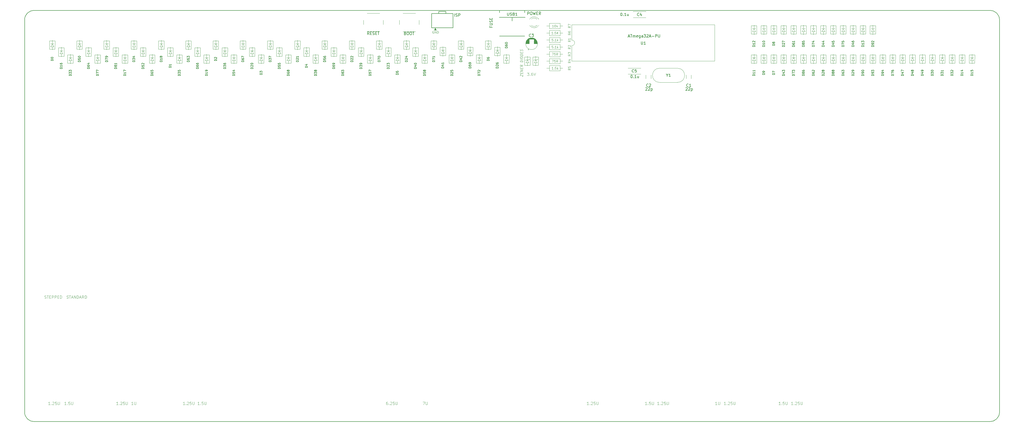
<source format=gto>
G04 #@! TF.GenerationSoftware,KiCad,Pcbnew,(5.1.9)-1*
G04 #@! TF.CreationDate,2021-01-28T16:01:25-05:00*
G04 #@! TF.ProjectId,Alpsterium-pcb,416c7073-7465-4726-9975-6d2d7063622e,rev?*
G04 #@! TF.SameCoordinates,Original*
G04 #@! TF.FileFunction,Legend,Top*
G04 #@! TF.FilePolarity,Positive*
%FSLAX46Y46*%
G04 Gerber Fmt 4.6, Leading zero omitted, Abs format (unit mm)*
G04 Created by KiCad (PCBNEW (5.1.9)-1) date 2021-01-28 16:01:25*
%MOMM*%
%LPD*%
G01*
G04 APERTURE LIST*
%ADD10C,0.100000*%
%ADD11C,0.150000*%
%ADD12C,0.120000*%
G04 #@! TA.AperFunction,Profile*
%ADD13C,0.150000*%
G04 #@! TD*
%ADD14C,0.200000*%
%ADD15C,0.203200*%
G04 APERTURE END LIST*
D10*
X183045176Y-62680900D02*
X182968985Y-62642804D01*
X182854700Y-62642804D01*
X182740414Y-62680900D01*
X182664223Y-62757090D01*
X182626128Y-62833280D01*
X182588033Y-62985661D01*
X182588033Y-63099947D01*
X182626128Y-63252328D01*
X182664223Y-63328519D01*
X182740414Y-63404709D01*
X182854700Y-63442804D01*
X182930890Y-63442804D01*
X183045176Y-63404709D01*
X183083271Y-63366614D01*
X183083271Y-63099947D01*
X182930890Y-63099947D01*
X183426128Y-63442804D02*
X183426128Y-62642804D01*
X183883271Y-63442804D01*
X183883271Y-62642804D01*
X184264223Y-63442804D02*
X184264223Y-62642804D01*
X184454700Y-62642804D01*
X184568985Y-62680900D01*
X184645176Y-62757090D01*
X184683271Y-62833280D01*
X184721366Y-62985661D01*
X184721366Y-63099947D01*
X184683271Y-63252328D01*
X184645176Y-63328519D01*
X184568985Y-63404709D01*
X184454700Y-63442804D01*
X184264223Y-63442804D01*
G36*
X184010300Y-62318900D02*
G01*
X183197500Y-62318900D01*
X183603900Y-61531500D01*
X184010300Y-62318900D01*
G37*
X184010300Y-62318900D02*
X183197500Y-62318900D01*
X183603900Y-61531500D01*
X184010300Y-62318900D01*
D11*
X190476309Y-57437280D02*
X190476309Y-56437280D01*
X190904880Y-57389661D02*
X191047738Y-57437280D01*
X191285833Y-57437280D01*
X191381071Y-57389661D01*
X191428690Y-57342042D01*
X191476309Y-57246804D01*
X191476309Y-57151566D01*
X191428690Y-57056328D01*
X191381071Y-57008709D01*
X191285833Y-56961090D01*
X191095357Y-56913471D01*
X191000119Y-56865852D01*
X190952500Y-56818233D01*
X190904880Y-56722995D01*
X190904880Y-56627757D01*
X190952500Y-56532519D01*
X191000119Y-56484900D01*
X191095357Y-56437280D01*
X191333452Y-56437280D01*
X191476309Y-56484900D01*
X191904880Y-57437280D02*
X191904880Y-56437280D01*
X192285833Y-56437280D01*
X192381071Y-56484900D01*
X192428690Y-56532519D01*
X192476309Y-56627757D01*
X192476309Y-56770614D01*
X192428690Y-56865852D01*
X192381071Y-56913471D01*
X192285833Y-56961090D01*
X191904880Y-56961090D01*
D12*
X219917100Y-72892500D02*
X220145700Y-72613100D01*
X218608500Y-73171900D02*
X218837100Y-72892500D01*
X215662100Y-73171900D02*
X215890700Y-72892500D01*
X216970700Y-72892500D02*
X217199300Y-72613100D01*
D10*
X311105728Y-195927174D02*
X310534300Y-195927174D01*
X310820014Y-195927174D02*
X310820014Y-194927174D01*
X310724776Y-195070032D01*
X310629538Y-195165270D01*
X310534300Y-195212889D01*
X311534300Y-195831936D02*
X311581919Y-195879555D01*
X311534300Y-195927174D01*
X311486680Y-195879555D01*
X311534300Y-195831936D01*
X311534300Y-195927174D01*
X311962871Y-195022413D02*
X312010490Y-194974794D01*
X312105728Y-194927174D01*
X312343823Y-194927174D01*
X312439061Y-194974794D01*
X312486680Y-195022413D01*
X312534300Y-195117651D01*
X312534300Y-195212889D01*
X312486680Y-195355746D01*
X311915252Y-195927174D01*
X312534300Y-195927174D01*
X313439061Y-194927174D02*
X312962871Y-194927174D01*
X312915252Y-195403365D01*
X312962871Y-195355746D01*
X313058109Y-195308127D01*
X313296204Y-195308127D01*
X313391442Y-195355746D01*
X313439061Y-195403365D01*
X313486680Y-195498603D01*
X313486680Y-195736698D01*
X313439061Y-195831936D01*
X313391442Y-195879555D01*
X313296204Y-195927174D01*
X313058109Y-195927174D01*
X312962871Y-195879555D01*
X312915252Y-195831936D01*
X313915252Y-194927174D02*
X313915252Y-195736698D01*
X313962871Y-195831936D01*
X314010490Y-195879555D01*
X314105728Y-195927174D01*
X314296204Y-195927174D01*
X314391442Y-195879555D01*
X314439061Y-195831936D01*
X314486680Y-195736698D01*
X314486680Y-194927174D01*
X287153528Y-195927174D02*
X286582100Y-195927174D01*
X286867814Y-195927174D02*
X286867814Y-194927174D01*
X286772576Y-195070032D01*
X286677338Y-195165270D01*
X286582100Y-195212889D01*
X287582100Y-195831936D02*
X287629719Y-195879555D01*
X287582100Y-195927174D01*
X287534480Y-195879555D01*
X287582100Y-195831936D01*
X287582100Y-195927174D01*
X288010671Y-195022413D02*
X288058290Y-194974794D01*
X288153528Y-194927174D01*
X288391623Y-194927174D01*
X288486861Y-194974794D01*
X288534480Y-195022413D01*
X288582100Y-195117651D01*
X288582100Y-195212889D01*
X288534480Y-195355746D01*
X287963052Y-195927174D01*
X288582100Y-195927174D01*
X289486861Y-194927174D02*
X289010671Y-194927174D01*
X288963052Y-195403365D01*
X289010671Y-195355746D01*
X289105909Y-195308127D01*
X289344004Y-195308127D01*
X289439242Y-195355746D01*
X289486861Y-195403365D01*
X289534480Y-195498603D01*
X289534480Y-195736698D01*
X289486861Y-195831936D01*
X289439242Y-195879555D01*
X289344004Y-195927174D01*
X289105909Y-195927174D01*
X289010671Y-195879555D01*
X288963052Y-195831936D01*
X289963052Y-194927174D02*
X289963052Y-195736698D01*
X290010671Y-195831936D01*
X290058290Y-195879555D01*
X290153528Y-195927174D01*
X290344004Y-195927174D01*
X290439242Y-195879555D01*
X290486861Y-195831936D01*
X290534480Y-195736698D01*
X290534480Y-194927174D01*
X263379128Y-195927174D02*
X262807700Y-195927174D01*
X263093414Y-195927174D02*
X263093414Y-194927174D01*
X262998176Y-195070032D01*
X262902938Y-195165270D01*
X262807700Y-195212889D01*
X263807700Y-195831936D02*
X263855319Y-195879555D01*
X263807700Y-195927174D01*
X263760080Y-195879555D01*
X263807700Y-195831936D01*
X263807700Y-195927174D01*
X264236271Y-195022413D02*
X264283890Y-194974794D01*
X264379128Y-194927174D01*
X264617223Y-194927174D01*
X264712461Y-194974794D01*
X264760080Y-195022413D01*
X264807700Y-195117651D01*
X264807700Y-195212889D01*
X264760080Y-195355746D01*
X264188652Y-195927174D01*
X264807700Y-195927174D01*
X265712461Y-194927174D02*
X265236271Y-194927174D01*
X265188652Y-195403365D01*
X265236271Y-195355746D01*
X265331509Y-195308127D01*
X265569604Y-195308127D01*
X265664842Y-195355746D01*
X265712461Y-195403365D01*
X265760080Y-195498603D01*
X265760080Y-195736698D01*
X265712461Y-195831936D01*
X265664842Y-195879555D01*
X265569604Y-195927174D01*
X265331509Y-195927174D01*
X265236271Y-195879555D01*
X265188652Y-195831936D01*
X266188652Y-194927174D02*
X266188652Y-195736698D01*
X266236271Y-195831936D01*
X266283890Y-195879555D01*
X266379128Y-195927174D01*
X266569604Y-195927174D01*
X266664842Y-195879555D01*
X266712461Y-195831936D01*
X266760080Y-195736698D01*
X266760080Y-194927174D01*
X238283928Y-195927174D02*
X237712500Y-195927174D01*
X237998214Y-195927174D02*
X237998214Y-194927174D01*
X237902976Y-195070032D01*
X237807738Y-195165270D01*
X237712500Y-195212889D01*
X238712500Y-195831936D02*
X238760119Y-195879555D01*
X238712500Y-195927174D01*
X238664880Y-195879555D01*
X238712500Y-195831936D01*
X238712500Y-195927174D01*
X239141071Y-195022413D02*
X239188690Y-194974794D01*
X239283928Y-194927174D01*
X239522023Y-194927174D01*
X239617261Y-194974794D01*
X239664880Y-195022413D01*
X239712500Y-195117651D01*
X239712500Y-195212889D01*
X239664880Y-195355746D01*
X239093452Y-195927174D01*
X239712500Y-195927174D01*
X240617261Y-194927174D02*
X240141071Y-194927174D01*
X240093452Y-195403365D01*
X240141071Y-195355746D01*
X240236309Y-195308127D01*
X240474404Y-195308127D01*
X240569642Y-195355746D01*
X240617261Y-195403365D01*
X240664880Y-195498603D01*
X240664880Y-195736698D01*
X240617261Y-195831936D01*
X240569642Y-195879555D01*
X240474404Y-195927174D01*
X240236309Y-195927174D01*
X240141071Y-195879555D01*
X240093452Y-195831936D01*
X241093452Y-194927174D02*
X241093452Y-195736698D01*
X241141071Y-195831936D01*
X241188690Y-195879555D01*
X241283928Y-195927174D01*
X241474404Y-195927174D01*
X241569642Y-195879555D01*
X241617261Y-195831936D01*
X241664880Y-195736698D01*
X241664880Y-194927174D01*
X94240528Y-195927174D02*
X93669100Y-195927174D01*
X93954814Y-195927174D02*
X93954814Y-194927174D01*
X93859576Y-195070032D01*
X93764338Y-195165270D01*
X93669100Y-195212889D01*
X94669100Y-195831936D02*
X94716719Y-195879555D01*
X94669100Y-195927174D01*
X94621480Y-195879555D01*
X94669100Y-195831936D01*
X94669100Y-195927174D01*
X95097671Y-195022413D02*
X95145290Y-194974794D01*
X95240528Y-194927174D01*
X95478623Y-194927174D01*
X95573861Y-194974794D01*
X95621480Y-195022413D01*
X95669100Y-195117651D01*
X95669100Y-195212889D01*
X95621480Y-195355746D01*
X95050052Y-195927174D01*
X95669100Y-195927174D01*
X96573861Y-194927174D02*
X96097671Y-194927174D01*
X96050052Y-195403365D01*
X96097671Y-195355746D01*
X96192909Y-195308127D01*
X96431004Y-195308127D01*
X96526242Y-195355746D01*
X96573861Y-195403365D01*
X96621480Y-195498603D01*
X96621480Y-195736698D01*
X96573861Y-195831936D01*
X96526242Y-195879555D01*
X96431004Y-195927174D01*
X96192909Y-195927174D01*
X96097671Y-195879555D01*
X96050052Y-195831936D01*
X97050052Y-194927174D02*
X97050052Y-195736698D01*
X97097671Y-195831936D01*
X97145290Y-195879555D01*
X97240528Y-195927174D01*
X97431004Y-195927174D01*
X97526242Y-195879555D01*
X97573861Y-195831936D01*
X97621480Y-195736698D01*
X97621480Y-194927174D01*
X70466128Y-195927174D02*
X69894700Y-195927174D01*
X70180414Y-195927174D02*
X70180414Y-194927174D01*
X70085176Y-195070032D01*
X69989938Y-195165270D01*
X69894700Y-195212889D01*
X70894700Y-195831936D02*
X70942319Y-195879555D01*
X70894700Y-195927174D01*
X70847080Y-195879555D01*
X70894700Y-195831936D01*
X70894700Y-195927174D01*
X71323271Y-195022413D02*
X71370890Y-194974794D01*
X71466128Y-194927174D01*
X71704223Y-194927174D01*
X71799461Y-194974794D01*
X71847080Y-195022413D01*
X71894700Y-195117651D01*
X71894700Y-195212889D01*
X71847080Y-195355746D01*
X71275652Y-195927174D01*
X71894700Y-195927174D01*
X72799461Y-194927174D02*
X72323271Y-194927174D01*
X72275652Y-195403365D01*
X72323271Y-195355746D01*
X72418509Y-195308127D01*
X72656604Y-195308127D01*
X72751842Y-195355746D01*
X72799461Y-195403365D01*
X72847080Y-195498603D01*
X72847080Y-195736698D01*
X72799461Y-195831936D01*
X72751842Y-195879555D01*
X72656604Y-195927174D01*
X72418509Y-195927174D01*
X72323271Y-195879555D01*
X72275652Y-195831936D01*
X73275652Y-194927174D02*
X73275652Y-195736698D01*
X73323271Y-195831936D01*
X73370890Y-195879555D01*
X73466128Y-195927174D01*
X73656604Y-195927174D01*
X73751842Y-195879555D01*
X73799461Y-195831936D01*
X73847080Y-195736698D01*
X73847080Y-194927174D01*
X46209128Y-195927174D02*
X45637700Y-195927174D01*
X45923414Y-195927174D02*
X45923414Y-194927174D01*
X45828176Y-195070032D01*
X45732938Y-195165270D01*
X45637700Y-195212889D01*
X46637700Y-195831936D02*
X46685319Y-195879555D01*
X46637700Y-195927174D01*
X46590080Y-195879555D01*
X46637700Y-195831936D01*
X46637700Y-195927174D01*
X47066271Y-195022413D02*
X47113890Y-194974794D01*
X47209128Y-194927174D01*
X47447223Y-194927174D01*
X47542461Y-194974794D01*
X47590080Y-195022413D01*
X47637700Y-195117651D01*
X47637700Y-195212889D01*
X47590080Y-195355746D01*
X47018652Y-195927174D01*
X47637700Y-195927174D01*
X48542461Y-194927174D02*
X48066271Y-194927174D01*
X48018652Y-195403365D01*
X48066271Y-195355746D01*
X48161509Y-195308127D01*
X48399604Y-195308127D01*
X48494842Y-195355746D01*
X48542461Y-195403365D01*
X48590080Y-195498603D01*
X48590080Y-195736698D01*
X48542461Y-195831936D01*
X48494842Y-195879555D01*
X48399604Y-195927174D01*
X48161509Y-195927174D01*
X48066271Y-195879555D01*
X48018652Y-195831936D01*
X49018652Y-194927174D02*
X49018652Y-195736698D01*
X49066271Y-195831936D01*
X49113890Y-195879555D01*
X49209128Y-195927174D01*
X49399604Y-195927174D01*
X49494842Y-195879555D01*
X49542461Y-195831936D01*
X49590080Y-195736698D01*
X49590080Y-194927174D01*
X284051404Y-195927174D02*
X283479976Y-195927174D01*
X283765690Y-195927174D02*
X283765690Y-194927174D01*
X283670452Y-195070032D01*
X283575214Y-195165270D01*
X283479976Y-195212889D01*
X284479976Y-194927174D02*
X284479976Y-195736698D01*
X284527595Y-195831936D01*
X284575214Y-195879555D01*
X284670452Y-195927174D01*
X284860928Y-195927174D01*
X284956166Y-195879555D01*
X285003785Y-195831936D01*
X285051404Y-195736698D01*
X285051404Y-194927174D01*
X306679719Y-195927174D02*
X306108290Y-195927174D01*
X306394004Y-195927174D02*
X306394004Y-194927174D01*
X306298766Y-195070032D01*
X306203528Y-195165270D01*
X306108290Y-195212889D01*
X307108290Y-195831936D02*
X307155909Y-195879555D01*
X307108290Y-195927174D01*
X307060671Y-195879555D01*
X307108290Y-195831936D01*
X307108290Y-195927174D01*
X308060671Y-194927174D02*
X307584480Y-194927174D01*
X307536861Y-195403365D01*
X307584480Y-195355746D01*
X307679719Y-195308127D01*
X307917814Y-195308127D01*
X308013052Y-195355746D01*
X308060671Y-195403365D01*
X308108290Y-195498603D01*
X308108290Y-195736698D01*
X308060671Y-195831936D01*
X308013052Y-195879555D01*
X307917814Y-195927174D01*
X307679719Y-195927174D01*
X307584480Y-195879555D01*
X307536861Y-195831936D01*
X308536861Y-194927174D02*
X308536861Y-195736698D01*
X308584480Y-195831936D01*
X308632100Y-195879555D01*
X308727338Y-195927174D01*
X308917814Y-195927174D01*
X309013052Y-195879555D01*
X309060671Y-195831936D01*
X309108290Y-195736698D01*
X309108290Y-194927174D01*
X259003919Y-195927174D02*
X258432490Y-195927174D01*
X258718204Y-195927174D02*
X258718204Y-194927174D01*
X258622966Y-195070032D01*
X258527728Y-195165270D01*
X258432490Y-195212889D01*
X259432490Y-195831936D02*
X259480109Y-195879555D01*
X259432490Y-195927174D01*
X259384871Y-195879555D01*
X259432490Y-195831936D01*
X259432490Y-195927174D01*
X260384871Y-194927174D02*
X259908680Y-194927174D01*
X259861061Y-195403365D01*
X259908680Y-195355746D01*
X260003919Y-195308127D01*
X260242014Y-195308127D01*
X260337252Y-195355746D01*
X260384871Y-195403365D01*
X260432490Y-195498603D01*
X260432490Y-195736698D01*
X260384871Y-195831936D01*
X260337252Y-195879555D01*
X260242014Y-195927174D01*
X260003919Y-195927174D01*
X259908680Y-195879555D01*
X259861061Y-195831936D01*
X260861061Y-194927174D02*
X260861061Y-195736698D01*
X260908680Y-195831936D01*
X260956300Y-195879555D01*
X261051538Y-195927174D01*
X261242014Y-195927174D01*
X261337252Y-195879555D01*
X261384871Y-195831936D01*
X261432490Y-195736698D01*
X261432490Y-194927174D01*
X99466519Y-195927174D02*
X98895090Y-195927174D01*
X99180804Y-195927174D02*
X99180804Y-194927174D01*
X99085566Y-195070032D01*
X98990328Y-195165270D01*
X98895090Y-195212889D01*
X99895090Y-195831936D02*
X99942709Y-195879555D01*
X99895090Y-195927174D01*
X99847471Y-195879555D01*
X99895090Y-195831936D01*
X99895090Y-195927174D01*
X100847471Y-194927174D02*
X100371280Y-194927174D01*
X100323661Y-195403365D01*
X100371280Y-195355746D01*
X100466519Y-195308127D01*
X100704614Y-195308127D01*
X100799852Y-195355746D01*
X100847471Y-195403365D01*
X100895090Y-195498603D01*
X100895090Y-195736698D01*
X100847471Y-195831936D01*
X100799852Y-195879555D01*
X100704614Y-195927174D01*
X100466519Y-195927174D01*
X100371280Y-195879555D01*
X100323661Y-195831936D01*
X101323661Y-194927174D02*
X101323661Y-195736698D01*
X101371280Y-195831936D01*
X101418900Y-195879555D01*
X101514138Y-195927174D01*
X101704614Y-195927174D01*
X101799852Y-195879555D01*
X101847471Y-195831936D01*
X101895090Y-195736698D01*
X101895090Y-194927174D01*
X75822204Y-195927174D02*
X75250776Y-195927174D01*
X75536490Y-195927174D02*
X75536490Y-194927174D01*
X75441252Y-195070032D01*
X75346014Y-195165270D01*
X75250776Y-195212889D01*
X76250776Y-194927174D02*
X76250776Y-195736698D01*
X76298395Y-195831936D01*
X76346014Y-195879555D01*
X76441252Y-195927174D01*
X76631728Y-195927174D01*
X76726966Y-195879555D01*
X76774585Y-195831936D01*
X76822204Y-195736698D01*
X76822204Y-194927174D01*
X51943119Y-195927174D02*
X51371690Y-195927174D01*
X51657404Y-195927174D02*
X51657404Y-194927174D01*
X51562166Y-195070032D01*
X51466928Y-195165270D01*
X51371690Y-195212889D01*
X52371690Y-195831936D02*
X52419309Y-195879555D01*
X52371690Y-195927174D01*
X52324071Y-195879555D01*
X52371690Y-195831936D01*
X52371690Y-195927174D01*
X53324071Y-194927174D02*
X52847880Y-194927174D01*
X52800261Y-195403365D01*
X52847880Y-195355746D01*
X52943119Y-195308127D01*
X53181214Y-195308127D01*
X53276452Y-195355746D01*
X53324071Y-195403365D01*
X53371690Y-195498603D01*
X53371690Y-195736698D01*
X53324071Y-195831936D01*
X53276452Y-195879555D01*
X53181214Y-195927174D01*
X52943119Y-195927174D01*
X52847880Y-195879555D01*
X52800261Y-195831936D01*
X53800261Y-194927174D02*
X53800261Y-195736698D01*
X53847880Y-195831936D01*
X53895500Y-195879555D01*
X53990738Y-195927174D01*
X54181214Y-195927174D01*
X54276452Y-195879555D01*
X54324071Y-195831936D01*
X54371690Y-195736698D01*
X54371690Y-194927174D01*
X52167280Y-157948261D02*
X52310138Y-157995880D01*
X52548233Y-157995880D01*
X52643471Y-157948261D01*
X52691090Y-157900642D01*
X52738709Y-157805404D01*
X52738709Y-157710166D01*
X52691090Y-157614928D01*
X52643471Y-157567309D01*
X52548233Y-157519690D01*
X52357757Y-157472071D01*
X52262519Y-157424452D01*
X52214900Y-157376833D01*
X52167280Y-157281595D01*
X52167280Y-157186357D01*
X52214900Y-157091119D01*
X52262519Y-157043500D01*
X52357757Y-156995880D01*
X52595852Y-156995880D01*
X52738709Y-157043500D01*
X53024423Y-156995880D02*
X53595852Y-156995880D01*
X53310138Y-157995880D02*
X53310138Y-156995880D01*
X53881566Y-157710166D02*
X54357757Y-157710166D01*
X53786328Y-157995880D02*
X54119661Y-156995880D01*
X54452995Y-157995880D01*
X54786328Y-157995880D02*
X54786328Y-156995880D01*
X55357757Y-157995880D01*
X55357757Y-156995880D01*
X55833947Y-157995880D02*
X55833947Y-156995880D01*
X56072042Y-156995880D01*
X56214900Y-157043500D01*
X56310138Y-157138738D01*
X56357757Y-157233976D01*
X56405376Y-157424452D01*
X56405376Y-157567309D01*
X56357757Y-157757785D01*
X56310138Y-157853023D01*
X56214900Y-157948261D01*
X56072042Y-157995880D01*
X55833947Y-157995880D01*
X56786328Y-157710166D02*
X57262519Y-157710166D01*
X56691090Y-157995880D02*
X57024423Y-156995880D01*
X57357757Y-157995880D01*
X58262519Y-157995880D02*
X57929185Y-157519690D01*
X57691090Y-157995880D02*
X57691090Y-156995880D01*
X58072042Y-156995880D01*
X58167280Y-157043500D01*
X58214900Y-157091119D01*
X58262519Y-157186357D01*
X58262519Y-157329214D01*
X58214900Y-157424452D01*
X58167280Y-157472071D01*
X58072042Y-157519690D01*
X57691090Y-157519690D01*
X58691090Y-157995880D02*
X58691090Y-156995880D01*
X58929185Y-156995880D01*
X59072042Y-157043500D01*
X59167280Y-157138738D01*
X59214900Y-157233976D01*
X59262519Y-157424452D01*
X59262519Y-157567309D01*
X59214900Y-157757785D01*
X59167280Y-157853023D01*
X59072042Y-157948261D01*
X58929185Y-157995880D01*
X58691090Y-157995880D01*
X44261471Y-157948261D02*
X44404328Y-157995880D01*
X44642423Y-157995880D01*
X44737661Y-157948261D01*
X44785280Y-157900642D01*
X44832900Y-157805404D01*
X44832900Y-157710166D01*
X44785280Y-157614928D01*
X44737661Y-157567309D01*
X44642423Y-157519690D01*
X44451947Y-157472071D01*
X44356709Y-157424452D01*
X44309090Y-157376833D01*
X44261471Y-157281595D01*
X44261471Y-157186357D01*
X44309090Y-157091119D01*
X44356709Y-157043500D01*
X44451947Y-156995880D01*
X44690042Y-156995880D01*
X44832900Y-157043500D01*
X45118614Y-156995880D02*
X45690042Y-156995880D01*
X45404328Y-157995880D02*
X45404328Y-156995880D01*
X46023376Y-157472071D02*
X46356709Y-157472071D01*
X46499566Y-157995880D02*
X46023376Y-157995880D01*
X46023376Y-156995880D01*
X46499566Y-156995880D01*
X46928138Y-157995880D02*
X46928138Y-156995880D01*
X47309090Y-156995880D01*
X47404328Y-157043500D01*
X47451947Y-157091119D01*
X47499566Y-157186357D01*
X47499566Y-157329214D01*
X47451947Y-157424452D01*
X47404328Y-157472071D01*
X47309090Y-157519690D01*
X46928138Y-157519690D01*
X47928138Y-157995880D02*
X47928138Y-156995880D01*
X48309090Y-156995880D01*
X48404328Y-157043500D01*
X48451947Y-157091119D01*
X48499566Y-157186357D01*
X48499566Y-157329214D01*
X48451947Y-157424452D01*
X48404328Y-157472071D01*
X48309090Y-157519690D01*
X47928138Y-157519690D01*
X48928138Y-157472071D02*
X49261471Y-157472071D01*
X49404328Y-157995880D02*
X48928138Y-157995880D01*
X48928138Y-156995880D01*
X49404328Y-156995880D01*
X49832900Y-157995880D02*
X49832900Y-156995880D01*
X50070995Y-156995880D01*
X50213852Y-157043500D01*
X50309090Y-157138738D01*
X50356709Y-157233976D01*
X50404328Y-157424452D01*
X50404328Y-157567309D01*
X50356709Y-157757785D01*
X50309090Y-157853023D01*
X50213852Y-157948261D01*
X50070995Y-157995880D01*
X49832900Y-157995880D01*
X213870442Y-78701342D02*
X213870442Y-78101342D01*
X214770442Y-78813842D01*
X214770442Y-78213842D01*
X214299014Y-77812057D02*
X214299014Y-77512057D01*
X214770442Y-77442414D02*
X214770442Y-77870985D01*
X213870442Y-77758485D01*
X213870442Y-77329914D01*
X214770442Y-77056700D02*
X213870442Y-76944200D01*
X214770442Y-76542414D01*
X213870442Y-76429914D01*
X214299014Y-76054914D02*
X214299014Y-75754914D01*
X214770442Y-75685271D02*
X214770442Y-76113842D01*
X213870442Y-76001342D01*
X213870442Y-75572771D01*
X214770442Y-74785271D02*
X214341871Y-75031700D01*
X214770442Y-75299557D02*
X213870442Y-75187057D01*
X213870442Y-74844200D01*
X213913300Y-74763842D01*
X213956157Y-74726342D01*
X214041871Y-74694200D01*
X214170442Y-74710271D01*
X214256157Y-74763842D01*
X214299014Y-74812057D01*
X214341871Y-74903128D01*
X214341871Y-75245985D01*
X214770442Y-73713842D02*
X213870442Y-73601342D01*
X213870442Y-73387057D01*
X213913300Y-73263842D01*
X213999014Y-73188842D01*
X214084728Y-73156700D01*
X214256157Y-73135271D01*
X214384728Y-73151342D01*
X214556157Y-73215628D01*
X214641871Y-73269200D01*
X214727585Y-73365628D01*
X214770442Y-73499557D01*
X214770442Y-73713842D01*
X214770442Y-72813842D02*
X213870442Y-72701342D01*
X213870442Y-72101342D02*
X213870442Y-71929914D01*
X213913300Y-71849557D01*
X213999014Y-71774557D01*
X214170442Y-71753128D01*
X214470442Y-71790628D01*
X214641871Y-71854914D01*
X214727585Y-71951342D01*
X214770442Y-72042414D01*
X214770442Y-72213842D01*
X214727585Y-72294200D01*
X214641871Y-72369200D01*
X214470442Y-72390628D01*
X214170442Y-72353128D01*
X213999014Y-72288842D01*
X213913300Y-72192414D01*
X213870442Y-72101342D01*
X214770442Y-71442414D02*
X213870442Y-71329914D01*
X213870442Y-71115628D01*
X213913300Y-70992414D01*
X213999014Y-70917414D01*
X214084728Y-70885271D01*
X214256157Y-70863842D01*
X214384728Y-70879914D01*
X214556157Y-70944200D01*
X214641871Y-70997771D01*
X214727585Y-71094200D01*
X214770442Y-71228128D01*
X214770442Y-71442414D01*
X214299014Y-70483485D02*
X214299014Y-70183485D01*
X214770442Y-70113842D02*
X214770442Y-70542414D01*
X213870442Y-70429914D01*
X213870442Y-70001342D01*
X214727585Y-69765628D02*
X214770442Y-69642414D01*
X214770442Y-69428128D01*
X214727585Y-69337057D01*
X214684728Y-69288842D01*
X214599014Y-69235271D01*
X214513300Y-69224557D01*
X214427585Y-69256700D01*
X214384728Y-69294200D01*
X214341871Y-69374557D01*
X214299014Y-69540628D01*
X214256157Y-69620985D01*
X214213300Y-69658485D01*
X214127585Y-69690628D01*
X214041871Y-69679914D01*
X213956157Y-69626342D01*
X213913300Y-69578128D01*
X213870442Y-69487057D01*
X213870442Y-69272771D01*
X213913300Y-69149557D01*
D13*
X384809999Y-198619941D02*
G75*
G02*
X381505940Y-201930000I-3307059J-3000D01*
G01*
X381499941Y-55313501D02*
G75*
G02*
X384810000Y-58617560I3000J-3307059D01*
G01*
X37147501Y-58623559D02*
G75*
G02*
X40451560Y-55313500I3307059J3000D01*
G01*
X40457559Y-201929999D02*
G75*
G02*
X37147500Y-198625940I-3000J3307059D01*
G01*
X384810000Y-58617560D02*
X384809999Y-198619941D01*
X381505940Y-201930000D02*
X40457559Y-201929999D01*
X37147500Y-198625940D02*
X37147501Y-58623559D01*
X40451560Y-55313500D02*
X381499941Y-55313500D01*
D12*
X310365410Y-71124948D02*
X310365410Y-74094948D01*
X312365410Y-71114948D02*
X312355410Y-74104948D01*
X310365410Y-74104948D02*
X312355410Y-74104948D01*
X311375410Y-74314948D02*
X311375410Y-73194948D01*
X311375410Y-70854948D02*
X311375410Y-72134948D01*
X310365410Y-71114948D02*
X312365410Y-71114948D01*
X311375410Y-72244948D02*
X311915410Y-73194948D01*
X311365410Y-72254948D02*
X310835410Y-73164948D01*
X310835410Y-73194948D02*
X311915410Y-73194948D01*
X310835410Y-72144948D02*
X311915410Y-72144948D01*
X71896866Y-71124948D02*
X71896866Y-74094948D01*
X73896866Y-71114948D02*
X73886866Y-74104948D01*
X71896866Y-74104948D02*
X73886866Y-74104948D01*
X72906866Y-74314948D02*
X72906866Y-73194948D01*
X72906866Y-70854948D02*
X72906866Y-72134948D01*
X71896866Y-71114948D02*
X73896866Y-71114948D01*
X72906866Y-72244948D02*
X73446866Y-73194948D01*
X72896866Y-72254948D02*
X72366866Y-73164948D01*
X72366866Y-73194948D02*
X73446866Y-73194948D01*
X72366866Y-72144948D02*
X73446866Y-72144948D01*
X107530629Y-68644655D02*
X107530629Y-71614655D01*
X109530629Y-68634655D02*
X109520629Y-71624655D01*
X107530629Y-71624655D02*
X109520629Y-71624655D01*
X108540629Y-71834655D02*
X108540629Y-70714655D01*
X108540629Y-68374655D02*
X108540629Y-69654655D01*
X107530629Y-68634655D02*
X109530629Y-68634655D01*
X108540629Y-69764655D02*
X109080629Y-70714655D01*
X108530629Y-69774655D02*
X108000629Y-70684655D01*
X108000629Y-70714655D02*
X109080629Y-70714655D01*
X108000629Y-69664655D02*
X109080629Y-69664655D01*
X320967188Y-71124948D02*
X320967188Y-74094948D01*
X322967188Y-71114948D02*
X322957188Y-74104948D01*
X320967188Y-74104948D02*
X322957188Y-74104948D01*
X321977188Y-74314948D02*
X321977188Y-73194948D01*
X321977188Y-70854948D02*
X321977188Y-72134948D01*
X320967188Y-71114948D02*
X322967188Y-71114948D01*
X321977188Y-72244948D02*
X322517188Y-73194948D01*
X321967188Y-72254948D02*
X321437188Y-73164948D01*
X321437188Y-73194948D02*
X322517188Y-73194948D01*
X321437188Y-72144948D02*
X322517188Y-72144948D01*
X342170744Y-71124948D02*
X342170744Y-74094948D01*
X344170744Y-71114948D02*
X344160744Y-74104948D01*
X342170744Y-74104948D02*
X344160744Y-74104948D01*
X343180744Y-74314948D02*
X343180744Y-73194948D01*
X343180744Y-70854948D02*
X343180744Y-72134948D01*
X342170744Y-71114948D02*
X344170744Y-71114948D01*
X343180744Y-72244948D02*
X343720744Y-73194948D01*
X343170744Y-72254948D02*
X342640744Y-73164948D01*
X342640744Y-73194948D02*
X343720744Y-73194948D01*
X342640744Y-72144948D02*
X343720744Y-72144948D01*
X338636818Y-71124948D02*
X338636818Y-74094948D01*
X340636818Y-71114948D02*
X340626818Y-74104948D01*
X338636818Y-74104948D02*
X340626818Y-74104948D01*
X339646818Y-74314948D02*
X339646818Y-73194948D01*
X339646818Y-70854948D02*
X339646818Y-72134948D01*
X338636818Y-71114948D02*
X340636818Y-71114948D01*
X339646818Y-72244948D02*
X340186818Y-73194948D01*
X339636818Y-72254948D02*
X339106818Y-73164948D01*
X339106818Y-73194948D02*
X340186818Y-73194948D01*
X339106818Y-72144948D02*
X340186818Y-72144948D01*
X338636818Y-60750499D02*
X338636818Y-63720499D01*
X340636818Y-60740499D02*
X340626818Y-63730499D01*
X338636818Y-63730499D02*
X340626818Y-63730499D01*
X339646818Y-63940499D02*
X339646818Y-62820499D01*
X339646818Y-60480499D02*
X339646818Y-61760499D01*
X338636818Y-60740499D02*
X340636818Y-60740499D01*
X339646818Y-61870499D02*
X340186818Y-62820499D01*
X339636818Y-61880499D02*
X339106818Y-62790499D01*
X339106818Y-62820499D02*
X340186818Y-62820499D01*
X339106818Y-61770499D02*
X340186818Y-61770499D01*
X335102892Y-71124948D02*
X335102892Y-74094948D01*
X337102892Y-71114948D02*
X337092892Y-74104948D01*
X335102892Y-74104948D02*
X337092892Y-74104948D01*
X336112892Y-74314948D02*
X336112892Y-73194948D01*
X336112892Y-70854948D02*
X336112892Y-72134948D01*
X335102892Y-71114948D02*
X337102892Y-71114948D01*
X336112892Y-72244948D02*
X336652892Y-73194948D01*
X336102892Y-72254948D02*
X335572892Y-73164948D01*
X335572892Y-73194948D02*
X336652892Y-73194948D01*
X335572892Y-72144948D02*
X336652892Y-72144948D01*
X324501114Y-71124948D02*
X324501114Y-74094948D01*
X326501114Y-71114948D02*
X326491114Y-74104948D01*
X324501114Y-74104948D02*
X326491114Y-74104948D01*
X325511114Y-74314948D02*
X325511114Y-73194948D01*
X325511114Y-70854948D02*
X325511114Y-72134948D01*
X324501114Y-71114948D02*
X326501114Y-71114948D01*
X325511114Y-72244948D02*
X326051114Y-73194948D01*
X325501114Y-72254948D02*
X324971114Y-73164948D01*
X324971114Y-73194948D02*
X326051114Y-73194948D01*
X324971114Y-72144948D02*
X326051114Y-72144948D01*
X313899336Y-71124948D02*
X313899336Y-74094948D01*
X315899336Y-71114948D02*
X315889336Y-74104948D01*
X313899336Y-74104948D02*
X315889336Y-74104948D01*
X314909336Y-74314948D02*
X314909336Y-73194948D01*
X314909336Y-70854948D02*
X314909336Y-72134948D01*
X313899336Y-71114948D02*
X315899336Y-71114948D01*
X314909336Y-72244948D02*
X315449336Y-73194948D01*
X314899336Y-72254948D02*
X314369336Y-73164948D01*
X314369336Y-73194948D02*
X315449336Y-73194948D01*
X314369336Y-72144948D02*
X315449336Y-72144948D01*
X313899336Y-60750499D02*
X313899336Y-63720499D01*
X315899336Y-60740499D02*
X315889336Y-63730499D01*
X313899336Y-63730499D02*
X315889336Y-63730499D01*
X314909336Y-63940499D02*
X314909336Y-62820499D01*
X314909336Y-60480499D02*
X314909336Y-61760499D01*
X313899336Y-60740499D02*
X315899336Y-60740499D01*
X314909336Y-61870499D02*
X315449336Y-62820499D01*
X314899336Y-61880499D02*
X314369336Y-62790499D01*
X314369336Y-62820499D02*
X315449336Y-62820499D01*
X314369336Y-61770499D02*
X315449336Y-61770499D01*
X149643258Y-71124948D02*
X149643258Y-74094948D01*
X151643258Y-71114948D02*
X151633258Y-74104948D01*
X149643258Y-74104948D02*
X151633258Y-74104948D01*
X150653258Y-74314948D02*
X150653258Y-73194948D01*
X150653258Y-70854948D02*
X150653258Y-72134948D01*
X149643258Y-71114948D02*
X151643258Y-71114948D01*
X150653258Y-72244948D02*
X151193258Y-73194948D01*
X150643258Y-72254948D02*
X150113258Y-73164948D01*
X150113258Y-73194948D02*
X151193258Y-73194948D01*
X150113258Y-72144948D02*
X151193258Y-72144948D01*
X68657433Y-68644655D02*
X68657433Y-71614655D01*
X70657433Y-68634655D02*
X70647433Y-71624655D01*
X68657433Y-71624655D02*
X70647433Y-71624655D01*
X69667433Y-71834655D02*
X69667433Y-70714655D01*
X69667433Y-68374655D02*
X69667433Y-69654655D01*
X68657433Y-68634655D02*
X70657433Y-68634655D01*
X69667433Y-69764655D02*
X70207433Y-70714655D01*
X69657433Y-69774655D02*
X69127433Y-70684655D01*
X69127433Y-70714655D02*
X70207433Y-70714655D01*
X69127433Y-69664655D02*
X70207433Y-69664655D01*
X65418000Y-66164362D02*
X65418000Y-69134362D01*
X67418000Y-66154362D02*
X67408000Y-69144362D01*
X65418000Y-69144362D02*
X67408000Y-69144362D01*
X66428000Y-69354362D02*
X66428000Y-68234362D01*
X66428000Y-65894362D02*
X66428000Y-67174362D01*
X65418000Y-66154362D02*
X67418000Y-66154362D01*
X66428000Y-67284362D02*
X66968000Y-68234362D01*
X66418000Y-67294362D02*
X65888000Y-68204362D01*
X65888000Y-68234362D02*
X66968000Y-68234362D01*
X65888000Y-67184362D02*
X66968000Y-67184362D01*
X62178567Y-71124948D02*
X62178567Y-74094948D01*
X64178567Y-71114948D02*
X64168567Y-74104948D01*
X62178567Y-74104948D02*
X64168567Y-74104948D01*
X63188567Y-74314948D02*
X63188567Y-73194948D01*
X63188567Y-70854948D02*
X63188567Y-72134948D01*
X62178567Y-71114948D02*
X64178567Y-71114948D01*
X63188567Y-72244948D02*
X63728567Y-73194948D01*
X63178567Y-72254948D02*
X62648567Y-73164948D01*
X62648567Y-73194948D02*
X63728567Y-73194948D01*
X62648567Y-72144948D02*
X63728567Y-72144948D01*
X345704670Y-71124948D02*
X345704670Y-74094948D01*
X347704670Y-71114948D02*
X347694670Y-74104948D01*
X345704670Y-74104948D02*
X347694670Y-74104948D01*
X346714670Y-74314948D02*
X346714670Y-73194948D01*
X346714670Y-70854948D02*
X346714670Y-72134948D01*
X345704670Y-71114948D02*
X347704670Y-71114948D01*
X346714670Y-72244948D02*
X347254670Y-73194948D01*
X346704670Y-72254948D02*
X346174670Y-73164948D01*
X346174670Y-73194948D02*
X347254670Y-73194948D01*
X346174670Y-72144948D02*
X347254670Y-72144948D01*
X328035040Y-60750499D02*
X328035040Y-63720499D01*
X330035040Y-60740499D02*
X330025040Y-63730499D01*
X328035040Y-63730499D02*
X330025040Y-63730499D01*
X329045040Y-63940499D02*
X329045040Y-62820499D01*
X329045040Y-60480499D02*
X329045040Y-61760499D01*
X328035040Y-60740499D02*
X330035040Y-60740499D01*
X329045040Y-61870499D02*
X329585040Y-62820499D01*
X329035040Y-61880499D02*
X328505040Y-62790499D01*
X328505040Y-62820499D02*
X329585040Y-62820499D01*
X328505040Y-61770499D02*
X329585040Y-61770499D01*
X317433262Y-60750499D02*
X317433262Y-63720499D01*
X319433262Y-60740499D02*
X319423262Y-63730499D01*
X317433262Y-63730499D02*
X319423262Y-63730499D01*
X318443262Y-63940499D02*
X318443262Y-62820499D01*
X318443262Y-60480499D02*
X318443262Y-61760499D01*
X317433262Y-60740499D02*
X319433262Y-60740499D01*
X318443262Y-61870499D02*
X318983262Y-62820499D01*
X318433262Y-61880499D02*
X317903262Y-62790499D01*
X317903262Y-62820499D02*
X318983262Y-62820499D01*
X317903262Y-61770499D02*
X318983262Y-61770499D01*
X198234783Y-71124948D02*
X198234783Y-74094948D01*
X200234783Y-71114948D02*
X200224783Y-74104948D01*
X198234783Y-74104948D02*
X200224783Y-74104948D01*
X199244783Y-74314948D02*
X199244783Y-73194948D01*
X199244783Y-70854948D02*
X199244783Y-72134948D01*
X198234783Y-71114948D02*
X200234783Y-71114948D01*
X199244783Y-72244948D02*
X199784783Y-73194948D01*
X199234783Y-72254948D02*
X198704783Y-73164948D01*
X198704783Y-73194948D02*
X199784783Y-73194948D01*
X198704783Y-72144948D02*
X199784783Y-72144948D01*
X182037588Y-66164362D02*
X182037588Y-69134362D01*
X184037588Y-66154362D02*
X184027588Y-69144362D01*
X182037588Y-69144362D02*
X184027588Y-69144362D01*
X183047588Y-69354362D02*
X183047588Y-68234362D01*
X183047588Y-65894362D02*
X183047588Y-67174362D01*
X182037588Y-66154362D02*
X184037588Y-66154362D01*
X183047588Y-67284362D02*
X183587588Y-68234362D01*
X183037588Y-67294362D02*
X182507588Y-68204362D01*
X182507588Y-68234362D02*
X183587588Y-68234362D01*
X182507588Y-67184362D02*
X183587588Y-67184362D01*
X162600990Y-66164362D02*
X162600990Y-69134362D01*
X164600990Y-66154362D02*
X164590990Y-69144362D01*
X162600990Y-69144362D02*
X164590990Y-69144362D01*
X163610990Y-69354362D02*
X163610990Y-68234362D01*
X163610990Y-65894362D02*
X163610990Y-67174362D01*
X162600990Y-66154362D02*
X164600990Y-66154362D01*
X163610990Y-67284362D02*
X164150990Y-68234362D01*
X163600990Y-67294362D02*
X163070990Y-68204362D01*
X163070990Y-68234362D02*
X164150990Y-68234362D01*
X163070990Y-67184362D02*
X164150990Y-67184362D01*
X146403825Y-68644655D02*
X146403825Y-71614655D01*
X148403825Y-68634655D02*
X148393825Y-71624655D01*
X146403825Y-71624655D02*
X148393825Y-71624655D01*
X147413825Y-71834655D02*
X147413825Y-70714655D01*
X147413825Y-68374655D02*
X147413825Y-69654655D01*
X146403825Y-68634655D02*
X148403825Y-68634655D01*
X147413825Y-69764655D02*
X147953825Y-70714655D01*
X147403825Y-69774655D02*
X146873825Y-70684655D01*
X146873825Y-70714655D02*
X147953825Y-70714655D01*
X146873825Y-69664655D02*
X147953825Y-69664655D01*
X130206660Y-71124948D02*
X130206660Y-74094948D01*
X132206660Y-71114948D02*
X132196660Y-74104948D01*
X130206660Y-74104948D02*
X132196660Y-74104948D01*
X131216660Y-74314948D02*
X131216660Y-73194948D01*
X131216660Y-70854948D02*
X131216660Y-72134948D01*
X130206660Y-71114948D02*
X132206660Y-71114948D01*
X131216660Y-72244948D02*
X131756660Y-73194948D01*
X131206660Y-72254948D02*
X130676660Y-73164948D01*
X130676660Y-73194948D02*
X131756660Y-73194948D01*
X130676660Y-72144948D02*
X131756660Y-72144948D01*
X114009495Y-66164362D02*
X114009495Y-69134362D01*
X116009495Y-66154362D02*
X115999495Y-69144362D01*
X114009495Y-69144362D02*
X115999495Y-69144362D01*
X115019495Y-69354362D02*
X115019495Y-68234362D01*
X115019495Y-65894362D02*
X115019495Y-67174362D01*
X114009495Y-66154362D02*
X116009495Y-66154362D01*
X115019495Y-67284362D02*
X115559495Y-68234362D01*
X115009495Y-67294362D02*
X114479495Y-68204362D01*
X114479495Y-68234362D02*
X115559495Y-68234362D01*
X114479495Y-67184362D02*
X115559495Y-67184362D01*
X97812330Y-68644655D02*
X97812330Y-71614655D01*
X99812330Y-68634655D02*
X99802330Y-71624655D01*
X97812330Y-71624655D02*
X99802330Y-71624655D01*
X98822330Y-71834655D02*
X98822330Y-70714655D01*
X98822330Y-68374655D02*
X98822330Y-69654655D01*
X97812330Y-68634655D02*
X99812330Y-68634655D01*
X98822330Y-69764655D02*
X99362330Y-70714655D01*
X98812330Y-69774655D02*
X98282330Y-70684655D01*
X98282330Y-70714655D02*
X99362330Y-70714655D01*
X98282330Y-69664655D02*
X99362330Y-69664655D01*
X81615165Y-71124948D02*
X81615165Y-74094948D01*
X83615165Y-71114948D02*
X83605165Y-74104948D01*
X81615165Y-74104948D02*
X83605165Y-74104948D01*
X82625165Y-74314948D02*
X82625165Y-73194948D01*
X82625165Y-70854948D02*
X82625165Y-72134948D01*
X81615165Y-71114948D02*
X83615165Y-71114948D01*
X82625165Y-72244948D02*
X83165165Y-73194948D01*
X82615165Y-72254948D02*
X82085165Y-73164948D01*
X82085165Y-73194948D02*
X83165165Y-73194948D01*
X82085165Y-72144948D02*
X83165165Y-72144948D01*
X58939134Y-68644655D02*
X58939134Y-71614655D01*
X60939134Y-68634655D02*
X60929134Y-71624655D01*
X58939134Y-71624655D02*
X60929134Y-71624655D01*
X59949134Y-71834655D02*
X59949134Y-70714655D01*
X59949134Y-68374655D02*
X59949134Y-69654655D01*
X58939134Y-68634655D02*
X60939134Y-68634655D01*
X59949134Y-69764655D02*
X60489134Y-70714655D01*
X59939134Y-69774655D02*
X59409134Y-70684655D01*
X59409134Y-70714655D02*
X60489134Y-70714655D01*
X59409134Y-69664655D02*
X60489134Y-69664655D01*
X328035040Y-71124948D02*
X328035040Y-74094948D01*
X330035040Y-71114948D02*
X330025040Y-74104948D01*
X328035040Y-74104948D02*
X330025040Y-74104948D01*
X329045040Y-74314948D02*
X329045040Y-73194948D01*
X329045040Y-70854948D02*
X329045040Y-72134948D01*
X328035040Y-71114948D02*
X330035040Y-71114948D01*
X329045040Y-72244948D02*
X329585040Y-73194948D01*
X329035040Y-72254948D02*
X328505040Y-73164948D01*
X328505040Y-73194948D02*
X329585040Y-73194948D01*
X328505040Y-72144948D02*
X329585040Y-72144948D01*
X317433262Y-71124948D02*
X317433262Y-74094948D01*
X319433262Y-71114948D02*
X319423262Y-74104948D01*
X317433262Y-74104948D02*
X319423262Y-74104948D01*
X318443262Y-74314948D02*
X318443262Y-73194948D01*
X318443262Y-70854948D02*
X318443262Y-72134948D01*
X317433262Y-71114948D02*
X319433262Y-71114948D01*
X318443262Y-72244948D02*
X318983262Y-73194948D01*
X318433262Y-72254948D02*
X317903262Y-73164948D01*
X317903262Y-73194948D02*
X318983262Y-73194948D01*
X317903262Y-72144948D02*
X318983262Y-72144948D01*
X310365410Y-60750499D02*
X310365410Y-63720499D01*
X312365410Y-60740499D02*
X312355410Y-63730499D01*
X310365410Y-63730499D02*
X312355410Y-63730499D01*
X311375410Y-63940499D02*
X311375410Y-62820499D01*
X311375410Y-60480499D02*
X311375410Y-61760499D01*
X310365410Y-60740499D02*
X312365410Y-60740499D01*
X311375410Y-61870499D02*
X311915410Y-62820499D01*
X311365410Y-61880499D02*
X310835410Y-62790499D01*
X310835410Y-62820499D02*
X311915410Y-62820499D01*
X310835410Y-61770499D02*
X311915410Y-61770499D01*
X207953100Y-71124948D02*
X207953100Y-74094948D01*
X209953100Y-71114948D02*
X209943100Y-74104948D01*
X207953100Y-74104948D02*
X209943100Y-74104948D01*
X208963100Y-74314948D02*
X208963100Y-73194948D01*
X208963100Y-70854948D02*
X208963100Y-72134948D01*
X207953100Y-71114948D02*
X209953100Y-71114948D01*
X208963100Y-72244948D02*
X209503100Y-73194948D01*
X208953100Y-72254948D02*
X208423100Y-73164948D01*
X208423100Y-73194948D02*
X209503100Y-73194948D01*
X208423100Y-72144948D02*
X209503100Y-72144948D01*
X194995344Y-68443500D02*
X194995344Y-71413500D01*
X196995344Y-68433500D02*
X196985344Y-71423500D01*
X194995344Y-71423500D02*
X196985344Y-71423500D01*
X196005344Y-71633500D02*
X196005344Y-70513500D01*
X196005344Y-68173500D02*
X196005344Y-69453500D01*
X194995344Y-68433500D02*
X196995344Y-68433500D01*
X196005344Y-69563500D02*
X196545344Y-70513500D01*
X195995344Y-69573500D02*
X195465344Y-70483500D01*
X195465344Y-70513500D02*
X196545344Y-70513500D01*
X195465344Y-69463500D02*
X196545344Y-69463500D01*
X178798155Y-71124948D02*
X178798155Y-74094948D01*
X180798155Y-71114948D02*
X180788155Y-74104948D01*
X178798155Y-74104948D02*
X180788155Y-74104948D01*
X179808155Y-74314948D02*
X179808155Y-73194948D01*
X179808155Y-70854948D02*
X179808155Y-72134948D01*
X178798155Y-71114948D02*
X180798155Y-71114948D01*
X179808155Y-72244948D02*
X180348155Y-73194948D01*
X179798155Y-72254948D02*
X179268155Y-73164948D01*
X179268155Y-73194948D02*
X180348155Y-73194948D01*
X179268155Y-72144948D02*
X180348155Y-72144948D01*
X159361557Y-71124948D02*
X159361557Y-74094948D01*
X161361557Y-71114948D02*
X161351557Y-74104948D01*
X159361557Y-74104948D02*
X161351557Y-74104948D01*
X160371557Y-74314948D02*
X160371557Y-73194948D01*
X160371557Y-70854948D02*
X160371557Y-72134948D01*
X159361557Y-71114948D02*
X161361557Y-71114948D01*
X160371557Y-72244948D02*
X160911557Y-73194948D01*
X160361557Y-72254948D02*
X159831557Y-73164948D01*
X159831557Y-73194948D02*
X160911557Y-73194948D01*
X159831557Y-72144948D02*
X160911557Y-72144948D01*
X143164392Y-66164362D02*
X143164392Y-69134362D01*
X145164392Y-66154362D02*
X145154392Y-69144362D01*
X143164392Y-69144362D02*
X145154392Y-69144362D01*
X144174392Y-69354362D02*
X144174392Y-68234362D01*
X144174392Y-65894362D02*
X144174392Y-67174362D01*
X143164392Y-66154362D02*
X145164392Y-66154362D01*
X144174392Y-67284362D02*
X144714392Y-68234362D01*
X144164392Y-67294362D02*
X143634392Y-68204362D01*
X143634392Y-68234362D02*
X144714392Y-68234362D01*
X143634392Y-67184362D02*
X144714392Y-67184362D01*
X126967227Y-68644655D02*
X126967227Y-71614655D01*
X128967227Y-68634655D02*
X128957227Y-71624655D01*
X126967227Y-71624655D02*
X128957227Y-71624655D01*
X127977227Y-71834655D02*
X127977227Y-70714655D01*
X127977227Y-68374655D02*
X127977227Y-69654655D01*
X126967227Y-68634655D02*
X128967227Y-68634655D01*
X127977227Y-69764655D02*
X128517227Y-70714655D01*
X127967227Y-69774655D02*
X127437227Y-70684655D01*
X127437227Y-70714655D02*
X128517227Y-70714655D01*
X127437227Y-69664655D02*
X128517227Y-69664655D01*
X110770062Y-71124948D02*
X110770062Y-74094948D01*
X112770062Y-71114948D02*
X112760062Y-74104948D01*
X110770062Y-74104948D02*
X112760062Y-74104948D01*
X111780062Y-74314948D02*
X111780062Y-73194948D01*
X111780062Y-70854948D02*
X111780062Y-72134948D01*
X110770062Y-71114948D02*
X112770062Y-71114948D01*
X111780062Y-72244948D02*
X112320062Y-73194948D01*
X111770062Y-72254948D02*
X111240062Y-73164948D01*
X111240062Y-73194948D02*
X112320062Y-73194948D01*
X111240062Y-72144948D02*
X112320062Y-72144948D01*
X94572897Y-66164362D02*
X94572897Y-69134362D01*
X96572897Y-66154362D02*
X96562897Y-69144362D01*
X94572897Y-69144362D02*
X96562897Y-69144362D01*
X95582897Y-69354362D02*
X95582897Y-68234362D01*
X95582897Y-65894362D02*
X95582897Y-67174362D01*
X94572897Y-66154362D02*
X96572897Y-66154362D01*
X95582897Y-67284362D02*
X96122897Y-68234362D01*
X95572897Y-67294362D02*
X95042897Y-68204362D01*
X95042897Y-68234362D02*
X96122897Y-68234362D01*
X95042897Y-67184362D02*
X96122897Y-67184362D01*
X78375732Y-68644655D02*
X78375732Y-71614655D01*
X80375732Y-68634655D02*
X80365732Y-71624655D01*
X78375732Y-71624655D02*
X80365732Y-71624655D01*
X79385732Y-71834655D02*
X79385732Y-70714655D01*
X79385732Y-68374655D02*
X79385732Y-69654655D01*
X78375732Y-68634655D02*
X80375732Y-68634655D01*
X79385732Y-69764655D02*
X79925732Y-70714655D01*
X79375732Y-69774655D02*
X78845732Y-70684655D01*
X78845732Y-70714655D02*
X79925732Y-70714655D01*
X78845732Y-69664655D02*
X79925732Y-69664655D01*
X55699701Y-66164362D02*
X55699701Y-69134362D01*
X57699701Y-66154362D02*
X57689701Y-69144362D01*
X55699701Y-69144362D02*
X57689701Y-69144362D01*
X56709701Y-69354362D02*
X56709701Y-68234362D01*
X56709701Y-65894362D02*
X56709701Y-67174362D01*
X55699701Y-66154362D02*
X57699701Y-66154362D01*
X56709701Y-67284362D02*
X57249701Y-68234362D01*
X56699701Y-67294362D02*
X56169701Y-68204362D01*
X56169701Y-68234362D02*
X57249701Y-68234362D01*
X56169701Y-67184362D02*
X57249701Y-67184362D01*
X356306448Y-71124948D02*
X356306448Y-74094948D01*
X358306448Y-71114948D02*
X358296448Y-74104948D01*
X356306448Y-74104948D02*
X358296448Y-74104948D01*
X357316448Y-74314948D02*
X357316448Y-73194948D01*
X357316448Y-70854948D02*
X357316448Y-72134948D01*
X356306448Y-71114948D02*
X358306448Y-71114948D01*
X357316448Y-72244948D02*
X357856448Y-73194948D01*
X357306448Y-72254948D02*
X356776448Y-73164948D01*
X356776448Y-73194948D02*
X357856448Y-73194948D01*
X356776448Y-72144948D02*
X357856448Y-72144948D01*
X352772522Y-71124948D02*
X352772522Y-74094948D01*
X354772522Y-71114948D02*
X354762522Y-74104948D01*
X352772522Y-74104948D02*
X354762522Y-74104948D01*
X353782522Y-74314948D02*
X353782522Y-73194948D01*
X353782522Y-70854948D02*
X353782522Y-72134948D01*
X352772522Y-71114948D02*
X354772522Y-71114948D01*
X353782522Y-72244948D02*
X354322522Y-73194948D01*
X353772522Y-72254948D02*
X353242522Y-73164948D01*
X353242522Y-73194948D02*
X354322522Y-73194948D01*
X353242522Y-72144948D02*
X354322522Y-72144948D01*
X349238596Y-71124948D02*
X349238596Y-74094948D01*
X351238596Y-71114948D02*
X351228596Y-74104948D01*
X349238596Y-74104948D02*
X351228596Y-74104948D01*
X350248596Y-74314948D02*
X350248596Y-73194948D01*
X350248596Y-70854948D02*
X350248596Y-72134948D01*
X349238596Y-71114948D02*
X351238596Y-71114948D01*
X350248596Y-72244948D02*
X350788596Y-73194948D01*
X350238596Y-72254948D02*
X349708596Y-73164948D01*
X349708596Y-73194948D02*
X350788596Y-73194948D01*
X349708596Y-72144948D02*
X350788596Y-72144948D01*
X331568966Y-60750499D02*
X331568966Y-63720499D01*
X333568966Y-60740499D02*
X333558966Y-63730499D01*
X331568966Y-63730499D02*
X333558966Y-63730499D01*
X332578966Y-63940499D02*
X332578966Y-62820499D01*
X332578966Y-60480499D02*
X332578966Y-61760499D01*
X331568966Y-60740499D02*
X333568966Y-60740499D01*
X332578966Y-61870499D02*
X333118966Y-62820499D01*
X332568966Y-61880499D02*
X332038966Y-62790499D01*
X332038966Y-62820499D02*
X333118966Y-62820499D01*
X332038966Y-61770499D02*
X333118966Y-61770499D01*
X324501114Y-60750499D02*
X324501114Y-63720499D01*
X326501114Y-60740499D02*
X326491114Y-63730499D01*
X324501114Y-63730499D02*
X326491114Y-63730499D01*
X325511114Y-63940499D02*
X325511114Y-62820499D01*
X325511114Y-60480499D02*
X325511114Y-61760499D01*
X324501114Y-60740499D02*
X326501114Y-60740499D01*
X325511114Y-61870499D02*
X326051114Y-62820499D01*
X325501114Y-61880499D02*
X324971114Y-62790499D01*
X324971114Y-62820499D02*
X326051114Y-62820499D01*
X324971114Y-61770499D02*
X326051114Y-61770499D01*
X320967188Y-60750499D02*
X320967188Y-63720499D01*
X322967188Y-60740499D02*
X322957188Y-63730499D01*
X320967188Y-63730499D02*
X322957188Y-63730499D01*
X321977188Y-63940499D02*
X321977188Y-62820499D01*
X321977188Y-60480499D02*
X321977188Y-61760499D01*
X320967188Y-60740499D02*
X322967188Y-60740499D01*
X321977188Y-61870499D02*
X322517188Y-62820499D01*
X321967188Y-61880499D02*
X321437188Y-62790499D01*
X321437188Y-62820499D02*
X322517188Y-62820499D01*
X321437188Y-61770499D02*
X322517188Y-61770499D01*
X306831484Y-71124948D02*
X306831484Y-74094948D01*
X308831484Y-71114948D02*
X308821484Y-74104948D01*
X306831484Y-74104948D02*
X308821484Y-74104948D01*
X307841484Y-74314948D02*
X307841484Y-73194948D01*
X307841484Y-70854948D02*
X307841484Y-72134948D01*
X306831484Y-71114948D02*
X308831484Y-71114948D01*
X307841484Y-72244948D02*
X308381484Y-73194948D01*
X307831484Y-72254948D02*
X307301484Y-73164948D01*
X307301484Y-73194948D02*
X308381484Y-73194948D01*
X307301484Y-72144948D02*
X308381484Y-72144948D01*
X191755905Y-66164362D02*
X191755905Y-69134362D01*
X193755905Y-66154362D02*
X193745905Y-69144362D01*
X191755905Y-69144362D02*
X193745905Y-69144362D01*
X192765905Y-69354362D02*
X192765905Y-68234362D01*
X192765905Y-65894362D02*
X192765905Y-67174362D01*
X191755905Y-66154362D02*
X193755905Y-66154362D01*
X192765905Y-67284362D02*
X193305905Y-68234362D01*
X192755905Y-67294362D02*
X192225905Y-68204362D01*
X192225905Y-68234362D02*
X193305905Y-68234362D01*
X192225905Y-67184362D02*
X193305905Y-67184362D01*
X185277027Y-68443500D02*
X185277027Y-71413500D01*
X187277027Y-68433500D02*
X187267027Y-71423500D01*
X185277027Y-71423500D02*
X187267027Y-71423500D01*
X186287027Y-71633500D02*
X186287027Y-70513500D01*
X186287027Y-68173500D02*
X186287027Y-69453500D01*
X185277027Y-68433500D02*
X187277027Y-68433500D01*
X186287027Y-69563500D02*
X186827027Y-70513500D01*
X186277027Y-69573500D02*
X185747027Y-70483500D01*
X185747027Y-70513500D02*
X186827027Y-70513500D01*
X185747027Y-69463500D02*
X186827027Y-69463500D01*
X175558722Y-68644655D02*
X175558722Y-71614655D01*
X177558722Y-68634655D02*
X177548722Y-71624655D01*
X175558722Y-71624655D02*
X177548722Y-71624655D01*
X176568722Y-71834655D02*
X176568722Y-70714655D01*
X176568722Y-68374655D02*
X176568722Y-69654655D01*
X175558722Y-68634655D02*
X177558722Y-68634655D01*
X176568722Y-69764655D02*
X177108722Y-70714655D01*
X176558722Y-69774655D02*
X176028722Y-70684655D01*
X176028722Y-70714655D02*
X177108722Y-70714655D01*
X176028722Y-69664655D02*
X177108722Y-69664655D01*
X156122124Y-68644655D02*
X156122124Y-71614655D01*
X158122124Y-68634655D02*
X158112124Y-71624655D01*
X156122124Y-71624655D02*
X158112124Y-71624655D01*
X157132124Y-71834655D02*
X157132124Y-70714655D01*
X157132124Y-68374655D02*
X157132124Y-69654655D01*
X156122124Y-68634655D02*
X158122124Y-68634655D01*
X157132124Y-69764655D02*
X157672124Y-70714655D01*
X157122124Y-69774655D02*
X156592124Y-70684655D01*
X156592124Y-70714655D02*
X157672124Y-70714655D01*
X156592124Y-69664655D02*
X157672124Y-69664655D01*
X139924959Y-71124948D02*
X139924959Y-74094948D01*
X141924959Y-71114948D02*
X141914959Y-74104948D01*
X139924959Y-74104948D02*
X141914959Y-74104948D01*
X140934959Y-74314948D02*
X140934959Y-73194948D01*
X140934959Y-70854948D02*
X140934959Y-72134948D01*
X139924959Y-71114948D02*
X141924959Y-71114948D01*
X140934959Y-72244948D02*
X141474959Y-73194948D01*
X140924959Y-72254948D02*
X140394959Y-73164948D01*
X140394959Y-73194948D02*
X141474959Y-73194948D01*
X140394959Y-72144948D02*
X141474959Y-72144948D01*
X123727794Y-66164362D02*
X123727794Y-69134362D01*
X125727794Y-66154362D02*
X125717794Y-69144362D01*
X123727794Y-69144362D02*
X125717794Y-69144362D01*
X124737794Y-69354362D02*
X124737794Y-68234362D01*
X124737794Y-65894362D02*
X124737794Y-67174362D01*
X123727794Y-66154362D02*
X125727794Y-66154362D01*
X124737794Y-67284362D02*
X125277794Y-68234362D01*
X124727794Y-67294362D02*
X124197794Y-68204362D01*
X124197794Y-68234362D02*
X125277794Y-68234362D01*
X124197794Y-67184362D02*
X125277794Y-67184362D01*
X91333464Y-71124948D02*
X91333464Y-74094948D01*
X93333464Y-71114948D02*
X93323464Y-74104948D01*
X91333464Y-74104948D02*
X93323464Y-74104948D01*
X92343464Y-74314948D02*
X92343464Y-73194948D01*
X92343464Y-70854948D02*
X92343464Y-72134948D01*
X91333464Y-71114948D02*
X93333464Y-71114948D01*
X92343464Y-72244948D02*
X92883464Y-73194948D01*
X92333464Y-72254948D02*
X91803464Y-73164948D01*
X91803464Y-73194948D02*
X92883464Y-73194948D01*
X91803464Y-72144948D02*
X92883464Y-72144948D01*
X75136299Y-66164362D02*
X75136299Y-69134362D01*
X77136299Y-66154362D02*
X77126299Y-69144362D01*
X75136299Y-69144362D02*
X77126299Y-69144362D01*
X76146299Y-69354362D02*
X76146299Y-68234362D01*
X76146299Y-65894362D02*
X76146299Y-67174362D01*
X75136299Y-66154362D02*
X77136299Y-66154362D01*
X76146299Y-67284362D02*
X76686299Y-68234362D01*
X76136299Y-67294362D02*
X75606299Y-68204362D01*
X75606299Y-68234362D02*
X76686299Y-68234362D01*
X75606299Y-67184362D02*
X76686299Y-67184362D01*
X52460268Y-71124948D02*
X52460268Y-74094948D01*
X54460268Y-71114948D02*
X54450268Y-74104948D01*
X52460268Y-74104948D02*
X54450268Y-74104948D01*
X53470268Y-74314948D02*
X53470268Y-73194948D01*
X53470268Y-70854948D02*
X53470268Y-72134948D01*
X52460268Y-71114948D02*
X54460268Y-71114948D01*
X53470268Y-72244948D02*
X54010268Y-73194948D01*
X53460268Y-72254948D02*
X52930268Y-73164948D01*
X52930268Y-73194948D02*
X54010268Y-73194948D01*
X52930268Y-72144948D02*
X54010268Y-72144948D01*
X366908226Y-71124948D02*
X366908226Y-74094948D01*
X368908226Y-71114948D02*
X368898226Y-74104948D01*
X366908226Y-74104948D02*
X368898226Y-74104948D01*
X367918226Y-74314948D02*
X367918226Y-73194948D01*
X367918226Y-70854948D02*
X367918226Y-72134948D01*
X366908226Y-71114948D02*
X368908226Y-71114948D01*
X367918226Y-72244948D02*
X368458226Y-73194948D01*
X367908226Y-72254948D02*
X367378226Y-73164948D01*
X367378226Y-73194948D02*
X368458226Y-73194948D01*
X367378226Y-72144948D02*
X368458226Y-72144948D01*
X363374300Y-71124948D02*
X363374300Y-74094948D01*
X365374300Y-71114948D02*
X365364300Y-74104948D01*
X363374300Y-74104948D02*
X365364300Y-74104948D01*
X364384300Y-74314948D02*
X364384300Y-73194948D01*
X364384300Y-70854948D02*
X364384300Y-72134948D01*
X363374300Y-71114948D02*
X365374300Y-71114948D01*
X364384300Y-72244948D02*
X364924300Y-73194948D01*
X364374300Y-72254948D02*
X363844300Y-73164948D01*
X363844300Y-73194948D02*
X364924300Y-73194948D01*
X363844300Y-72144948D02*
X364924300Y-72144948D01*
X359840374Y-71124948D02*
X359840374Y-74094948D01*
X361840374Y-71114948D02*
X361830374Y-74104948D01*
X359840374Y-74104948D02*
X361830374Y-74104948D01*
X360850374Y-74314948D02*
X360850374Y-73194948D01*
X360850374Y-70854948D02*
X360850374Y-72134948D01*
X359840374Y-71114948D02*
X361840374Y-71114948D01*
X360850374Y-72244948D02*
X361390374Y-73194948D01*
X360840374Y-72254948D02*
X360310374Y-73164948D01*
X360310374Y-73194948D02*
X361390374Y-73194948D01*
X360310374Y-72144948D02*
X361390374Y-72144948D01*
X331568966Y-71124948D02*
X331568966Y-74094948D01*
X333568966Y-71114948D02*
X333558966Y-74104948D01*
X331568966Y-74104948D02*
X333558966Y-74104948D01*
X332578966Y-74314948D02*
X332578966Y-73194948D01*
X332578966Y-70854948D02*
X332578966Y-72134948D01*
X331568966Y-71114948D02*
X333568966Y-71114948D01*
X332578966Y-72244948D02*
X333118966Y-73194948D01*
X332568966Y-72254948D02*
X332038966Y-73164948D01*
X332038966Y-73194948D02*
X333118966Y-73194948D01*
X332038966Y-72144948D02*
X333118966Y-72144948D01*
X306831484Y-60750499D02*
X306831484Y-63720499D01*
X308831484Y-60740499D02*
X308821484Y-63730499D01*
X306831484Y-63730499D02*
X308821484Y-63730499D01*
X307841484Y-63940499D02*
X307841484Y-62820499D01*
X307841484Y-60480499D02*
X307841484Y-61760499D01*
X306831484Y-60740499D02*
X308831484Y-60740499D01*
X307841484Y-61870499D02*
X308381484Y-62820499D01*
X307831484Y-61880499D02*
X307301484Y-62790499D01*
X307301484Y-62820499D02*
X308381484Y-62820499D01*
X307301484Y-61770499D02*
X308381484Y-61770499D01*
X204713661Y-68443500D02*
X204713661Y-71413500D01*
X206713661Y-68433500D02*
X206703661Y-71423500D01*
X204713661Y-71423500D02*
X206703661Y-71423500D01*
X205723661Y-71633500D02*
X205723661Y-70513500D01*
X205723661Y-68173500D02*
X205723661Y-69453500D01*
X204713661Y-68433500D02*
X206713661Y-68433500D01*
X205723661Y-69563500D02*
X206263661Y-70513500D01*
X205713661Y-69573500D02*
X205183661Y-70483500D01*
X205183661Y-70513500D02*
X206263661Y-70513500D01*
X205183661Y-69463500D02*
X206263661Y-69463500D01*
X188516466Y-71124948D02*
X188516466Y-74094948D01*
X190516466Y-71114948D02*
X190506466Y-74104948D01*
X188516466Y-74104948D02*
X190506466Y-74104948D01*
X189526466Y-74314948D02*
X189526466Y-73194948D01*
X189526466Y-70854948D02*
X189526466Y-72134948D01*
X188516466Y-71114948D02*
X190516466Y-71114948D01*
X189526466Y-72244948D02*
X190066466Y-73194948D01*
X189516466Y-72254948D02*
X188986466Y-73164948D01*
X188986466Y-73194948D02*
X190066466Y-73194948D01*
X188986466Y-72144948D02*
X190066466Y-72144948D01*
X172319289Y-66164362D02*
X172319289Y-69134362D01*
X174319289Y-66154362D02*
X174309289Y-69144362D01*
X172319289Y-69144362D02*
X174309289Y-69144362D01*
X173329289Y-69354362D02*
X173329289Y-68234362D01*
X173329289Y-65894362D02*
X173329289Y-67174362D01*
X172319289Y-66154362D02*
X174319289Y-66154362D01*
X173329289Y-67284362D02*
X173869289Y-68234362D01*
X173319289Y-67294362D02*
X172789289Y-68204362D01*
X172789289Y-68234362D02*
X173869289Y-68234362D01*
X172789289Y-67184362D02*
X173869289Y-67184362D01*
X165840423Y-68644655D02*
X165840423Y-71614655D01*
X167840423Y-68634655D02*
X167830423Y-71624655D01*
X165840423Y-71624655D02*
X167830423Y-71624655D01*
X166850423Y-71834655D02*
X166850423Y-70714655D01*
X166850423Y-68374655D02*
X166850423Y-69654655D01*
X165840423Y-68634655D02*
X167840423Y-68634655D01*
X166850423Y-69764655D02*
X167390423Y-70714655D01*
X166840423Y-69774655D02*
X166310423Y-70684655D01*
X166310423Y-70714655D02*
X167390423Y-70714655D01*
X166310423Y-69664655D02*
X167390423Y-69664655D01*
X152882691Y-66164362D02*
X152882691Y-69134362D01*
X154882691Y-66154362D02*
X154872691Y-69144362D01*
X152882691Y-69144362D02*
X154872691Y-69144362D01*
X153892691Y-69354362D02*
X153892691Y-68234362D01*
X153892691Y-65894362D02*
X153892691Y-67174362D01*
X152882691Y-66154362D02*
X154882691Y-66154362D01*
X153892691Y-67284362D02*
X154432691Y-68234362D01*
X153882691Y-67294362D02*
X153352691Y-68204362D01*
X153352691Y-68234362D02*
X154432691Y-68234362D01*
X153352691Y-67184362D02*
X154432691Y-67184362D01*
X133446093Y-66164362D02*
X133446093Y-69134362D01*
X135446093Y-66154362D02*
X135436093Y-69144362D01*
X133446093Y-69144362D02*
X135436093Y-69144362D01*
X134456093Y-69354362D02*
X134456093Y-68234362D01*
X134456093Y-65894362D02*
X134456093Y-67174362D01*
X133446093Y-66154362D02*
X135446093Y-66154362D01*
X134456093Y-67284362D02*
X134996093Y-68234362D01*
X134446093Y-67294362D02*
X133916093Y-68204362D01*
X133916093Y-68234362D02*
X134996093Y-68234362D01*
X133916093Y-67184362D02*
X134996093Y-67184362D01*
X117248928Y-68644655D02*
X117248928Y-71614655D01*
X119248928Y-68634655D02*
X119238928Y-71624655D01*
X117248928Y-71624655D02*
X119238928Y-71624655D01*
X118258928Y-71834655D02*
X118258928Y-70714655D01*
X118258928Y-68374655D02*
X118258928Y-69654655D01*
X117248928Y-68634655D02*
X119248928Y-68634655D01*
X118258928Y-69764655D02*
X118798928Y-70714655D01*
X118248928Y-69774655D02*
X117718928Y-70684655D01*
X117718928Y-70714655D02*
X118798928Y-70714655D01*
X117718928Y-69664655D02*
X118798928Y-69664655D01*
X101051763Y-71124948D02*
X101051763Y-74094948D01*
X103051763Y-71114948D02*
X103041763Y-74104948D01*
X101051763Y-74104948D02*
X103041763Y-74104948D01*
X102061763Y-74314948D02*
X102061763Y-73194948D01*
X102061763Y-70854948D02*
X102061763Y-72134948D01*
X101051763Y-71114948D02*
X103051763Y-71114948D01*
X102061763Y-72244948D02*
X102601763Y-73194948D01*
X102051763Y-72254948D02*
X101521763Y-73164948D01*
X101521763Y-73194948D02*
X102601763Y-73194948D01*
X101521763Y-72144948D02*
X102601763Y-72144948D01*
X84854598Y-66164362D02*
X84854598Y-69134362D01*
X86854598Y-66154362D02*
X86844598Y-69144362D01*
X84854598Y-69144362D02*
X86844598Y-69144362D01*
X85864598Y-69354362D02*
X85864598Y-68234362D01*
X85864598Y-65894362D02*
X85864598Y-67174362D01*
X84854598Y-66154362D02*
X86854598Y-66154362D01*
X85864598Y-67284362D02*
X86404598Y-68234362D01*
X85854598Y-67294362D02*
X85324598Y-68204362D01*
X85324598Y-68234362D02*
X86404598Y-68234362D01*
X85324598Y-67184362D02*
X86404598Y-67184362D01*
X49220835Y-68644655D02*
X49220835Y-71614655D01*
X51220835Y-68634655D02*
X51210835Y-71624655D01*
X49220835Y-71624655D02*
X51210835Y-71624655D01*
X50230835Y-71834655D02*
X50230835Y-70714655D01*
X50230835Y-68374655D02*
X50230835Y-69654655D01*
X49220835Y-68634655D02*
X51220835Y-68634655D01*
X50230835Y-69764655D02*
X50770835Y-70714655D01*
X50220835Y-69774655D02*
X49690835Y-70684655D01*
X49690835Y-70714655D02*
X50770835Y-70714655D01*
X49690835Y-69664655D02*
X50770835Y-69664655D01*
X373976098Y-71124948D02*
X373976098Y-74094948D01*
X375976098Y-71114948D02*
X375966098Y-74104948D01*
X373976098Y-74104948D02*
X375966098Y-74104948D01*
X374986098Y-74314948D02*
X374986098Y-73194948D01*
X374986098Y-70854948D02*
X374986098Y-72134948D01*
X373976098Y-71114948D02*
X375976098Y-71114948D01*
X374986098Y-72244948D02*
X375526098Y-73194948D01*
X374976098Y-72254948D02*
X374446098Y-73164948D01*
X374446098Y-73194948D02*
X375526098Y-73194948D01*
X374446098Y-72144948D02*
X375526098Y-72144948D01*
X370442152Y-71124948D02*
X370442152Y-74094948D01*
X372442152Y-71114948D02*
X372432152Y-74104948D01*
X370442152Y-74104948D02*
X372432152Y-74104948D01*
X371452152Y-74314948D02*
X371452152Y-73194948D01*
X371452152Y-70854948D02*
X371452152Y-72134948D01*
X370442152Y-71114948D02*
X372442152Y-71114948D01*
X371452152Y-72244948D02*
X371992152Y-73194948D01*
X371442152Y-72254948D02*
X370912152Y-73164948D01*
X370912152Y-73194948D02*
X371992152Y-73194948D01*
X370912152Y-72144948D02*
X371992152Y-72144948D01*
X335102892Y-60750499D02*
X335102892Y-63720499D01*
X337102892Y-60740499D02*
X337092892Y-63730499D01*
X335102892Y-63730499D02*
X337092892Y-63730499D01*
X336112892Y-63940499D02*
X336112892Y-62820499D01*
X336112892Y-60480499D02*
X336112892Y-61760499D01*
X335102892Y-60740499D02*
X337102892Y-60740499D01*
X336112892Y-61870499D02*
X336652892Y-62820499D01*
X336102892Y-61880499D02*
X335572892Y-62790499D01*
X335572892Y-62820499D02*
X336652892Y-62820499D01*
X335572892Y-61770499D02*
X336652892Y-61770499D01*
X296229706Y-60750499D02*
X296229706Y-63720499D01*
X298229706Y-60740499D02*
X298219706Y-63730499D01*
X296229706Y-63730499D02*
X298219706Y-63730499D01*
X297239706Y-63940499D02*
X297239706Y-62820499D01*
X297239706Y-60480499D02*
X297239706Y-61760499D01*
X296229706Y-60740499D02*
X298229706Y-60740499D01*
X297239706Y-61870499D02*
X297779706Y-62820499D01*
X297229706Y-61880499D02*
X296699706Y-62790499D01*
X296699706Y-62820499D02*
X297779706Y-62820499D01*
X296699706Y-61770499D02*
X297779706Y-61770499D01*
X296229706Y-71124948D02*
X296229706Y-74094948D01*
X298229706Y-71114948D02*
X298219706Y-74104948D01*
X296229706Y-74104948D02*
X298219706Y-74104948D01*
X297239706Y-74314948D02*
X297239706Y-73194948D01*
X297239706Y-70854948D02*
X297239706Y-72134948D01*
X296229706Y-71114948D02*
X298229706Y-71114948D01*
X297239706Y-72244948D02*
X297779706Y-73194948D01*
X297229706Y-72254948D02*
X296699706Y-73164948D01*
X296699706Y-73194948D02*
X297779706Y-73194948D01*
X296699706Y-72144948D02*
X297779706Y-72144948D01*
X299763632Y-60750499D02*
X299763632Y-63720499D01*
X301763632Y-60740499D02*
X301753632Y-63730499D01*
X299763632Y-63730499D02*
X301753632Y-63730499D01*
X300773632Y-63940499D02*
X300773632Y-62820499D01*
X300773632Y-60480499D02*
X300773632Y-61760499D01*
X299763632Y-60740499D02*
X301763632Y-60740499D01*
X300773632Y-61870499D02*
X301313632Y-62820499D01*
X300763632Y-61880499D02*
X300233632Y-62790499D01*
X300233632Y-62820499D02*
X301313632Y-62820499D01*
X300233632Y-61770499D02*
X301313632Y-61770499D01*
X299763632Y-71124948D02*
X299763632Y-74094948D01*
X301763632Y-71114948D02*
X301753632Y-74104948D01*
X299763632Y-74104948D02*
X301753632Y-74104948D01*
X300773632Y-74314948D02*
X300773632Y-73194948D01*
X300773632Y-70854948D02*
X300773632Y-72134948D01*
X299763632Y-71114948D02*
X301763632Y-71114948D01*
X300773632Y-72244948D02*
X301313632Y-73194948D01*
X300763632Y-72254948D02*
X300233632Y-73164948D01*
X300233632Y-73194948D02*
X301313632Y-73194948D01*
X300233632Y-72144948D02*
X301313632Y-72144948D01*
X303297558Y-60750499D02*
X303297558Y-63720499D01*
X305297558Y-60740499D02*
X305287558Y-63730499D01*
X303297558Y-63730499D02*
X305287558Y-63730499D01*
X304307558Y-63940499D02*
X304307558Y-62820499D01*
X304307558Y-60480499D02*
X304307558Y-61760499D01*
X303297558Y-60740499D02*
X305297558Y-60740499D01*
X304307558Y-61870499D02*
X304847558Y-62820499D01*
X304297558Y-61880499D02*
X303767558Y-62790499D01*
X303767558Y-62820499D02*
X304847558Y-62820499D01*
X303767558Y-61770499D02*
X304847558Y-61770499D01*
X303297558Y-71124948D02*
X303297558Y-74094948D01*
X305297558Y-71114948D02*
X305287558Y-74104948D01*
X303297558Y-74104948D02*
X305287558Y-74104948D01*
X304307558Y-74314948D02*
X304307558Y-73194948D01*
X304307558Y-70854948D02*
X304307558Y-72134948D01*
X303297558Y-71114948D02*
X305297558Y-71114948D01*
X304307558Y-72244948D02*
X304847558Y-73194948D01*
X304297558Y-72254948D02*
X303767558Y-73164948D01*
X303767558Y-73194948D02*
X304847558Y-73194948D01*
X303767558Y-72144948D02*
X304847558Y-72144948D01*
X201474222Y-66164362D02*
X201474222Y-69134362D01*
X203474222Y-66154362D02*
X203464222Y-69144362D01*
X201474222Y-69144362D02*
X203464222Y-69144362D01*
X202484222Y-69354362D02*
X202484222Y-68234362D01*
X202484222Y-65894362D02*
X202484222Y-67174362D01*
X201474222Y-66154362D02*
X203474222Y-66154362D01*
X202484222Y-67284362D02*
X203024222Y-68234362D01*
X202474222Y-67294362D02*
X201944222Y-68204362D01*
X201944222Y-68234362D02*
X203024222Y-68234362D01*
X201944222Y-67184362D02*
X203024222Y-67184362D01*
X169079856Y-71124948D02*
X169079856Y-74094948D01*
X171079856Y-71114948D02*
X171069856Y-74104948D01*
X169079856Y-74104948D02*
X171069856Y-74104948D01*
X170089856Y-74314948D02*
X170089856Y-73194948D01*
X170089856Y-70854948D02*
X170089856Y-72134948D01*
X169079856Y-71114948D02*
X171079856Y-71114948D01*
X170089856Y-72244948D02*
X170629856Y-73194948D01*
X170079856Y-72254948D02*
X169549856Y-73164948D01*
X169549856Y-73194948D02*
X170629856Y-73194948D01*
X169549856Y-72144948D02*
X170629856Y-72144948D01*
X136685526Y-68644655D02*
X136685526Y-71614655D01*
X138685526Y-68634655D02*
X138675526Y-71624655D01*
X136685526Y-71624655D02*
X138675526Y-71624655D01*
X137695526Y-71834655D02*
X137695526Y-70714655D01*
X137695526Y-68374655D02*
X137695526Y-69654655D01*
X136685526Y-68634655D02*
X138685526Y-68634655D01*
X137695526Y-69764655D02*
X138235526Y-70714655D01*
X137685526Y-69774655D02*
X137155526Y-70684655D01*
X137155526Y-70714655D02*
X138235526Y-70714655D01*
X137155526Y-69664655D02*
X138235526Y-69664655D01*
X120488361Y-71124948D02*
X120488361Y-74094948D01*
X122488361Y-71114948D02*
X122478361Y-74104948D01*
X120488361Y-74104948D02*
X122478361Y-74104948D01*
X121498361Y-74314948D02*
X121498361Y-73194948D01*
X121498361Y-70854948D02*
X121498361Y-72134948D01*
X120488361Y-71114948D02*
X122488361Y-71114948D01*
X121498361Y-72244948D02*
X122038361Y-73194948D01*
X121488361Y-72254948D02*
X120958361Y-73164948D01*
X120958361Y-73194948D02*
X122038361Y-73194948D01*
X120958361Y-72144948D02*
X122038361Y-72144948D01*
X104291196Y-66164362D02*
X104291196Y-69134362D01*
X106291196Y-66154362D02*
X106281196Y-69144362D01*
X104291196Y-69144362D02*
X106281196Y-69144362D01*
X105301196Y-69354362D02*
X105301196Y-68234362D01*
X105301196Y-65894362D02*
X105301196Y-67174362D01*
X104291196Y-66154362D02*
X106291196Y-66154362D01*
X105301196Y-67284362D02*
X105841196Y-68234362D01*
X105291196Y-67294362D02*
X104761196Y-68204362D01*
X104761196Y-68234362D02*
X105841196Y-68234362D01*
X104761196Y-67184362D02*
X105841196Y-67184362D01*
X88094031Y-68644655D02*
X88094031Y-71614655D01*
X90094031Y-68634655D02*
X90084031Y-71624655D01*
X88094031Y-71624655D02*
X90084031Y-71624655D01*
X89104031Y-71834655D02*
X89104031Y-70714655D01*
X89104031Y-68374655D02*
X89104031Y-69654655D01*
X88094031Y-68634655D02*
X90094031Y-68634655D01*
X89104031Y-69764655D02*
X89644031Y-70714655D01*
X89094031Y-69774655D02*
X88564031Y-70684655D01*
X88564031Y-70714655D02*
X89644031Y-70714655D01*
X88564031Y-69664655D02*
X89644031Y-69664655D01*
X45981402Y-66164362D02*
X45981402Y-69134362D01*
X47981402Y-66154362D02*
X47971402Y-69144362D01*
X45981402Y-69144362D02*
X47971402Y-69144362D01*
X46991402Y-69354362D02*
X46991402Y-68234362D01*
X46991402Y-65894362D02*
X46991402Y-67174362D01*
X45981402Y-66154362D02*
X47981402Y-66154362D01*
X46991402Y-67284362D02*
X47531402Y-68234362D01*
X46981402Y-67294362D02*
X46451402Y-68204362D01*
X46451402Y-68234362D02*
X47531402Y-68234362D01*
X46451402Y-67184362D02*
X47531402Y-67184362D01*
X269987300Y-80972900D02*
X263587300Y-80972900D01*
X269987300Y-75922900D02*
X263587300Y-75922900D01*
X269987300Y-75922900D02*
G75*
G02*
X269987300Y-80972900I0J-2525000D01*
G01*
X263587300Y-75922900D02*
G75*
G03*
X263587300Y-80972900I0J-2525000D01*
G01*
D11*
X215641251Y-57797700D02*
X206391251Y-57797700D01*
X215491251Y-64457700D02*
X206541251Y-64457700D01*
X206536251Y-56047700D02*
X206541251Y-55287700D01*
X215491251Y-55287700D02*
X206541251Y-55287700D01*
X215491251Y-55287700D02*
X215496251Y-56047700D01*
X211016251Y-57797700D02*
X211016251Y-59067700D01*
D12*
X232286500Y-67865500D02*
X232286500Y-73325500D01*
X232286500Y-73325500D02*
X283206500Y-73325500D01*
X283206500Y-73325500D02*
X283206500Y-60405500D01*
X283206500Y-60405500D02*
X232286500Y-60405500D01*
X232286500Y-60405500D02*
X232286500Y-65865500D01*
X232286500Y-65865500D02*
G75*
G02*
X232286500Y-67865500I0J-1000000D01*
G01*
X165034597Y-60289700D02*
X165034597Y-58789700D01*
X163784597Y-56289700D02*
X159284597Y-56289700D01*
X158034597Y-58789700D02*
X158034597Y-60289700D01*
X159284597Y-62789700D02*
X163784597Y-62789700D01*
X228094300Y-61740300D02*
X228094300Y-59900300D01*
X228094300Y-59900300D02*
X224254300Y-59900300D01*
X224254300Y-59900300D02*
X224254300Y-61740300D01*
X224254300Y-61740300D02*
X228094300Y-61740300D01*
X229044300Y-60820300D02*
X228094300Y-60820300D01*
X223304300Y-60820300D02*
X224254300Y-60820300D01*
X228094300Y-64251263D02*
X228094300Y-62411263D01*
X228094300Y-62411263D02*
X224254300Y-62411263D01*
X224254300Y-62411263D02*
X224254300Y-64251263D01*
X224254300Y-64251263D02*
X228094300Y-64251263D01*
X229044300Y-63331263D02*
X228094300Y-63331263D01*
X223304300Y-63331263D02*
X224254300Y-63331263D01*
X228094300Y-76806078D02*
X228094300Y-74966078D01*
X228094300Y-74966078D02*
X224254300Y-74966078D01*
X224254300Y-74966078D02*
X224254300Y-76806078D01*
X224254300Y-76806078D02*
X228094300Y-76806078D01*
X229044300Y-75886078D02*
X228094300Y-75886078D01*
X223304300Y-75886078D02*
X224254300Y-75886078D01*
X228094300Y-74295115D02*
X228094300Y-72455115D01*
X228094300Y-72455115D02*
X224254300Y-72455115D01*
X224254300Y-72455115D02*
X224254300Y-74295115D01*
X224254300Y-74295115D02*
X228094300Y-74295115D01*
X229044300Y-73375115D02*
X228094300Y-73375115D01*
X223304300Y-73375115D02*
X224254300Y-73375115D01*
X228094300Y-71784152D02*
X228094300Y-69944152D01*
X228094300Y-69944152D02*
X224254300Y-69944152D01*
X224254300Y-69944152D02*
X224254300Y-71784152D01*
X224254300Y-71784152D02*
X228094300Y-71784152D01*
X229044300Y-70864152D02*
X228094300Y-70864152D01*
X223304300Y-70864152D02*
X224254300Y-70864152D01*
X228094300Y-69273189D02*
X228094300Y-67433189D01*
X228094300Y-67433189D02*
X224254300Y-67433189D01*
X224254300Y-67433189D02*
X224254300Y-69273189D01*
X224254300Y-69273189D02*
X228094300Y-69273189D01*
X229044300Y-68353189D02*
X228094300Y-68353189D01*
X223304300Y-68353189D02*
X224254300Y-68353189D01*
X228094300Y-66762226D02*
X228094300Y-64922226D01*
X228094300Y-64922226D02*
X224254300Y-64922226D01*
X224254300Y-64922226D02*
X224254300Y-66762226D01*
X224254300Y-66762226D02*
X228094300Y-66762226D01*
X229044300Y-65842226D02*
X228094300Y-65842226D01*
X223304300Y-65842226D02*
X224254300Y-65842226D01*
X217305499Y-60604900D02*
X217305499Y-60760900D01*
X217305499Y-58288900D02*
X217305499Y-58444900D01*
X219906629Y-60604737D02*
G75*
G02*
X217824538Y-60604900I-1041130J1079837D01*
G01*
X219906629Y-58445063D02*
G75*
G03*
X217824538Y-58444900I-1041130J-1079837D01*
G01*
X220537834Y-60603508D02*
G75*
G02*
X217305499Y-60760416I-1672335J1078608D01*
G01*
X220537834Y-58446292D02*
G75*
G03*
X217305499Y-58289384I-1672335J-1078608D01*
G01*
D14*
X187398397Y-56416100D02*
X187398397Y-55616100D01*
X187398397Y-55616100D02*
X184848397Y-55616100D01*
X184848397Y-55616100D02*
X184848397Y-56416100D01*
D15*
X182338397Y-56426100D02*
X189958397Y-56426100D01*
X189958397Y-61506100D02*
X182338397Y-61506100D01*
X182338397Y-61506100D02*
X182338397Y-56426100D01*
X189958397Y-56426100D02*
X189958397Y-61506100D01*
D12*
X218367100Y-71872500D02*
X218367100Y-74842500D01*
X220367100Y-71862500D02*
X220357100Y-74852500D01*
X218367100Y-74852500D02*
X220357100Y-74852500D01*
X219377100Y-75062500D02*
X219377100Y-73942500D01*
X219377100Y-71602500D02*
X219377100Y-72882500D01*
X218367100Y-71862500D02*
X220367100Y-71862500D01*
X219377100Y-72992500D02*
X219917100Y-73942500D01*
X219367100Y-73002500D02*
X218837100Y-73912500D01*
X218837100Y-73942500D02*
X219917100Y-73942500D01*
X218837100Y-72892500D02*
X219917100Y-72892500D01*
X215420700Y-71872500D02*
X215420700Y-74842500D01*
X217420700Y-71862500D02*
X217410700Y-74852500D01*
X215420700Y-74852500D02*
X217410700Y-74852500D01*
X216430700Y-75062500D02*
X216430700Y-73942500D01*
X216430700Y-71602500D02*
X216430700Y-72882500D01*
X215420700Y-71862500D02*
X217420700Y-71862500D01*
X216430700Y-72992500D02*
X216970700Y-73942500D01*
X216420700Y-73002500D02*
X215890700Y-73912500D01*
X215890700Y-73942500D02*
X216970700Y-73942500D01*
X215890700Y-72892500D02*
X216970700Y-72892500D01*
X256852300Y-77978900D02*
X256852300Y-77993900D01*
X256852300Y-75853900D02*
X256852300Y-75868900D01*
X252312300Y-77978900D02*
X252312300Y-77993900D01*
X252312300Y-75853900D02*
X252312300Y-75868900D01*
X252312300Y-77993900D02*
X256852300Y-77993900D01*
X252312300Y-75853900D02*
X256852300Y-75853900D01*
X254170300Y-55701300D02*
X254170300Y-55686300D01*
X254170300Y-57826300D02*
X254170300Y-57811300D01*
X258710300Y-55701300D02*
X258710300Y-55686300D01*
X258710300Y-57826300D02*
X258710300Y-57811300D01*
X258710300Y-55686300D02*
X254170300Y-55686300D01*
X258710300Y-57826300D02*
X254170300Y-57826300D01*
X220065459Y-67161544D02*
G75*
G03*
X220065459Y-67161544I-2120000J0D01*
G01*
X218785459Y-67161544D02*
X220025459Y-67161544D01*
X215865459Y-67161544D02*
X217105459Y-67161544D01*
X218785459Y-67121544D02*
X220025459Y-67121544D01*
X215865459Y-67121544D02*
X217105459Y-67121544D01*
X218785459Y-67081544D02*
X220024459Y-67081544D01*
X215866459Y-67081544D02*
X217105459Y-67081544D01*
X215868459Y-67041544D02*
X217105459Y-67041544D01*
X218785459Y-67041544D02*
X220022459Y-67041544D01*
X215871459Y-67001544D02*
X217105459Y-67001544D01*
X218785459Y-67001544D02*
X220019459Y-67001544D01*
X215874459Y-66961544D02*
X217105459Y-66961544D01*
X218785459Y-66961544D02*
X220016459Y-66961544D01*
X215878459Y-66921544D02*
X217105459Y-66921544D01*
X218785459Y-66921544D02*
X220012459Y-66921544D01*
X215883459Y-66881544D02*
X217105459Y-66881544D01*
X218785459Y-66881544D02*
X220007459Y-66881544D01*
X215889459Y-66841544D02*
X217105459Y-66841544D01*
X218785459Y-66841544D02*
X220001459Y-66841544D01*
X215895459Y-66801544D02*
X217105459Y-66801544D01*
X218785459Y-66801544D02*
X219995459Y-66801544D01*
X215903459Y-66761544D02*
X217105459Y-66761544D01*
X218785459Y-66761544D02*
X219987459Y-66761544D01*
X215911459Y-66721544D02*
X217105459Y-66721544D01*
X218785459Y-66721544D02*
X219979459Y-66721544D01*
X215920459Y-66681544D02*
X217105459Y-66681544D01*
X218785459Y-66681544D02*
X219970459Y-66681544D01*
X215929459Y-66641544D02*
X217105459Y-66641544D01*
X218785459Y-66641544D02*
X219961459Y-66641544D01*
X215940459Y-66601544D02*
X217105459Y-66601544D01*
X218785459Y-66601544D02*
X219950459Y-66601544D01*
X215951459Y-66561544D02*
X217105459Y-66561544D01*
X218785459Y-66561544D02*
X219939459Y-66561544D01*
X215963459Y-66521544D02*
X217105459Y-66521544D01*
X218785459Y-66521544D02*
X219927459Y-66521544D01*
X215977459Y-66481544D02*
X217105459Y-66481544D01*
X218785459Y-66481544D02*
X219913459Y-66481544D01*
X215991459Y-66440544D02*
X217105459Y-66440544D01*
X218785459Y-66440544D02*
X219899459Y-66440544D01*
X216005459Y-66400544D02*
X217105459Y-66400544D01*
X218785459Y-66400544D02*
X219885459Y-66400544D01*
X216021459Y-66360544D02*
X217105459Y-66360544D01*
X218785459Y-66360544D02*
X219869459Y-66360544D01*
X216038459Y-66320544D02*
X217105459Y-66320544D01*
X218785459Y-66320544D02*
X219852459Y-66320544D01*
X216056459Y-66280544D02*
X217105459Y-66280544D01*
X218785459Y-66280544D02*
X219834459Y-66280544D01*
X216075459Y-66240544D02*
X217105459Y-66240544D01*
X218785459Y-66240544D02*
X219815459Y-66240544D01*
X216094459Y-66200544D02*
X217105459Y-66200544D01*
X218785459Y-66200544D02*
X219796459Y-66200544D01*
X216115459Y-66160544D02*
X217105459Y-66160544D01*
X218785459Y-66160544D02*
X219775459Y-66160544D01*
X216137459Y-66120544D02*
X217105459Y-66120544D01*
X218785459Y-66120544D02*
X219753459Y-66120544D01*
X216160459Y-66080544D02*
X217105459Y-66080544D01*
X218785459Y-66080544D02*
X219730459Y-66080544D01*
X216185459Y-66040544D02*
X217105459Y-66040544D01*
X218785459Y-66040544D02*
X219705459Y-66040544D01*
X216210459Y-66000544D02*
X217105459Y-66000544D01*
X218785459Y-66000544D02*
X219680459Y-66000544D01*
X216237459Y-65960544D02*
X217105459Y-65960544D01*
X218785459Y-65960544D02*
X219653459Y-65960544D01*
X216265459Y-65920544D02*
X217105459Y-65920544D01*
X218785459Y-65920544D02*
X219625459Y-65920544D01*
X216295459Y-65880544D02*
X217105459Y-65880544D01*
X218785459Y-65880544D02*
X219595459Y-65880544D01*
X216326459Y-65840544D02*
X217105459Y-65840544D01*
X218785459Y-65840544D02*
X219564459Y-65840544D01*
X216358459Y-65800544D02*
X217105459Y-65800544D01*
X218785459Y-65800544D02*
X219532459Y-65800544D01*
X216393459Y-65760544D02*
X217105459Y-65760544D01*
X218785459Y-65760544D02*
X219497459Y-65760544D01*
X216429459Y-65720544D02*
X217105459Y-65720544D01*
X218785459Y-65720544D02*
X219461459Y-65720544D01*
X216467459Y-65680544D02*
X217105459Y-65680544D01*
X218785459Y-65680544D02*
X219423459Y-65680544D01*
X216507459Y-65640544D02*
X217105459Y-65640544D01*
X218785459Y-65640544D02*
X219383459Y-65640544D01*
X216549459Y-65600544D02*
X217105459Y-65600544D01*
X218785459Y-65600544D02*
X219341459Y-65600544D01*
X216594459Y-65560544D02*
X219296459Y-65560544D01*
X216641459Y-65520544D02*
X219249459Y-65520544D01*
X216691459Y-65480544D02*
X219199459Y-65480544D01*
X216745459Y-65440544D02*
X219145459Y-65440544D01*
X216803459Y-65400544D02*
X219087459Y-65400544D01*
X216865459Y-65360544D02*
X219025459Y-65360544D01*
X216932459Y-65320544D02*
X218958459Y-65320544D01*
X217005459Y-65280544D02*
X218885459Y-65280544D01*
X217086459Y-65240544D02*
X218804459Y-65240544D01*
X217177459Y-65200544D02*
X218713459Y-65200544D01*
X217281459Y-65160544D02*
X218609459Y-65160544D01*
X217408459Y-65120544D02*
X218482459Y-65120544D01*
X217575459Y-65080544D02*
X218315459Y-65080544D01*
X216750459Y-69431345D02*
X216750459Y-69031345D01*
X216550459Y-69231345D02*
X216950459Y-69231345D01*
X260546100Y-79579500D02*
X260546100Y-78321500D01*
X258706100Y-79579500D02*
X258706100Y-78321500D01*
X274871700Y-79579500D02*
X274871700Y-78321500D01*
X273031700Y-79579500D02*
X273031700Y-78321500D01*
X177773197Y-60315100D02*
X177773197Y-58815100D01*
X176523197Y-56315100D02*
X172023197Y-56315100D01*
X170773197Y-58815100D02*
X170773197Y-60315100D01*
X172023197Y-62815100D02*
X176523197Y-62815100D01*
D11*
X311727314Y-78526376D02*
X310927314Y-78526376D01*
X310927314Y-78335900D01*
X310965410Y-78221614D01*
X311041600Y-78145424D01*
X311117790Y-78107328D01*
X311270171Y-78069233D01*
X311384457Y-78069233D01*
X311536838Y-78107328D01*
X311613029Y-78145424D01*
X311689219Y-78221614D01*
X311727314Y-78335900D01*
X311727314Y-78526376D01*
X310927314Y-77802567D02*
X310927314Y-77269233D01*
X311727314Y-77612090D01*
X310927314Y-77040662D02*
X310927314Y-76545424D01*
X311232076Y-76812090D01*
X311232076Y-76697805D01*
X311270171Y-76621614D01*
X311308267Y-76583519D01*
X311384457Y-76545424D01*
X311574933Y-76545424D01*
X311651124Y-76583519D01*
X311689219Y-76621614D01*
X311727314Y-76697805D01*
X311727314Y-76926376D01*
X311689219Y-77002567D01*
X311651124Y-77040662D01*
X73258770Y-78526376D02*
X72458770Y-78526376D01*
X72458770Y-78335900D01*
X72496866Y-78221614D01*
X72573056Y-78145424D01*
X72649246Y-78107328D01*
X72801627Y-78069233D01*
X72915913Y-78069233D01*
X73068294Y-78107328D01*
X73144485Y-78145424D01*
X73220675Y-78221614D01*
X73258770Y-78335900D01*
X73258770Y-78526376D01*
X73258770Y-77307328D02*
X73258770Y-77764471D01*
X73258770Y-77535900D02*
X72458770Y-77535900D01*
X72573056Y-77612090D01*
X72649246Y-77688281D01*
X72687342Y-77764471D01*
X72458770Y-77040662D02*
X72458770Y-76507328D01*
X73258770Y-76850186D01*
X108892533Y-76046083D02*
X108092533Y-76046083D01*
X108092533Y-75855607D01*
X108130629Y-75741321D01*
X108206819Y-75665131D01*
X108283009Y-75627035D01*
X108435390Y-75588940D01*
X108549676Y-75588940D01*
X108702057Y-75627035D01*
X108778248Y-75665131D01*
X108854438Y-75741321D01*
X108892533Y-75855607D01*
X108892533Y-76046083D01*
X108092533Y-75322274D02*
X108092533Y-74827035D01*
X108397295Y-75093702D01*
X108397295Y-74979416D01*
X108435390Y-74903226D01*
X108473486Y-74865131D01*
X108549676Y-74827035D01*
X108740152Y-74827035D01*
X108816343Y-74865131D01*
X108854438Y-74903226D01*
X108892533Y-74979416D01*
X108892533Y-75207988D01*
X108854438Y-75284178D01*
X108816343Y-75322274D01*
X108092533Y-74141321D02*
X108092533Y-74293702D01*
X108130629Y-74369893D01*
X108168724Y-74407988D01*
X108283009Y-74484178D01*
X108435390Y-74522274D01*
X108740152Y-74522274D01*
X108816343Y-74484178D01*
X108854438Y-74446083D01*
X108892533Y-74369893D01*
X108892533Y-74217512D01*
X108854438Y-74141321D01*
X108816343Y-74103226D01*
X108740152Y-74065131D01*
X108549676Y-74065131D01*
X108473486Y-74103226D01*
X108435390Y-74141321D01*
X108397295Y-74217512D01*
X108397295Y-74369893D01*
X108435390Y-74446083D01*
X108473486Y-74484178D01*
X108549676Y-74522274D01*
X322329092Y-78526376D02*
X321529092Y-78526376D01*
X321529092Y-78335900D01*
X321567188Y-78221614D01*
X321643378Y-78145424D01*
X321719568Y-78107328D01*
X321871949Y-78069233D01*
X321986235Y-78069233D01*
X322138616Y-78107328D01*
X322214807Y-78145424D01*
X322290997Y-78221614D01*
X322329092Y-78335900D01*
X322329092Y-78526376D01*
X321605283Y-77764471D02*
X321567188Y-77726376D01*
X321529092Y-77650186D01*
X321529092Y-77459709D01*
X321567188Y-77383519D01*
X321605283Y-77345424D01*
X321681473Y-77307328D01*
X321757664Y-77307328D01*
X321871949Y-77345424D01*
X322329092Y-77802567D01*
X322329092Y-77307328D01*
X321871949Y-76850186D02*
X321833854Y-76926376D01*
X321795759Y-76964471D01*
X321719568Y-77002567D01*
X321681473Y-77002567D01*
X321605283Y-76964471D01*
X321567188Y-76926376D01*
X321529092Y-76850186D01*
X321529092Y-76697805D01*
X321567188Y-76621614D01*
X321605283Y-76583519D01*
X321681473Y-76545424D01*
X321719568Y-76545424D01*
X321795759Y-76583519D01*
X321833854Y-76621614D01*
X321871949Y-76697805D01*
X321871949Y-76850186D01*
X321910045Y-76926376D01*
X321948140Y-76964471D01*
X322024330Y-77002567D01*
X322176711Y-77002567D01*
X322252902Y-76964471D01*
X322290997Y-76926376D01*
X322329092Y-76850186D01*
X322329092Y-76697805D01*
X322290997Y-76621614D01*
X322252902Y-76583519D01*
X322176711Y-76545424D01*
X322024330Y-76545424D01*
X321948140Y-76583519D01*
X321910045Y-76621614D01*
X321871949Y-76697805D01*
X343532648Y-78526376D02*
X342732648Y-78526376D01*
X342732648Y-78335900D01*
X342770744Y-78221614D01*
X342846934Y-78145424D01*
X342923124Y-78107328D01*
X343075505Y-78069233D01*
X343189791Y-78069233D01*
X343342172Y-78107328D01*
X343418363Y-78145424D01*
X343494553Y-78221614D01*
X343532648Y-78335900D01*
X343532648Y-78526376D01*
X343532648Y-77688281D02*
X343532648Y-77535900D01*
X343494553Y-77459709D01*
X343456458Y-77421614D01*
X343342172Y-77345424D01*
X343189791Y-77307328D01*
X342885029Y-77307328D01*
X342808839Y-77345424D01*
X342770744Y-77383519D01*
X342732648Y-77459709D01*
X342732648Y-77612090D01*
X342770744Y-77688281D01*
X342808839Y-77726376D01*
X342885029Y-77764471D01*
X343075505Y-77764471D01*
X343151696Y-77726376D01*
X343189791Y-77688281D01*
X343227886Y-77612090D01*
X343227886Y-77459709D01*
X343189791Y-77383519D01*
X343151696Y-77345424D01*
X343075505Y-77307328D01*
X342999315Y-76621614D02*
X343532648Y-76621614D01*
X342694553Y-76812090D02*
X343265982Y-77002567D01*
X343265982Y-76507328D01*
X339998722Y-78526376D02*
X339198722Y-78526376D01*
X339198722Y-78335900D01*
X339236818Y-78221614D01*
X339313008Y-78145424D01*
X339389198Y-78107328D01*
X339541579Y-78069233D01*
X339655865Y-78069233D01*
X339808246Y-78107328D01*
X339884437Y-78145424D01*
X339960627Y-78221614D01*
X339998722Y-78335900D01*
X339998722Y-78526376D01*
X339998722Y-77688281D02*
X339998722Y-77535900D01*
X339960627Y-77459709D01*
X339922532Y-77421614D01*
X339808246Y-77345424D01*
X339655865Y-77307328D01*
X339351103Y-77307328D01*
X339274913Y-77345424D01*
X339236818Y-77383519D01*
X339198722Y-77459709D01*
X339198722Y-77612090D01*
X339236818Y-77688281D01*
X339274913Y-77726376D01*
X339351103Y-77764471D01*
X339541579Y-77764471D01*
X339617770Y-77726376D01*
X339655865Y-77688281D01*
X339693960Y-77612090D01*
X339693960Y-77459709D01*
X339655865Y-77383519D01*
X339617770Y-77345424D01*
X339541579Y-77307328D01*
X339198722Y-77040662D02*
X339198722Y-76545424D01*
X339503484Y-76812090D01*
X339503484Y-76697805D01*
X339541579Y-76621614D01*
X339579675Y-76583519D01*
X339655865Y-76545424D01*
X339846341Y-76545424D01*
X339922532Y-76583519D01*
X339960627Y-76621614D01*
X339998722Y-76697805D01*
X339998722Y-76926376D01*
X339960627Y-77002567D01*
X339922532Y-77040662D01*
X339998722Y-68151927D02*
X339198722Y-68151927D01*
X339198722Y-67961451D01*
X339236818Y-67847165D01*
X339313008Y-67770975D01*
X339389198Y-67732879D01*
X339541579Y-67694784D01*
X339655865Y-67694784D01*
X339808246Y-67732879D01*
X339884437Y-67770975D01*
X339960627Y-67847165D01*
X339998722Y-67961451D01*
X339998722Y-68151927D01*
X339998722Y-67313832D02*
X339998722Y-67161451D01*
X339960627Y-67085260D01*
X339922532Y-67047165D01*
X339808246Y-66970975D01*
X339655865Y-66932879D01*
X339351103Y-66932879D01*
X339274913Y-66970975D01*
X339236818Y-67009070D01*
X339198722Y-67085260D01*
X339198722Y-67237641D01*
X339236818Y-67313832D01*
X339274913Y-67351927D01*
X339351103Y-67390022D01*
X339541579Y-67390022D01*
X339617770Y-67351927D01*
X339655865Y-67313832D01*
X339693960Y-67237641D01*
X339693960Y-67085260D01*
X339655865Y-67009070D01*
X339617770Y-66970975D01*
X339541579Y-66932879D01*
X339274913Y-66628118D02*
X339236818Y-66590022D01*
X339198722Y-66513832D01*
X339198722Y-66323356D01*
X339236818Y-66247165D01*
X339274913Y-66209070D01*
X339351103Y-66170975D01*
X339427294Y-66170975D01*
X339541579Y-66209070D01*
X339998722Y-66666213D01*
X339998722Y-66170975D01*
X336464796Y-78526376D02*
X335664796Y-78526376D01*
X335664796Y-78335900D01*
X335702892Y-78221614D01*
X335779082Y-78145424D01*
X335855272Y-78107328D01*
X336007653Y-78069233D01*
X336121939Y-78069233D01*
X336274320Y-78107328D01*
X336350511Y-78145424D01*
X336426701Y-78221614D01*
X336464796Y-78335900D01*
X336464796Y-78526376D01*
X336464796Y-77688281D02*
X336464796Y-77535900D01*
X336426701Y-77459709D01*
X336388606Y-77421614D01*
X336274320Y-77345424D01*
X336121939Y-77307328D01*
X335817177Y-77307328D01*
X335740987Y-77345424D01*
X335702892Y-77383519D01*
X335664796Y-77459709D01*
X335664796Y-77612090D01*
X335702892Y-77688281D01*
X335740987Y-77726376D01*
X335817177Y-77764471D01*
X336007653Y-77764471D01*
X336083844Y-77726376D01*
X336121939Y-77688281D01*
X336160034Y-77612090D01*
X336160034Y-77459709D01*
X336121939Y-77383519D01*
X336083844Y-77345424D01*
X336007653Y-77307328D01*
X335664796Y-76812090D02*
X335664796Y-76735900D01*
X335702892Y-76659709D01*
X335740987Y-76621614D01*
X335817177Y-76583519D01*
X335969558Y-76545424D01*
X336160034Y-76545424D01*
X336312415Y-76583519D01*
X336388606Y-76621614D01*
X336426701Y-76659709D01*
X336464796Y-76735900D01*
X336464796Y-76812090D01*
X336426701Y-76888281D01*
X336388606Y-76926376D01*
X336312415Y-76964471D01*
X336160034Y-77002567D01*
X335969558Y-77002567D01*
X335817177Y-76964471D01*
X335740987Y-76926376D01*
X335702892Y-76888281D01*
X335664796Y-76812090D01*
X325863018Y-78526376D02*
X325063018Y-78526376D01*
X325063018Y-78335900D01*
X325101114Y-78221614D01*
X325177304Y-78145424D01*
X325253494Y-78107328D01*
X325405875Y-78069233D01*
X325520161Y-78069233D01*
X325672542Y-78107328D01*
X325748733Y-78145424D01*
X325824923Y-78221614D01*
X325863018Y-78335900D01*
X325863018Y-78526376D01*
X325405875Y-77612090D02*
X325367780Y-77688281D01*
X325329685Y-77726376D01*
X325253494Y-77764471D01*
X325215399Y-77764471D01*
X325139209Y-77726376D01*
X325101114Y-77688281D01*
X325063018Y-77612090D01*
X325063018Y-77459709D01*
X325101114Y-77383519D01*
X325139209Y-77345424D01*
X325215399Y-77307328D01*
X325253494Y-77307328D01*
X325329685Y-77345424D01*
X325367780Y-77383519D01*
X325405875Y-77459709D01*
X325405875Y-77612090D01*
X325443971Y-77688281D01*
X325482066Y-77726376D01*
X325558256Y-77764471D01*
X325710637Y-77764471D01*
X325786828Y-77726376D01*
X325824923Y-77688281D01*
X325863018Y-77612090D01*
X325863018Y-77459709D01*
X325824923Y-77383519D01*
X325786828Y-77345424D01*
X325710637Y-77307328D01*
X325558256Y-77307328D01*
X325482066Y-77345424D01*
X325443971Y-77383519D01*
X325405875Y-77459709D01*
X325405875Y-76850186D02*
X325367780Y-76926376D01*
X325329685Y-76964471D01*
X325253494Y-77002567D01*
X325215399Y-77002567D01*
X325139209Y-76964471D01*
X325101114Y-76926376D01*
X325063018Y-76850186D01*
X325063018Y-76697805D01*
X325101114Y-76621614D01*
X325139209Y-76583519D01*
X325215399Y-76545424D01*
X325253494Y-76545424D01*
X325329685Y-76583519D01*
X325367780Y-76621614D01*
X325405875Y-76697805D01*
X325405875Y-76850186D01*
X325443971Y-76926376D01*
X325482066Y-76964471D01*
X325558256Y-77002567D01*
X325710637Y-77002567D01*
X325786828Y-76964471D01*
X325824923Y-76926376D01*
X325863018Y-76850186D01*
X325863018Y-76697805D01*
X325824923Y-76621614D01*
X325786828Y-76583519D01*
X325710637Y-76545424D01*
X325558256Y-76545424D01*
X325482066Y-76583519D01*
X325443971Y-76621614D01*
X325405875Y-76697805D01*
X315261240Y-78526376D02*
X314461240Y-78526376D01*
X314461240Y-78335900D01*
X314499336Y-78221614D01*
X314575526Y-78145424D01*
X314651716Y-78107328D01*
X314804097Y-78069233D01*
X314918383Y-78069233D01*
X315070764Y-78107328D01*
X315146955Y-78145424D01*
X315223145Y-78221614D01*
X315261240Y-78335900D01*
X315261240Y-78526376D01*
X314804097Y-77612090D02*
X314766002Y-77688281D01*
X314727907Y-77726376D01*
X314651716Y-77764471D01*
X314613621Y-77764471D01*
X314537431Y-77726376D01*
X314499336Y-77688281D01*
X314461240Y-77612090D01*
X314461240Y-77459709D01*
X314499336Y-77383519D01*
X314537431Y-77345424D01*
X314613621Y-77307328D01*
X314651716Y-77307328D01*
X314727907Y-77345424D01*
X314766002Y-77383519D01*
X314804097Y-77459709D01*
X314804097Y-77612090D01*
X314842193Y-77688281D01*
X314880288Y-77726376D01*
X314956478Y-77764471D01*
X315108859Y-77764471D01*
X315185050Y-77726376D01*
X315223145Y-77688281D01*
X315261240Y-77612090D01*
X315261240Y-77459709D01*
X315223145Y-77383519D01*
X315185050Y-77345424D01*
X315108859Y-77307328D01*
X314956478Y-77307328D01*
X314880288Y-77345424D01*
X314842193Y-77383519D01*
X314804097Y-77459709D01*
X314461240Y-76621614D02*
X314461240Y-76773995D01*
X314499336Y-76850186D01*
X314537431Y-76888281D01*
X314651716Y-76964471D01*
X314804097Y-77002567D01*
X315108859Y-77002567D01*
X315185050Y-76964471D01*
X315223145Y-76926376D01*
X315261240Y-76850186D01*
X315261240Y-76697805D01*
X315223145Y-76621614D01*
X315185050Y-76583519D01*
X315108859Y-76545424D01*
X314918383Y-76545424D01*
X314842193Y-76583519D01*
X314804097Y-76621614D01*
X314766002Y-76697805D01*
X314766002Y-76850186D01*
X314804097Y-76926376D01*
X314842193Y-76964471D01*
X314918383Y-77002567D01*
X315261240Y-68151927D02*
X314461240Y-68151927D01*
X314461240Y-67961451D01*
X314499336Y-67847165D01*
X314575526Y-67770975D01*
X314651716Y-67732879D01*
X314804097Y-67694784D01*
X314918383Y-67694784D01*
X315070764Y-67732879D01*
X315146955Y-67770975D01*
X315223145Y-67847165D01*
X315261240Y-67961451D01*
X315261240Y-68151927D01*
X314804097Y-67237641D02*
X314766002Y-67313832D01*
X314727907Y-67351927D01*
X314651716Y-67390022D01*
X314613621Y-67390022D01*
X314537431Y-67351927D01*
X314499336Y-67313832D01*
X314461240Y-67237641D01*
X314461240Y-67085260D01*
X314499336Y-67009070D01*
X314537431Y-66970975D01*
X314613621Y-66932879D01*
X314651716Y-66932879D01*
X314727907Y-66970975D01*
X314766002Y-67009070D01*
X314804097Y-67085260D01*
X314804097Y-67237641D01*
X314842193Y-67313832D01*
X314880288Y-67351927D01*
X314956478Y-67390022D01*
X315108859Y-67390022D01*
X315185050Y-67351927D01*
X315223145Y-67313832D01*
X315261240Y-67237641D01*
X315261240Y-67085260D01*
X315223145Y-67009070D01*
X315185050Y-66970975D01*
X315108859Y-66932879D01*
X314956478Y-66932879D01*
X314880288Y-66970975D01*
X314842193Y-67009070D01*
X314804097Y-67085260D01*
X314461240Y-66209070D02*
X314461240Y-66590022D01*
X314842193Y-66628118D01*
X314804097Y-66590022D01*
X314766002Y-66513832D01*
X314766002Y-66323356D01*
X314804097Y-66247165D01*
X314842193Y-66209070D01*
X314918383Y-66170975D01*
X315108859Y-66170975D01*
X315185050Y-66209070D01*
X315223145Y-66247165D01*
X315261240Y-66323356D01*
X315261240Y-66513832D01*
X315223145Y-66590022D01*
X315185050Y-66628118D01*
X151005162Y-78526376D02*
X150205162Y-78526376D01*
X150205162Y-78335900D01*
X150243258Y-78221614D01*
X150319448Y-78145424D01*
X150395638Y-78107328D01*
X150548019Y-78069233D01*
X150662305Y-78069233D01*
X150814686Y-78107328D01*
X150890877Y-78145424D01*
X150967067Y-78221614D01*
X151005162Y-78335900D01*
X151005162Y-78526376D01*
X150548019Y-77612090D02*
X150509924Y-77688281D01*
X150471829Y-77726376D01*
X150395638Y-77764471D01*
X150357543Y-77764471D01*
X150281353Y-77726376D01*
X150243258Y-77688281D01*
X150205162Y-77612090D01*
X150205162Y-77459709D01*
X150243258Y-77383519D01*
X150281353Y-77345424D01*
X150357543Y-77307328D01*
X150395638Y-77307328D01*
X150471829Y-77345424D01*
X150509924Y-77383519D01*
X150548019Y-77459709D01*
X150548019Y-77612090D01*
X150586115Y-77688281D01*
X150624210Y-77726376D01*
X150700400Y-77764471D01*
X150852781Y-77764471D01*
X150928972Y-77726376D01*
X150967067Y-77688281D01*
X151005162Y-77612090D01*
X151005162Y-77459709D01*
X150967067Y-77383519D01*
X150928972Y-77345424D01*
X150852781Y-77307328D01*
X150700400Y-77307328D01*
X150624210Y-77345424D01*
X150586115Y-77383519D01*
X150548019Y-77459709D01*
X150205162Y-77040662D02*
X150205162Y-76545424D01*
X150509924Y-76812090D01*
X150509924Y-76697805D01*
X150548019Y-76621614D01*
X150586115Y-76583519D01*
X150662305Y-76545424D01*
X150852781Y-76545424D01*
X150928972Y-76583519D01*
X150967067Y-76621614D01*
X151005162Y-76697805D01*
X151005162Y-76926376D01*
X150967067Y-77002567D01*
X150928972Y-77040662D01*
X70019337Y-76046083D02*
X69219337Y-76046083D01*
X69219337Y-75855607D01*
X69257433Y-75741321D01*
X69333623Y-75665131D01*
X69409813Y-75627035D01*
X69562194Y-75588940D01*
X69676480Y-75588940D01*
X69828861Y-75627035D01*
X69905052Y-75665131D01*
X69981242Y-75741321D01*
X70019337Y-75855607D01*
X70019337Y-76046083D01*
X69562194Y-75131797D02*
X69524099Y-75207988D01*
X69486004Y-75246083D01*
X69409813Y-75284178D01*
X69371718Y-75284178D01*
X69295528Y-75246083D01*
X69257433Y-75207988D01*
X69219337Y-75131797D01*
X69219337Y-74979416D01*
X69257433Y-74903226D01*
X69295528Y-74865131D01*
X69371718Y-74827035D01*
X69409813Y-74827035D01*
X69486004Y-74865131D01*
X69524099Y-74903226D01*
X69562194Y-74979416D01*
X69562194Y-75131797D01*
X69600290Y-75207988D01*
X69638385Y-75246083D01*
X69714575Y-75284178D01*
X69866956Y-75284178D01*
X69943147Y-75246083D01*
X69981242Y-75207988D01*
X70019337Y-75131797D01*
X70019337Y-74979416D01*
X69981242Y-74903226D01*
X69943147Y-74865131D01*
X69866956Y-74827035D01*
X69714575Y-74827035D01*
X69638385Y-74865131D01*
X69600290Y-74903226D01*
X69562194Y-74979416D01*
X70019337Y-74065131D02*
X70019337Y-74522274D01*
X70019337Y-74293702D02*
X69219337Y-74293702D01*
X69333623Y-74369893D01*
X69409813Y-74446083D01*
X69447909Y-74522274D01*
X66779904Y-73565790D02*
X65979904Y-73565790D01*
X65979904Y-73375314D01*
X66018000Y-73261028D01*
X66094190Y-73184838D01*
X66170380Y-73146742D01*
X66322761Y-73108647D01*
X66437047Y-73108647D01*
X66589428Y-73146742D01*
X66665619Y-73184838D01*
X66741809Y-73261028D01*
X66779904Y-73375314D01*
X66779904Y-73565790D01*
X65979904Y-72841981D02*
X65979904Y-72308647D01*
X66779904Y-72651504D01*
X66779904Y-71965790D02*
X66779904Y-71813409D01*
X66741809Y-71737219D01*
X66703714Y-71699123D01*
X66589428Y-71622933D01*
X66437047Y-71584838D01*
X66132285Y-71584838D01*
X66056095Y-71622933D01*
X66018000Y-71661028D01*
X65979904Y-71737219D01*
X65979904Y-71889600D01*
X66018000Y-71965790D01*
X66056095Y-72003885D01*
X66132285Y-72041981D01*
X66322761Y-72041981D01*
X66398952Y-72003885D01*
X66437047Y-71965790D01*
X66475142Y-71889600D01*
X66475142Y-71737219D01*
X66437047Y-71661028D01*
X66398952Y-71622933D01*
X66322761Y-71584838D01*
X63540471Y-78526376D02*
X62740471Y-78526376D01*
X62740471Y-78335900D01*
X62778567Y-78221614D01*
X62854757Y-78145424D01*
X62930947Y-78107328D01*
X63083328Y-78069233D01*
X63197614Y-78069233D01*
X63349995Y-78107328D01*
X63426186Y-78145424D01*
X63502376Y-78221614D01*
X63540471Y-78335900D01*
X63540471Y-78526376D01*
X62740471Y-77802567D02*
X62740471Y-77269233D01*
X63540471Y-77612090D01*
X62740471Y-77040662D02*
X62740471Y-76507328D01*
X63540471Y-76850186D01*
X347066574Y-78526376D02*
X346266574Y-78526376D01*
X346266574Y-78335900D01*
X346304670Y-78221614D01*
X346380860Y-78145424D01*
X346457050Y-78107328D01*
X346609431Y-78069233D01*
X346723717Y-78069233D01*
X346876098Y-78107328D01*
X346952289Y-78145424D01*
X347028479Y-78221614D01*
X347066574Y-78335900D01*
X347066574Y-78526376D01*
X346266574Y-77802567D02*
X346266574Y-77269233D01*
X347066574Y-77612090D01*
X346266574Y-76621614D02*
X346266574Y-76773995D01*
X346304670Y-76850186D01*
X346342765Y-76888281D01*
X346457050Y-76964471D01*
X346609431Y-77002567D01*
X346914193Y-77002567D01*
X346990384Y-76964471D01*
X347028479Y-76926376D01*
X347066574Y-76850186D01*
X347066574Y-76697805D01*
X347028479Y-76621614D01*
X346990384Y-76583519D01*
X346914193Y-76545424D01*
X346723717Y-76545424D01*
X346647527Y-76583519D01*
X346609431Y-76621614D01*
X346571336Y-76697805D01*
X346571336Y-76850186D01*
X346609431Y-76926376D01*
X346647527Y-76964471D01*
X346723717Y-77002567D01*
X329396944Y-68151927D02*
X328596944Y-68151927D01*
X328596944Y-67961451D01*
X328635040Y-67847165D01*
X328711230Y-67770975D01*
X328787420Y-67732879D01*
X328939801Y-67694784D01*
X329054087Y-67694784D01*
X329206468Y-67732879D01*
X329282659Y-67770975D01*
X329358849Y-67847165D01*
X329396944Y-67961451D01*
X329396944Y-68151927D01*
X328596944Y-67428118D02*
X328596944Y-66894784D01*
X329396944Y-67237641D01*
X328596944Y-66209070D02*
X328596944Y-66590022D01*
X328977897Y-66628118D01*
X328939801Y-66590022D01*
X328901706Y-66513832D01*
X328901706Y-66323356D01*
X328939801Y-66247165D01*
X328977897Y-66209070D01*
X329054087Y-66170975D01*
X329244563Y-66170975D01*
X329320754Y-66209070D01*
X329358849Y-66247165D01*
X329396944Y-66323356D01*
X329396944Y-66513832D01*
X329358849Y-66590022D01*
X329320754Y-66628118D01*
X318795166Y-68151927D02*
X317995166Y-68151927D01*
X317995166Y-67961451D01*
X318033262Y-67847165D01*
X318109452Y-67770975D01*
X318185642Y-67732879D01*
X318338023Y-67694784D01*
X318452309Y-67694784D01*
X318604690Y-67732879D01*
X318680881Y-67770975D01*
X318757071Y-67847165D01*
X318795166Y-67961451D01*
X318795166Y-68151927D01*
X317995166Y-67428118D02*
X317995166Y-66894784D01*
X318795166Y-67237641D01*
X318261833Y-66247165D02*
X318795166Y-66247165D01*
X317957071Y-66437641D02*
X318528500Y-66628118D01*
X318528500Y-66132879D01*
X199596687Y-78526376D02*
X198796687Y-78526376D01*
X198796687Y-78335900D01*
X198834783Y-78221614D01*
X198910973Y-78145424D01*
X198987163Y-78107328D01*
X199139544Y-78069233D01*
X199253830Y-78069233D01*
X199406211Y-78107328D01*
X199482402Y-78145424D01*
X199558592Y-78221614D01*
X199596687Y-78335900D01*
X199596687Y-78526376D01*
X198796687Y-77802567D02*
X198796687Y-77269233D01*
X199596687Y-77612090D01*
X198872878Y-77002567D02*
X198834783Y-76964471D01*
X198796687Y-76888281D01*
X198796687Y-76697805D01*
X198834783Y-76621614D01*
X198872878Y-76583519D01*
X198949068Y-76545424D01*
X199025259Y-76545424D01*
X199139544Y-76583519D01*
X199596687Y-77040662D01*
X199596687Y-76545424D01*
X183399492Y-73565790D02*
X182599492Y-73565790D01*
X182599492Y-73375314D01*
X182637588Y-73261028D01*
X182713778Y-73184838D01*
X182789968Y-73146742D01*
X182942349Y-73108647D01*
X183056635Y-73108647D01*
X183209016Y-73146742D01*
X183285207Y-73184838D01*
X183361397Y-73261028D01*
X183399492Y-73375314D01*
X183399492Y-73565790D01*
X182599492Y-72841981D02*
X182599492Y-72308647D01*
X183399492Y-72651504D01*
X183399492Y-71584838D02*
X183399492Y-72041981D01*
X183399492Y-71813409D02*
X182599492Y-71813409D01*
X182713778Y-71889600D01*
X182789968Y-71965790D01*
X182828064Y-72041981D01*
X163962894Y-73565790D02*
X163162894Y-73565790D01*
X163162894Y-73375314D01*
X163200990Y-73261028D01*
X163277180Y-73184838D01*
X163353370Y-73146742D01*
X163505751Y-73108647D01*
X163620037Y-73108647D01*
X163772418Y-73146742D01*
X163848609Y-73184838D01*
X163924799Y-73261028D01*
X163962894Y-73375314D01*
X163962894Y-73565790D01*
X163162894Y-72841981D02*
X163162894Y-72308647D01*
X163962894Y-72651504D01*
X163162894Y-71851504D02*
X163162894Y-71775314D01*
X163200990Y-71699123D01*
X163239085Y-71661028D01*
X163315275Y-71622933D01*
X163467656Y-71584838D01*
X163658132Y-71584838D01*
X163810513Y-71622933D01*
X163886704Y-71661028D01*
X163924799Y-71699123D01*
X163962894Y-71775314D01*
X163962894Y-71851504D01*
X163924799Y-71927695D01*
X163886704Y-71965790D01*
X163810513Y-72003885D01*
X163658132Y-72041981D01*
X163467656Y-72041981D01*
X163315275Y-72003885D01*
X163239085Y-71965790D01*
X163200990Y-71927695D01*
X163162894Y-71851504D01*
X147765729Y-76046083D02*
X146965729Y-76046083D01*
X146965729Y-75855607D01*
X147003825Y-75741321D01*
X147080015Y-75665131D01*
X147156205Y-75627035D01*
X147308586Y-75588940D01*
X147422872Y-75588940D01*
X147575253Y-75627035D01*
X147651444Y-75665131D01*
X147727634Y-75741321D01*
X147765729Y-75855607D01*
X147765729Y-76046083D01*
X146965729Y-74903226D02*
X146965729Y-75055607D01*
X147003825Y-75131797D01*
X147041920Y-75169893D01*
X147156205Y-75246083D01*
X147308586Y-75284178D01*
X147613348Y-75284178D01*
X147689539Y-75246083D01*
X147727634Y-75207988D01*
X147765729Y-75131797D01*
X147765729Y-74979416D01*
X147727634Y-74903226D01*
X147689539Y-74865131D01*
X147613348Y-74827035D01*
X147422872Y-74827035D01*
X147346682Y-74865131D01*
X147308586Y-74903226D01*
X147270491Y-74979416D01*
X147270491Y-75131797D01*
X147308586Y-75207988D01*
X147346682Y-75246083D01*
X147422872Y-75284178D01*
X147765729Y-74446083D02*
X147765729Y-74293702D01*
X147727634Y-74217512D01*
X147689539Y-74179416D01*
X147575253Y-74103226D01*
X147422872Y-74065131D01*
X147118110Y-74065131D01*
X147041920Y-74103226D01*
X147003825Y-74141321D01*
X146965729Y-74217512D01*
X146965729Y-74369893D01*
X147003825Y-74446083D01*
X147041920Y-74484178D01*
X147118110Y-74522274D01*
X147308586Y-74522274D01*
X147384777Y-74484178D01*
X147422872Y-74446083D01*
X147460967Y-74369893D01*
X147460967Y-74217512D01*
X147422872Y-74141321D01*
X147384777Y-74103226D01*
X147308586Y-74065131D01*
X131568564Y-78526376D02*
X130768564Y-78526376D01*
X130768564Y-78335900D01*
X130806660Y-78221614D01*
X130882850Y-78145424D01*
X130959040Y-78107328D01*
X131111421Y-78069233D01*
X131225707Y-78069233D01*
X131378088Y-78107328D01*
X131454279Y-78145424D01*
X131530469Y-78221614D01*
X131568564Y-78335900D01*
X131568564Y-78526376D01*
X130768564Y-77383519D02*
X130768564Y-77535900D01*
X130806660Y-77612090D01*
X130844755Y-77650186D01*
X130959040Y-77726376D01*
X131111421Y-77764471D01*
X131416183Y-77764471D01*
X131492374Y-77726376D01*
X131530469Y-77688281D01*
X131568564Y-77612090D01*
X131568564Y-77459709D01*
X131530469Y-77383519D01*
X131492374Y-77345424D01*
X131416183Y-77307328D01*
X131225707Y-77307328D01*
X131149517Y-77345424D01*
X131111421Y-77383519D01*
X131073326Y-77459709D01*
X131073326Y-77612090D01*
X131111421Y-77688281D01*
X131149517Y-77726376D01*
X131225707Y-77764471D01*
X131111421Y-76850186D02*
X131073326Y-76926376D01*
X131035231Y-76964471D01*
X130959040Y-77002567D01*
X130920945Y-77002567D01*
X130844755Y-76964471D01*
X130806660Y-76926376D01*
X130768564Y-76850186D01*
X130768564Y-76697805D01*
X130806660Y-76621614D01*
X130844755Y-76583519D01*
X130920945Y-76545424D01*
X130959040Y-76545424D01*
X131035231Y-76583519D01*
X131073326Y-76621614D01*
X131111421Y-76697805D01*
X131111421Y-76850186D01*
X131149517Y-76926376D01*
X131187612Y-76964471D01*
X131263802Y-77002567D01*
X131416183Y-77002567D01*
X131492374Y-76964471D01*
X131530469Y-76926376D01*
X131568564Y-76850186D01*
X131568564Y-76697805D01*
X131530469Y-76621614D01*
X131492374Y-76583519D01*
X131416183Y-76545424D01*
X131263802Y-76545424D01*
X131187612Y-76583519D01*
X131149517Y-76621614D01*
X131111421Y-76697805D01*
X115371399Y-73565790D02*
X114571399Y-73565790D01*
X114571399Y-73375314D01*
X114609495Y-73261028D01*
X114685685Y-73184838D01*
X114761875Y-73146742D01*
X114914256Y-73108647D01*
X115028542Y-73108647D01*
X115180923Y-73146742D01*
X115257114Y-73184838D01*
X115333304Y-73261028D01*
X115371399Y-73375314D01*
X115371399Y-73565790D01*
X114571399Y-72422933D02*
X114571399Y-72575314D01*
X114609495Y-72651504D01*
X114647590Y-72689600D01*
X114761875Y-72765790D01*
X114914256Y-72803885D01*
X115219018Y-72803885D01*
X115295209Y-72765790D01*
X115333304Y-72727695D01*
X115371399Y-72651504D01*
X115371399Y-72499123D01*
X115333304Y-72422933D01*
X115295209Y-72384838D01*
X115219018Y-72346742D01*
X115028542Y-72346742D01*
X114952352Y-72384838D01*
X114914256Y-72422933D01*
X114876161Y-72499123D01*
X114876161Y-72651504D01*
X114914256Y-72727695D01*
X114952352Y-72765790D01*
X115028542Y-72803885D01*
X114571399Y-72080076D02*
X114571399Y-71546742D01*
X115371399Y-71889600D01*
X99174234Y-76046083D02*
X98374234Y-76046083D01*
X98374234Y-75855607D01*
X98412330Y-75741321D01*
X98488520Y-75665131D01*
X98564710Y-75627035D01*
X98717091Y-75588940D01*
X98831377Y-75588940D01*
X98983758Y-75627035D01*
X99059949Y-75665131D01*
X99136139Y-75741321D01*
X99174234Y-75855607D01*
X99174234Y-76046083D01*
X98374234Y-74903226D02*
X98374234Y-75055607D01*
X98412330Y-75131797D01*
X98450425Y-75169893D01*
X98564710Y-75246083D01*
X98717091Y-75284178D01*
X99021853Y-75284178D01*
X99098044Y-75246083D01*
X99136139Y-75207988D01*
X99174234Y-75131797D01*
X99174234Y-74979416D01*
X99136139Y-74903226D01*
X99098044Y-74865131D01*
X99021853Y-74827035D01*
X98831377Y-74827035D01*
X98755187Y-74865131D01*
X98717091Y-74903226D01*
X98678996Y-74979416D01*
X98678996Y-75131797D01*
X98717091Y-75207988D01*
X98755187Y-75246083D01*
X98831377Y-75284178D01*
X98374234Y-74141321D02*
X98374234Y-74293702D01*
X98412330Y-74369893D01*
X98450425Y-74407988D01*
X98564710Y-74484178D01*
X98717091Y-74522274D01*
X99021853Y-74522274D01*
X99098044Y-74484178D01*
X99136139Y-74446083D01*
X99174234Y-74369893D01*
X99174234Y-74217512D01*
X99136139Y-74141321D01*
X99098044Y-74103226D01*
X99021853Y-74065131D01*
X98831377Y-74065131D01*
X98755187Y-74103226D01*
X98717091Y-74141321D01*
X98678996Y-74217512D01*
X98678996Y-74369893D01*
X98717091Y-74446083D01*
X98755187Y-74484178D01*
X98831377Y-74522274D01*
X82977069Y-78526376D02*
X82177069Y-78526376D01*
X82177069Y-78335900D01*
X82215165Y-78221614D01*
X82291355Y-78145424D01*
X82367545Y-78107328D01*
X82519926Y-78069233D01*
X82634212Y-78069233D01*
X82786593Y-78107328D01*
X82862784Y-78145424D01*
X82938974Y-78221614D01*
X82977069Y-78335900D01*
X82977069Y-78526376D01*
X82177069Y-77383519D02*
X82177069Y-77535900D01*
X82215165Y-77612090D01*
X82253260Y-77650186D01*
X82367545Y-77726376D01*
X82519926Y-77764471D01*
X82824688Y-77764471D01*
X82900879Y-77726376D01*
X82938974Y-77688281D01*
X82977069Y-77612090D01*
X82977069Y-77459709D01*
X82938974Y-77383519D01*
X82900879Y-77345424D01*
X82824688Y-77307328D01*
X82634212Y-77307328D01*
X82558022Y-77345424D01*
X82519926Y-77383519D01*
X82481831Y-77459709D01*
X82481831Y-77612090D01*
X82519926Y-77688281D01*
X82558022Y-77726376D01*
X82634212Y-77764471D01*
X82177069Y-76583519D02*
X82177069Y-76964471D01*
X82558022Y-77002567D01*
X82519926Y-76964471D01*
X82481831Y-76888281D01*
X82481831Y-76697805D01*
X82519926Y-76621614D01*
X82558022Y-76583519D01*
X82634212Y-76545424D01*
X82824688Y-76545424D01*
X82900879Y-76583519D01*
X82938974Y-76621614D01*
X82977069Y-76697805D01*
X82977069Y-76888281D01*
X82938974Y-76964471D01*
X82900879Y-77002567D01*
X60301038Y-76046083D02*
X59501038Y-76046083D01*
X59501038Y-75855607D01*
X59539134Y-75741321D01*
X59615324Y-75665131D01*
X59691514Y-75627035D01*
X59843895Y-75588940D01*
X59958181Y-75588940D01*
X60110562Y-75627035D01*
X60186753Y-75665131D01*
X60262943Y-75741321D01*
X60301038Y-75855607D01*
X60301038Y-76046083D01*
X59501038Y-74903226D02*
X59501038Y-75055607D01*
X59539134Y-75131797D01*
X59577229Y-75169893D01*
X59691514Y-75246083D01*
X59843895Y-75284178D01*
X60148657Y-75284178D01*
X60224848Y-75246083D01*
X60262943Y-75207988D01*
X60301038Y-75131797D01*
X60301038Y-74979416D01*
X60262943Y-74903226D01*
X60224848Y-74865131D01*
X60148657Y-74827035D01*
X59958181Y-74827035D01*
X59881991Y-74865131D01*
X59843895Y-74903226D01*
X59805800Y-74979416D01*
X59805800Y-75131797D01*
X59843895Y-75207988D01*
X59881991Y-75246083D01*
X59958181Y-75284178D01*
X59767705Y-74141321D02*
X60301038Y-74141321D01*
X59462943Y-74331797D02*
X60034372Y-74522274D01*
X60034372Y-74027035D01*
X329396944Y-78526376D02*
X328596944Y-78526376D01*
X328596944Y-78335900D01*
X328635040Y-78221614D01*
X328711230Y-78145424D01*
X328787420Y-78107328D01*
X328939801Y-78069233D01*
X329054087Y-78069233D01*
X329206468Y-78107328D01*
X329282659Y-78145424D01*
X329358849Y-78221614D01*
X329396944Y-78335900D01*
X329396944Y-78526376D01*
X328596944Y-77383519D02*
X328596944Y-77535900D01*
X328635040Y-77612090D01*
X328673135Y-77650186D01*
X328787420Y-77726376D01*
X328939801Y-77764471D01*
X329244563Y-77764471D01*
X329320754Y-77726376D01*
X329358849Y-77688281D01*
X329396944Y-77612090D01*
X329396944Y-77459709D01*
X329358849Y-77383519D01*
X329320754Y-77345424D01*
X329244563Y-77307328D01*
X329054087Y-77307328D01*
X328977897Y-77345424D01*
X328939801Y-77383519D01*
X328901706Y-77459709D01*
X328901706Y-77612090D01*
X328939801Y-77688281D01*
X328977897Y-77726376D01*
X329054087Y-77764471D01*
X328596944Y-77040662D02*
X328596944Y-76545424D01*
X328901706Y-76812090D01*
X328901706Y-76697805D01*
X328939801Y-76621614D01*
X328977897Y-76583519D01*
X329054087Y-76545424D01*
X329244563Y-76545424D01*
X329320754Y-76583519D01*
X329358849Y-76621614D01*
X329396944Y-76697805D01*
X329396944Y-76926376D01*
X329358849Y-77002567D01*
X329320754Y-77040662D01*
X318795166Y-78526376D02*
X317995166Y-78526376D01*
X317995166Y-78335900D01*
X318033262Y-78221614D01*
X318109452Y-78145424D01*
X318185642Y-78107328D01*
X318338023Y-78069233D01*
X318452309Y-78069233D01*
X318604690Y-78107328D01*
X318680881Y-78145424D01*
X318757071Y-78221614D01*
X318795166Y-78335900D01*
X318795166Y-78526376D01*
X317995166Y-77383519D02*
X317995166Y-77535900D01*
X318033262Y-77612090D01*
X318071357Y-77650186D01*
X318185642Y-77726376D01*
X318338023Y-77764471D01*
X318642785Y-77764471D01*
X318718976Y-77726376D01*
X318757071Y-77688281D01*
X318795166Y-77612090D01*
X318795166Y-77459709D01*
X318757071Y-77383519D01*
X318718976Y-77345424D01*
X318642785Y-77307328D01*
X318452309Y-77307328D01*
X318376119Y-77345424D01*
X318338023Y-77383519D01*
X318299928Y-77459709D01*
X318299928Y-77612090D01*
X318338023Y-77688281D01*
X318376119Y-77726376D01*
X318452309Y-77764471D01*
X318071357Y-77002567D02*
X318033262Y-76964471D01*
X317995166Y-76888281D01*
X317995166Y-76697805D01*
X318033262Y-76621614D01*
X318071357Y-76583519D01*
X318147547Y-76545424D01*
X318223738Y-76545424D01*
X318338023Y-76583519D01*
X318795166Y-77040662D01*
X318795166Y-76545424D01*
X311727314Y-68151927D02*
X310927314Y-68151927D01*
X310927314Y-67961451D01*
X310965410Y-67847165D01*
X311041600Y-67770975D01*
X311117790Y-67732879D01*
X311270171Y-67694784D01*
X311384457Y-67694784D01*
X311536838Y-67732879D01*
X311613029Y-67770975D01*
X311689219Y-67847165D01*
X311727314Y-67961451D01*
X311727314Y-68151927D01*
X310927314Y-67009070D02*
X310927314Y-67161451D01*
X310965410Y-67237641D01*
X311003505Y-67275737D01*
X311117790Y-67351927D01*
X311270171Y-67390022D01*
X311574933Y-67390022D01*
X311651124Y-67351927D01*
X311689219Y-67313832D01*
X311727314Y-67237641D01*
X311727314Y-67085260D01*
X311689219Y-67009070D01*
X311651124Y-66970975D01*
X311574933Y-66932879D01*
X311384457Y-66932879D01*
X311308267Y-66970975D01*
X311270171Y-67009070D01*
X311232076Y-67085260D01*
X311232076Y-67237641D01*
X311270171Y-67313832D01*
X311308267Y-67351927D01*
X311384457Y-67390022D01*
X311727314Y-66170975D02*
X311727314Y-66628118D01*
X311727314Y-66399546D02*
X310927314Y-66399546D01*
X311041600Y-66475737D01*
X311117790Y-66551927D01*
X311155886Y-66628118D01*
X209340404Y-68675128D02*
X208540404Y-68675128D01*
X208540404Y-68484652D01*
X208578500Y-68370366D01*
X208654690Y-68294176D01*
X208730880Y-68256080D01*
X208883261Y-68217985D01*
X208997547Y-68217985D01*
X209149928Y-68256080D01*
X209226119Y-68294176D01*
X209302309Y-68370366D01*
X209340404Y-68484652D01*
X209340404Y-68675128D01*
X208540404Y-67532271D02*
X208540404Y-67684652D01*
X208578500Y-67760842D01*
X208616595Y-67798938D01*
X208730880Y-67875128D01*
X208883261Y-67913223D01*
X209188023Y-67913223D01*
X209264214Y-67875128D01*
X209302309Y-67837033D01*
X209340404Y-67760842D01*
X209340404Y-67608461D01*
X209302309Y-67532271D01*
X209264214Y-67494176D01*
X209188023Y-67456080D01*
X208997547Y-67456080D01*
X208921357Y-67494176D01*
X208883261Y-67532271D01*
X208845166Y-67608461D01*
X208845166Y-67760842D01*
X208883261Y-67837033D01*
X208921357Y-67875128D01*
X208997547Y-67913223D01*
X208540404Y-66960842D02*
X208540404Y-66884652D01*
X208578500Y-66808461D01*
X208616595Y-66770366D01*
X208692785Y-66732271D01*
X208845166Y-66694176D01*
X209035642Y-66694176D01*
X209188023Y-66732271D01*
X209264214Y-66770366D01*
X209302309Y-66808461D01*
X209340404Y-66884652D01*
X209340404Y-66960842D01*
X209302309Y-67037033D01*
X209264214Y-67075128D01*
X209188023Y-67113223D01*
X209035642Y-67151319D01*
X208845166Y-67151319D01*
X208692785Y-67113223D01*
X208616595Y-67075128D01*
X208578500Y-67037033D01*
X208540404Y-66960842D01*
X196357248Y-75844928D02*
X195557248Y-75844928D01*
X195557248Y-75654452D01*
X195595344Y-75540166D01*
X195671534Y-75463976D01*
X195747724Y-75425880D01*
X195900105Y-75387785D01*
X196014391Y-75387785D01*
X196166772Y-75425880D01*
X196242963Y-75463976D01*
X196319153Y-75540166D01*
X196357248Y-75654452D01*
X196357248Y-75844928D01*
X195557248Y-74663976D02*
X195557248Y-75044928D01*
X195938201Y-75083023D01*
X195900105Y-75044928D01*
X195862010Y-74968738D01*
X195862010Y-74778261D01*
X195900105Y-74702071D01*
X195938201Y-74663976D01*
X196014391Y-74625880D01*
X196204867Y-74625880D01*
X196281058Y-74663976D01*
X196319153Y-74702071D01*
X196357248Y-74778261D01*
X196357248Y-74968738D01*
X196319153Y-75044928D01*
X196281058Y-75083023D01*
X196357248Y-74244928D02*
X196357248Y-74092547D01*
X196319153Y-74016357D01*
X196281058Y-73978261D01*
X196166772Y-73902071D01*
X196014391Y-73863976D01*
X195709629Y-73863976D01*
X195633439Y-73902071D01*
X195595344Y-73940166D01*
X195557248Y-74016357D01*
X195557248Y-74168738D01*
X195595344Y-74244928D01*
X195633439Y-74283023D01*
X195709629Y-74321119D01*
X195900105Y-74321119D01*
X195976296Y-74283023D01*
X196014391Y-74244928D01*
X196052486Y-74168738D01*
X196052486Y-74016357D01*
X196014391Y-73940166D01*
X195976296Y-73902071D01*
X195900105Y-73863976D01*
X180160059Y-78526376D02*
X179360059Y-78526376D01*
X179360059Y-78335900D01*
X179398155Y-78221614D01*
X179474345Y-78145424D01*
X179550535Y-78107328D01*
X179702916Y-78069233D01*
X179817202Y-78069233D01*
X179969583Y-78107328D01*
X180045774Y-78145424D01*
X180121964Y-78221614D01*
X180160059Y-78335900D01*
X180160059Y-78526376D01*
X179360059Y-77345424D02*
X179360059Y-77726376D01*
X179741012Y-77764471D01*
X179702916Y-77726376D01*
X179664821Y-77650186D01*
X179664821Y-77459709D01*
X179702916Y-77383519D01*
X179741012Y-77345424D01*
X179817202Y-77307328D01*
X180007678Y-77307328D01*
X180083869Y-77345424D01*
X180121964Y-77383519D01*
X180160059Y-77459709D01*
X180160059Y-77650186D01*
X180121964Y-77726376D01*
X180083869Y-77764471D01*
X179702916Y-76850186D02*
X179664821Y-76926376D01*
X179626726Y-76964471D01*
X179550535Y-77002567D01*
X179512440Y-77002567D01*
X179436250Y-76964471D01*
X179398155Y-76926376D01*
X179360059Y-76850186D01*
X179360059Y-76697805D01*
X179398155Y-76621614D01*
X179436250Y-76583519D01*
X179512440Y-76545424D01*
X179550535Y-76545424D01*
X179626726Y-76583519D01*
X179664821Y-76621614D01*
X179702916Y-76697805D01*
X179702916Y-76850186D01*
X179741012Y-76926376D01*
X179779107Y-76964471D01*
X179855297Y-77002567D01*
X180007678Y-77002567D01*
X180083869Y-76964471D01*
X180121964Y-76926376D01*
X180160059Y-76850186D01*
X180160059Y-76697805D01*
X180121964Y-76621614D01*
X180083869Y-76583519D01*
X180007678Y-76545424D01*
X179855297Y-76545424D01*
X179779107Y-76583519D01*
X179741012Y-76621614D01*
X179702916Y-76697805D01*
X160723461Y-78526376D02*
X159923461Y-78526376D01*
X159923461Y-78335900D01*
X159961557Y-78221614D01*
X160037747Y-78145424D01*
X160113937Y-78107328D01*
X160266318Y-78069233D01*
X160380604Y-78069233D01*
X160532985Y-78107328D01*
X160609176Y-78145424D01*
X160685366Y-78221614D01*
X160723461Y-78335900D01*
X160723461Y-78526376D01*
X159923461Y-77345424D02*
X159923461Y-77726376D01*
X160304414Y-77764471D01*
X160266318Y-77726376D01*
X160228223Y-77650186D01*
X160228223Y-77459709D01*
X160266318Y-77383519D01*
X160304414Y-77345424D01*
X160380604Y-77307328D01*
X160571080Y-77307328D01*
X160647271Y-77345424D01*
X160685366Y-77383519D01*
X160723461Y-77459709D01*
X160723461Y-77650186D01*
X160685366Y-77726376D01*
X160647271Y-77764471D01*
X159923461Y-77040662D02*
X159923461Y-76507328D01*
X160723461Y-76850186D01*
X144526296Y-73565790D02*
X143726296Y-73565790D01*
X143726296Y-73375314D01*
X143764392Y-73261028D01*
X143840582Y-73184838D01*
X143916772Y-73146742D01*
X144069153Y-73108647D01*
X144183439Y-73108647D01*
X144335820Y-73146742D01*
X144412011Y-73184838D01*
X144488201Y-73261028D01*
X144526296Y-73375314D01*
X144526296Y-73565790D01*
X143726296Y-72384838D02*
X143726296Y-72765790D01*
X144107249Y-72803885D01*
X144069153Y-72765790D01*
X144031058Y-72689600D01*
X144031058Y-72499123D01*
X144069153Y-72422933D01*
X144107249Y-72384838D01*
X144183439Y-72346742D01*
X144373915Y-72346742D01*
X144450106Y-72384838D01*
X144488201Y-72422933D01*
X144526296Y-72499123D01*
X144526296Y-72689600D01*
X144488201Y-72765790D01*
X144450106Y-72803885D01*
X143726296Y-71661028D02*
X143726296Y-71813409D01*
X143764392Y-71889600D01*
X143802487Y-71927695D01*
X143916772Y-72003885D01*
X144069153Y-72041981D01*
X144373915Y-72041981D01*
X144450106Y-72003885D01*
X144488201Y-71965790D01*
X144526296Y-71889600D01*
X144526296Y-71737219D01*
X144488201Y-71661028D01*
X144450106Y-71622933D01*
X144373915Y-71584838D01*
X144183439Y-71584838D01*
X144107249Y-71622933D01*
X144069153Y-71661028D01*
X144031058Y-71737219D01*
X144031058Y-71889600D01*
X144069153Y-71965790D01*
X144107249Y-72003885D01*
X144183439Y-72041981D01*
X128329131Y-76046083D02*
X127529131Y-76046083D01*
X127529131Y-75855607D01*
X127567227Y-75741321D01*
X127643417Y-75665131D01*
X127719607Y-75627035D01*
X127871988Y-75588940D01*
X127986274Y-75588940D01*
X128138655Y-75627035D01*
X128214846Y-75665131D01*
X128291036Y-75741321D01*
X128329131Y-75855607D01*
X128329131Y-76046083D01*
X127529131Y-74865131D02*
X127529131Y-75246083D01*
X127910084Y-75284178D01*
X127871988Y-75246083D01*
X127833893Y-75169893D01*
X127833893Y-74979416D01*
X127871988Y-74903226D01*
X127910084Y-74865131D01*
X127986274Y-74827035D01*
X128176750Y-74827035D01*
X128252941Y-74865131D01*
X128291036Y-74903226D01*
X128329131Y-74979416D01*
X128329131Y-75169893D01*
X128291036Y-75246083D01*
X128252941Y-75284178D01*
X127529131Y-74103226D02*
X127529131Y-74484178D01*
X127910084Y-74522274D01*
X127871988Y-74484178D01*
X127833893Y-74407988D01*
X127833893Y-74217512D01*
X127871988Y-74141321D01*
X127910084Y-74103226D01*
X127986274Y-74065131D01*
X128176750Y-74065131D01*
X128252941Y-74103226D01*
X128291036Y-74141321D01*
X128329131Y-74217512D01*
X128329131Y-74407988D01*
X128291036Y-74484178D01*
X128252941Y-74522274D01*
X112131966Y-78526376D02*
X111331966Y-78526376D01*
X111331966Y-78335900D01*
X111370062Y-78221614D01*
X111446252Y-78145424D01*
X111522442Y-78107328D01*
X111674823Y-78069233D01*
X111789109Y-78069233D01*
X111941490Y-78107328D01*
X112017681Y-78145424D01*
X112093871Y-78221614D01*
X112131966Y-78335900D01*
X112131966Y-78526376D01*
X111331966Y-77345424D02*
X111331966Y-77726376D01*
X111712919Y-77764471D01*
X111674823Y-77726376D01*
X111636728Y-77650186D01*
X111636728Y-77459709D01*
X111674823Y-77383519D01*
X111712919Y-77345424D01*
X111789109Y-77307328D01*
X111979585Y-77307328D01*
X112055776Y-77345424D01*
X112093871Y-77383519D01*
X112131966Y-77459709D01*
X112131966Y-77650186D01*
X112093871Y-77726376D01*
X112055776Y-77764471D01*
X111598633Y-76621614D02*
X112131966Y-76621614D01*
X111293871Y-76812090D02*
X111865300Y-77002567D01*
X111865300Y-76507328D01*
X95934801Y-73565790D02*
X95134801Y-73565790D01*
X95134801Y-73375314D01*
X95172897Y-73261028D01*
X95249087Y-73184838D01*
X95325277Y-73146742D01*
X95477658Y-73108647D01*
X95591944Y-73108647D01*
X95744325Y-73146742D01*
X95820516Y-73184838D01*
X95896706Y-73261028D01*
X95934801Y-73375314D01*
X95934801Y-73565790D01*
X95134801Y-72384838D02*
X95134801Y-72765790D01*
X95515754Y-72803885D01*
X95477658Y-72765790D01*
X95439563Y-72689600D01*
X95439563Y-72499123D01*
X95477658Y-72422933D01*
X95515754Y-72384838D01*
X95591944Y-72346742D01*
X95782420Y-72346742D01*
X95858611Y-72384838D01*
X95896706Y-72422933D01*
X95934801Y-72499123D01*
X95934801Y-72689600D01*
X95896706Y-72765790D01*
X95858611Y-72803885D01*
X95134801Y-72080076D02*
X95134801Y-71584838D01*
X95439563Y-71851504D01*
X95439563Y-71737219D01*
X95477658Y-71661028D01*
X95515754Y-71622933D01*
X95591944Y-71584838D01*
X95782420Y-71584838D01*
X95858611Y-71622933D01*
X95896706Y-71661028D01*
X95934801Y-71737219D01*
X95934801Y-71965790D01*
X95896706Y-72041981D01*
X95858611Y-72080076D01*
X79737636Y-76046083D02*
X78937636Y-76046083D01*
X78937636Y-75855607D01*
X78975732Y-75741321D01*
X79051922Y-75665131D01*
X79128112Y-75627035D01*
X79280493Y-75588940D01*
X79394779Y-75588940D01*
X79547160Y-75627035D01*
X79623351Y-75665131D01*
X79699541Y-75741321D01*
X79737636Y-75855607D01*
X79737636Y-76046083D01*
X78937636Y-74865131D02*
X78937636Y-75246083D01*
X79318589Y-75284178D01*
X79280493Y-75246083D01*
X79242398Y-75169893D01*
X79242398Y-74979416D01*
X79280493Y-74903226D01*
X79318589Y-74865131D01*
X79394779Y-74827035D01*
X79585255Y-74827035D01*
X79661446Y-74865131D01*
X79699541Y-74903226D01*
X79737636Y-74979416D01*
X79737636Y-75169893D01*
X79699541Y-75246083D01*
X79661446Y-75284178D01*
X79013827Y-74522274D02*
X78975732Y-74484178D01*
X78937636Y-74407988D01*
X78937636Y-74217512D01*
X78975732Y-74141321D01*
X79013827Y-74103226D01*
X79090017Y-74065131D01*
X79166208Y-74065131D01*
X79280493Y-74103226D01*
X79737636Y-74560369D01*
X79737636Y-74065131D01*
X57061605Y-73565790D02*
X56261605Y-73565790D01*
X56261605Y-73375314D01*
X56299701Y-73261028D01*
X56375891Y-73184838D01*
X56452081Y-73146742D01*
X56604462Y-73108647D01*
X56718748Y-73108647D01*
X56871129Y-73146742D01*
X56947320Y-73184838D01*
X57023510Y-73261028D01*
X57061605Y-73375314D01*
X57061605Y-73565790D01*
X56261605Y-72384838D02*
X56261605Y-72765790D01*
X56642558Y-72803885D01*
X56604462Y-72765790D01*
X56566367Y-72689600D01*
X56566367Y-72499123D01*
X56604462Y-72422933D01*
X56642558Y-72384838D01*
X56718748Y-72346742D01*
X56909224Y-72346742D01*
X56985415Y-72384838D01*
X57023510Y-72422933D01*
X57061605Y-72499123D01*
X57061605Y-72689600D01*
X57023510Y-72765790D01*
X56985415Y-72803885D01*
X56261605Y-71851504D02*
X56261605Y-71775314D01*
X56299701Y-71699123D01*
X56337796Y-71661028D01*
X56413986Y-71622933D01*
X56566367Y-71584838D01*
X56756843Y-71584838D01*
X56909224Y-71622933D01*
X56985415Y-71661028D01*
X57023510Y-71699123D01*
X57061605Y-71775314D01*
X57061605Y-71851504D01*
X57023510Y-71927695D01*
X56985415Y-71965790D01*
X56909224Y-72003885D01*
X56756843Y-72041981D01*
X56566367Y-72041981D01*
X56413986Y-72003885D01*
X56337796Y-71965790D01*
X56299701Y-71927695D01*
X56261605Y-71851504D01*
X357668352Y-78526376D02*
X356868352Y-78526376D01*
X356868352Y-78335900D01*
X356906448Y-78221614D01*
X356982638Y-78145424D01*
X357058828Y-78107328D01*
X357211209Y-78069233D01*
X357325495Y-78069233D01*
X357477876Y-78107328D01*
X357554067Y-78145424D01*
X357630257Y-78221614D01*
X357668352Y-78335900D01*
X357668352Y-78526376D01*
X357135019Y-77383519D02*
X357668352Y-77383519D01*
X356830257Y-77573995D02*
X357401686Y-77764471D01*
X357401686Y-77269233D01*
X357668352Y-76926376D02*
X357668352Y-76773995D01*
X357630257Y-76697805D01*
X357592162Y-76659709D01*
X357477876Y-76583519D01*
X357325495Y-76545424D01*
X357020733Y-76545424D01*
X356944543Y-76583519D01*
X356906448Y-76621614D01*
X356868352Y-76697805D01*
X356868352Y-76850186D01*
X356906448Y-76926376D01*
X356944543Y-76964471D01*
X357020733Y-77002567D01*
X357211209Y-77002567D01*
X357287400Y-76964471D01*
X357325495Y-76926376D01*
X357363590Y-76850186D01*
X357363590Y-76697805D01*
X357325495Y-76621614D01*
X357287400Y-76583519D01*
X357211209Y-76545424D01*
X354134426Y-78526376D02*
X353334426Y-78526376D01*
X353334426Y-78335900D01*
X353372522Y-78221614D01*
X353448712Y-78145424D01*
X353524902Y-78107328D01*
X353677283Y-78069233D01*
X353791569Y-78069233D01*
X353943950Y-78107328D01*
X354020141Y-78145424D01*
X354096331Y-78221614D01*
X354134426Y-78335900D01*
X354134426Y-78526376D01*
X353601093Y-77383519D02*
X354134426Y-77383519D01*
X353296331Y-77573995D02*
X353867760Y-77764471D01*
X353867760Y-77269233D01*
X353677283Y-76850186D02*
X353639188Y-76926376D01*
X353601093Y-76964471D01*
X353524902Y-77002567D01*
X353486807Y-77002567D01*
X353410617Y-76964471D01*
X353372522Y-76926376D01*
X353334426Y-76850186D01*
X353334426Y-76697805D01*
X353372522Y-76621614D01*
X353410617Y-76583519D01*
X353486807Y-76545424D01*
X353524902Y-76545424D01*
X353601093Y-76583519D01*
X353639188Y-76621614D01*
X353677283Y-76697805D01*
X353677283Y-76850186D01*
X353715379Y-76926376D01*
X353753474Y-76964471D01*
X353829664Y-77002567D01*
X353982045Y-77002567D01*
X354058236Y-76964471D01*
X354096331Y-76926376D01*
X354134426Y-76850186D01*
X354134426Y-76697805D01*
X354096331Y-76621614D01*
X354058236Y-76583519D01*
X353982045Y-76545424D01*
X353829664Y-76545424D01*
X353753474Y-76583519D01*
X353715379Y-76621614D01*
X353677283Y-76697805D01*
X350600500Y-78526376D02*
X349800500Y-78526376D01*
X349800500Y-78335900D01*
X349838596Y-78221614D01*
X349914786Y-78145424D01*
X349990976Y-78107328D01*
X350143357Y-78069233D01*
X350257643Y-78069233D01*
X350410024Y-78107328D01*
X350486215Y-78145424D01*
X350562405Y-78221614D01*
X350600500Y-78335900D01*
X350600500Y-78526376D01*
X350067167Y-77383519D02*
X350600500Y-77383519D01*
X349762405Y-77573995D02*
X350333834Y-77764471D01*
X350333834Y-77269233D01*
X349800500Y-77040662D02*
X349800500Y-76507328D01*
X350600500Y-76850186D01*
X332930870Y-68151927D02*
X332130870Y-68151927D01*
X332130870Y-67961451D01*
X332168966Y-67847165D01*
X332245156Y-67770975D01*
X332321346Y-67732879D01*
X332473727Y-67694784D01*
X332588013Y-67694784D01*
X332740394Y-67732879D01*
X332816585Y-67770975D01*
X332892775Y-67847165D01*
X332930870Y-67961451D01*
X332930870Y-68151927D01*
X332397537Y-67009070D02*
X332930870Y-67009070D01*
X332092775Y-67199546D02*
X332664204Y-67390022D01*
X332664204Y-66894784D01*
X332130870Y-66247165D02*
X332130870Y-66399546D01*
X332168966Y-66475737D01*
X332207061Y-66513832D01*
X332321346Y-66590022D01*
X332473727Y-66628118D01*
X332778489Y-66628118D01*
X332854680Y-66590022D01*
X332892775Y-66551927D01*
X332930870Y-66475737D01*
X332930870Y-66323356D01*
X332892775Y-66247165D01*
X332854680Y-66209070D01*
X332778489Y-66170975D01*
X332588013Y-66170975D01*
X332511823Y-66209070D01*
X332473727Y-66247165D01*
X332435632Y-66323356D01*
X332435632Y-66475737D01*
X332473727Y-66551927D01*
X332511823Y-66590022D01*
X332588013Y-66628118D01*
X325863018Y-68151927D02*
X325063018Y-68151927D01*
X325063018Y-67961451D01*
X325101114Y-67847165D01*
X325177304Y-67770975D01*
X325253494Y-67732879D01*
X325405875Y-67694784D01*
X325520161Y-67694784D01*
X325672542Y-67732879D01*
X325748733Y-67770975D01*
X325824923Y-67847165D01*
X325863018Y-67961451D01*
X325863018Y-68151927D01*
X325329685Y-67009070D02*
X325863018Y-67009070D01*
X325024923Y-67199546D02*
X325596352Y-67390022D01*
X325596352Y-66894784D01*
X325063018Y-66209070D02*
X325063018Y-66590022D01*
X325443971Y-66628118D01*
X325405875Y-66590022D01*
X325367780Y-66513832D01*
X325367780Y-66323356D01*
X325405875Y-66247165D01*
X325443971Y-66209070D01*
X325520161Y-66170975D01*
X325710637Y-66170975D01*
X325786828Y-66209070D01*
X325824923Y-66247165D01*
X325863018Y-66323356D01*
X325863018Y-66513832D01*
X325824923Y-66590022D01*
X325786828Y-66628118D01*
X322329092Y-68151927D02*
X321529092Y-68151927D01*
X321529092Y-67961451D01*
X321567188Y-67847165D01*
X321643378Y-67770975D01*
X321719568Y-67732879D01*
X321871949Y-67694784D01*
X321986235Y-67694784D01*
X322138616Y-67732879D01*
X322214807Y-67770975D01*
X322290997Y-67847165D01*
X322329092Y-67961451D01*
X322329092Y-68151927D01*
X321795759Y-67009070D02*
X322329092Y-67009070D01*
X321490997Y-67199546D02*
X322062426Y-67390022D01*
X322062426Y-66894784D01*
X321795759Y-66247165D02*
X322329092Y-66247165D01*
X321490997Y-66437641D02*
X322062426Y-66628118D01*
X322062426Y-66132879D01*
X308193388Y-78526376D02*
X307393388Y-78526376D01*
X307393388Y-78335900D01*
X307431484Y-78221614D01*
X307507674Y-78145424D01*
X307583864Y-78107328D01*
X307736245Y-78069233D01*
X307850531Y-78069233D01*
X308002912Y-78107328D01*
X308079103Y-78145424D01*
X308155293Y-78221614D01*
X308193388Y-78335900D01*
X308193388Y-78526376D01*
X307660055Y-77383519D02*
X308193388Y-77383519D01*
X307355293Y-77573995D02*
X307926722Y-77764471D01*
X307926722Y-77269233D01*
X307393388Y-77040662D02*
X307393388Y-76545424D01*
X307698150Y-76812090D01*
X307698150Y-76697805D01*
X307736245Y-76621614D01*
X307774341Y-76583519D01*
X307850531Y-76545424D01*
X308041007Y-76545424D01*
X308117198Y-76583519D01*
X308155293Y-76621614D01*
X308193388Y-76697805D01*
X308193388Y-76926376D01*
X308155293Y-77002567D01*
X308117198Y-77040662D01*
X193117809Y-73565790D02*
X192317809Y-73565790D01*
X192317809Y-73375314D01*
X192355905Y-73261028D01*
X192432095Y-73184838D01*
X192508285Y-73146742D01*
X192660666Y-73108647D01*
X192774952Y-73108647D01*
X192927333Y-73146742D01*
X193003524Y-73184838D01*
X193079714Y-73261028D01*
X193117809Y-73375314D01*
X193117809Y-73565790D01*
X192584476Y-72422933D02*
X193117809Y-72422933D01*
X192279714Y-72613409D02*
X192851143Y-72803885D01*
X192851143Y-72308647D01*
X192394000Y-72041981D02*
X192355905Y-72003885D01*
X192317809Y-71927695D01*
X192317809Y-71737219D01*
X192355905Y-71661028D01*
X192394000Y-71622933D01*
X192470190Y-71584838D01*
X192546381Y-71584838D01*
X192660666Y-71622933D01*
X193117809Y-72080076D01*
X193117809Y-71584838D01*
X186638931Y-75844928D02*
X185838931Y-75844928D01*
X185838931Y-75654452D01*
X185877027Y-75540166D01*
X185953217Y-75463976D01*
X186029407Y-75425880D01*
X186181788Y-75387785D01*
X186296074Y-75387785D01*
X186448455Y-75425880D01*
X186524646Y-75463976D01*
X186600836Y-75540166D01*
X186638931Y-75654452D01*
X186638931Y-75844928D01*
X186105598Y-74702071D02*
X186638931Y-74702071D01*
X185800836Y-74892547D02*
X186372265Y-75083023D01*
X186372265Y-74587785D01*
X186638931Y-73863976D02*
X186638931Y-74321119D01*
X186638931Y-74092547D02*
X185838931Y-74092547D01*
X185953217Y-74168738D01*
X186029407Y-74244928D01*
X186067503Y-74321119D01*
X176920626Y-76046083D02*
X176120626Y-76046083D01*
X176120626Y-75855607D01*
X176158722Y-75741321D01*
X176234912Y-75665131D01*
X176311102Y-75627035D01*
X176463483Y-75588940D01*
X176577769Y-75588940D01*
X176730150Y-75627035D01*
X176806341Y-75665131D01*
X176882531Y-75741321D01*
X176920626Y-75855607D01*
X176920626Y-76046083D01*
X176387293Y-74903226D02*
X176920626Y-74903226D01*
X176082531Y-75093702D02*
X176653960Y-75284178D01*
X176653960Y-74788940D01*
X176120626Y-74331797D02*
X176120626Y-74255607D01*
X176158722Y-74179416D01*
X176196817Y-74141321D01*
X176273007Y-74103226D01*
X176425388Y-74065131D01*
X176615864Y-74065131D01*
X176768245Y-74103226D01*
X176844436Y-74141321D01*
X176882531Y-74179416D01*
X176920626Y-74255607D01*
X176920626Y-74331797D01*
X176882531Y-74407988D01*
X176844436Y-74446083D01*
X176768245Y-74484178D01*
X176615864Y-74522274D01*
X176425388Y-74522274D01*
X176273007Y-74484178D01*
X176196817Y-74446083D01*
X176158722Y-74407988D01*
X176120626Y-74331797D01*
X157484028Y-76046083D02*
X156684028Y-76046083D01*
X156684028Y-75855607D01*
X156722124Y-75741321D01*
X156798314Y-75665131D01*
X156874504Y-75627035D01*
X157026885Y-75588940D01*
X157141171Y-75588940D01*
X157293552Y-75627035D01*
X157369743Y-75665131D01*
X157445933Y-75741321D01*
X157484028Y-75855607D01*
X157484028Y-76046083D01*
X156684028Y-75322274D02*
X156684028Y-74827035D01*
X156988790Y-75093702D01*
X156988790Y-74979416D01*
X157026885Y-74903226D01*
X157064981Y-74865131D01*
X157141171Y-74827035D01*
X157331647Y-74827035D01*
X157407838Y-74865131D01*
X157445933Y-74903226D01*
X157484028Y-74979416D01*
X157484028Y-75207988D01*
X157445933Y-75284178D01*
X157407838Y-75322274D01*
X157484028Y-74446083D02*
X157484028Y-74293702D01*
X157445933Y-74217512D01*
X157407838Y-74179416D01*
X157293552Y-74103226D01*
X157141171Y-74065131D01*
X156836409Y-74065131D01*
X156760219Y-74103226D01*
X156722124Y-74141321D01*
X156684028Y-74217512D01*
X156684028Y-74369893D01*
X156722124Y-74446083D01*
X156760219Y-74484178D01*
X156836409Y-74522274D01*
X157026885Y-74522274D01*
X157103076Y-74484178D01*
X157141171Y-74446083D01*
X157179266Y-74369893D01*
X157179266Y-74217512D01*
X157141171Y-74141321D01*
X157103076Y-74103226D01*
X157026885Y-74065131D01*
X141286863Y-78526376D02*
X140486863Y-78526376D01*
X140486863Y-78335900D01*
X140524959Y-78221614D01*
X140601149Y-78145424D01*
X140677339Y-78107328D01*
X140829720Y-78069233D01*
X140944006Y-78069233D01*
X141096387Y-78107328D01*
X141172578Y-78145424D01*
X141248768Y-78221614D01*
X141286863Y-78335900D01*
X141286863Y-78526376D01*
X140486863Y-77802567D02*
X140486863Y-77307328D01*
X140791625Y-77573995D01*
X140791625Y-77459709D01*
X140829720Y-77383519D01*
X140867816Y-77345424D01*
X140944006Y-77307328D01*
X141134482Y-77307328D01*
X141210673Y-77345424D01*
X141248768Y-77383519D01*
X141286863Y-77459709D01*
X141286863Y-77688281D01*
X141248768Y-77764471D01*
X141210673Y-77802567D01*
X140829720Y-76850186D02*
X140791625Y-76926376D01*
X140753530Y-76964471D01*
X140677339Y-77002567D01*
X140639244Y-77002567D01*
X140563054Y-76964471D01*
X140524959Y-76926376D01*
X140486863Y-76850186D01*
X140486863Y-76697805D01*
X140524959Y-76621614D01*
X140563054Y-76583519D01*
X140639244Y-76545424D01*
X140677339Y-76545424D01*
X140753530Y-76583519D01*
X140791625Y-76621614D01*
X140829720Y-76697805D01*
X140829720Y-76850186D01*
X140867816Y-76926376D01*
X140905911Y-76964471D01*
X140982101Y-77002567D01*
X141134482Y-77002567D01*
X141210673Y-76964471D01*
X141248768Y-76926376D01*
X141286863Y-76850186D01*
X141286863Y-76697805D01*
X141248768Y-76621614D01*
X141210673Y-76583519D01*
X141134482Y-76545424D01*
X140982101Y-76545424D01*
X140905911Y-76583519D01*
X140867816Y-76621614D01*
X140829720Y-76697805D01*
X125089698Y-73565790D02*
X124289698Y-73565790D01*
X124289698Y-73375314D01*
X124327794Y-73261028D01*
X124403984Y-73184838D01*
X124480174Y-73146742D01*
X124632555Y-73108647D01*
X124746841Y-73108647D01*
X124899222Y-73146742D01*
X124975413Y-73184838D01*
X125051603Y-73261028D01*
X125089698Y-73375314D01*
X125089698Y-73565790D01*
X124289698Y-72841981D02*
X124289698Y-72346742D01*
X124594460Y-72613409D01*
X124594460Y-72499123D01*
X124632555Y-72422933D01*
X124670651Y-72384838D01*
X124746841Y-72346742D01*
X124937317Y-72346742D01*
X125013508Y-72384838D01*
X125051603Y-72422933D01*
X125089698Y-72499123D01*
X125089698Y-72727695D01*
X125051603Y-72803885D01*
X125013508Y-72841981D01*
X124289698Y-72080076D02*
X124289698Y-71546742D01*
X125089698Y-71889600D01*
X92695368Y-78526376D02*
X91895368Y-78526376D01*
X91895368Y-78335900D01*
X91933464Y-78221614D01*
X92009654Y-78145424D01*
X92085844Y-78107328D01*
X92238225Y-78069233D01*
X92352511Y-78069233D01*
X92504892Y-78107328D01*
X92581083Y-78145424D01*
X92657273Y-78221614D01*
X92695368Y-78335900D01*
X92695368Y-78526376D01*
X91895368Y-77802567D02*
X91895368Y-77307328D01*
X92200130Y-77573995D01*
X92200130Y-77459709D01*
X92238225Y-77383519D01*
X92276321Y-77345424D01*
X92352511Y-77307328D01*
X92542987Y-77307328D01*
X92619178Y-77345424D01*
X92657273Y-77383519D01*
X92695368Y-77459709D01*
X92695368Y-77688281D01*
X92657273Y-77764471D01*
X92619178Y-77802567D01*
X91895368Y-76583519D02*
X91895368Y-76964471D01*
X92276321Y-77002567D01*
X92238225Y-76964471D01*
X92200130Y-76888281D01*
X92200130Y-76697805D01*
X92238225Y-76621614D01*
X92276321Y-76583519D01*
X92352511Y-76545424D01*
X92542987Y-76545424D01*
X92619178Y-76583519D01*
X92657273Y-76621614D01*
X92695368Y-76697805D01*
X92695368Y-76888281D01*
X92657273Y-76964471D01*
X92619178Y-77002567D01*
X76498203Y-73565790D02*
X75698203Y-73565790D01*
X75698203Y-73375314D01*
X75736299Y-73261028D01*
X75812489Y-73184838D01*
X75888679Y-73146742D01*
X76041060Y-73108647D01*
X76155346Y-73108647D01*
X76307727Y-73146742D01*
X76383918Y-73184838D01*
X76460108Y-73261028D01*
X76498203Y-73375314D01*
X76498203Y-73565790D01*
X75698203Y-72841981D02*
X75698203Y-72346742D01*
X76002965Y-72613409D01*
X76002965Y-72499123D01*
X76041060Y-72422933D01*
X76079156Y-72384838D01*
X76155346Y-72346742D01*
X76345822Y-72346742D01*
X76422013Y-72384838D01*
X76460108Y-72422933D01*
X76498203Y-72499123D01*
X76498203Y-72727695D01*
X76460108Y-72803885D01*
X76422013Y-72841981D01*
X75964870Y-71661028D02*
X76498203Y-71661028D01*
X75660108Y-71851504D02*
X76231537Y-72041981D01*
X76231537Y-71546742D01*
X53822172Y-78526376D02*
X53022172Y-78526376D01*
X53022172Y-78335900D01*
X53060268Y-78221614D01*
X53136458Y-78145424D01*
X53212648Y-78107328D01*
X53365029Y-78069233D01*
X53479315Y-78069233D01*
X53631696Y-78107328D01*
X53707887Y-78145424D01*
X53784077Y-78221614D01*
X53822172Y-78335900D01*
X53822172Y-78526376D01*
X53022172Y-77802567D02*
X53022172Y-77307328D01*
X53326934Y-77573995D01*
X53326934Y-77459709D01*
X53365029Y-77383519D01*
X53403125Y-77345424D01*
X53479315Y-77307328D01*
X53669791Y-77307328D01*
X53745982Y-77345424D01*
X53784077Y-77383519D01*
X53822172Y-77459709D01*
X53822172Y-77688281D01*
X53784077Y-77764471D01*
X53745982Y-77802567D01*
X53022172Y-77040662D02*
X53022172Y-76545424D01*
X53326934Y-76812090D01*
X53326934Y-76697805D01*
X53365029Y-76621614D01*
X53403125Y-76583519D01*
X53479315Y-76545424D01*
X53669791Y-76545424D01*
X53745982Y-76583519D01*
X53784077Y-76621614D01*
X53822172Y-76697805D01*
X53822172Y-76926376D01*
X53784077Y-77002567D01*
X53745982Y-77040662D01*
X368270130Y-78526376D02*
X367470130Y-78526376D01*
X367470130Y-78335900D01*
X367508226Y-78221614D01*
X367584416Y-78145424D01*
X367660606Y-78107328D01*
X367812987Y-78069233D01*
X367927273Y-78069233D01*
X368079654Y-78107328D01*
X368155845Y-78145424D01*
X368232035Y-78221614D01*
X368270130Y-78335900D01*
X368270130Y-78526376D01*
X367470130Y-77802567D02*
X367470130Y-77307328D01*
X367774892Y-77573995D01*
X367774892Y-77459709D01*
X367812987Y-77383519D01*
X367851083Y-77345424D01*
X367927273Y-77307328D01*
X368117749Y-77307328D01*
X368193940Y-77345424D01*
X368232035Y-77383519D01*
X368270130Y-77459709D01*
X368270130Y-77688281D01*
X368232035Y-77764471D01*
X368193940Y-77802567D01*
X367546321Y-77002567D02*
X367508226Y-76964471D01*
X367470130Y-76888281D01*
X367470130Y-76697805D01*
X367508226Y-76621614D01*
X367546321Y-76583519D01*
X367622511Y-76545424D01*
X367698702Y-76545424D01*
X367812987Y-76583519D01*
X368270130Y-77040662D01*
X368270130Y-76545424D01*
X364736204Y-78526376D02*
X363936204Y-78526376D01*
X363936204Y-78335900D01*
X363974300Y-78221614D01*
X364050490Y-78145424D01*
X364126680Y-78107328D01*
X364279061Y-78069233D01*
X364393347Y-78069233D01*
X364545728Y-78107328D01*
X364621919Y-78145424D01*
X364698109Y-78221614D01*
X364736204Y-78335900D01*
X364736204Y-78526376D01*
X363936204Y-77802567D02*
X363936204Y-77307328D01*
X364240966Y-77573995D01*
X364240966Y-77459709D01*
X364279061Y-77383519D01*
X364317157Y-77345424D01*
X364393347Y-77307328D01*
X364583823Y-77307328D01*
X364660014Y-77345424D01*
X364698109Y-77383519D01*
X364736204Y-77459709D01*
X364736204Y-77688281D01*
X364698109Y-77764471D01*
X364660014Y-77802567D01*
X364736204Y-76545424D02*
X364736204Y-77002567D01*
X364736204Y-76773995D02*
X363936204Y-76773995D01*
X364050490Y-76850186D01*
X364126680Y-76926376D01*
X364164776Y-77002567D01*
X361202278Y-78526376D02*
X360402278Y-78526376D01*
X360402278Y-78335900D01*
X360440374Y-78221614D01*
X360516564Y-78145424D01*
X360592754Y-78107328D01*
X360745135Y-78069233D01*
X360859421Y-78069233D01*
X361011802Y-78107328D01*
X361087993Y-78145424D01*
X361164183Y-78221614D01*
X361202278Y-78335900D01*
X361202278Y-78526376D01*
X360402278Y-77802567D02*
X360402278Y-77307328D01*
X360707040Y-77573995D01*
X360707040Y-77459709D01*
X360745135Y-77383519D01*
X360783231Y-77345424D01*
X360859421Y-77307328D01*
X361049897Y-77307328D01*
X361126088Y-77345424D01*
X361164183Y-77383519D01*
X361202278Y-77459709D01*
X361202278Y-77688281D01*
X361164183Y-77764471D01*
X361126088Y-77802567D01*
X360402278Y-76812090D02*
X360402278Y-76735900D01*
X360440374Y-76659709D01*
X360478469Y-76621614D01*
X360554659Y-76583519D01*
X360707040Y-76545424D01*
X360897516Y-76545424D01*
X361049897Y-76583519D01*
X361126088Y-76621614D01*
X361164183Y-76659709D01*
X361202278Y-76735900D01*
X361202278Y-76812090D01*
X361164183Y-76888281D01*
X361126088Y-76926376D01*
X361049897Y-76964471D01*
X360897516Y-77002567D01*
X360707040Y-77002567D01*
X360554659Y-76964471D01*
X360478469Y-76926376D01*
X360440374Y-76888281D01*
X360402278Y-76812090D01*
X332930870Y-78526376D02*
X332130870Y-78526376D01*
X332130870Y-78335900D01*
X332168966Y-78221614D01*
X332245156Y-78145424D01*
X332321346Y-78107328D01*
X332473727Y-78069233D01*
X332588013Y-78069233D01*
X332740394Y-78107328D01*
X332816585Y-78145424D01*
X332892775Y-78221614D01*
X332930870Y-78335900D01*
X332930870Y-78526376D01*
X332207061Y-77764471D02*
X332168966Y-77726376D01*
X332130870Y-77650186D01*
X332130870Y-77459709D01*
X332168966Y-77383519D01*
X332207061Y-77345424D01*
X332283251Y-77307328D01*
X332359442Y-77307328D01*
X332473727Y-77345424D01*
X332930870Y-77802567D01*
X332930870Y-77307328D01*
X332930870Y-76926376D02*
X332930870Y-76773995D01*
X332892775Y-76697805D01*
X332854680Y-76659709D01*
X332740394Y-76583519D01*
X332588013Y-76545424D01*
X332283251Y-76545424D01*
X332207061Y-76583519D01*
X332168966Y-76621614D01*
X332130870Y-76697805D01*
X332130870Y-76850186D01*
X332168966Y-76926376D01*
X332207061Y-76964471D01*
X332283251Y-77002567D01*
X332473727Y-77002567D01*
X332549918Y-76964471D01*
X332588013Y-76926376D01*
X332626108Y-76850186D01*
X332626108Y-76697805D01*
X332588013Y-76621614D01*
X332549918Y-76583519D01*
X332473727Y-76545424D01*
X308193388Y-68151927D02*
X307393388Y-68151927D01*
X307393388Y-67961451D01*
X307431484Y-67847165D01*
X307507674Y-67770975D01*
X307583864Y-67732879D01*
X307736245Y-67694784D01*
X307850531Y-67694784D01*
X308002912Y-67732879D01*
X308079103Y-67770975D01*
X308155293Y-67847165D01*
X308193388Y-67961451D01*
X308193388Y-68151927D01*
X307469579Y-67390022D02*
X307431484Y-67351927D01*
X307393388Y-67275737D01*
X307393388Y-67085260D01*
X307431484Y-67009070D01*
X307469579Y-66970975D01*
X307545769Y-66932879D01*
X307621960Y-66932879D01*
X307736245Y-66970975D01*
X308193388Y-67428118D01*
X308193388Y-66932879D01*
X307393388Y-66666213D02*
X307393388Y-66132879D01*
X308193388Y-66475737D01*
X206075565Y-75844928D02*
X205275565Y-75844928D01*
X205275565Y-75654452D01*
X205313661Y-75540166D01*
X205389851Y-75463976D01*
X205466041Y-75425880D01*
X205618422Y-75387785D01*
X205732708Y-75387785D01*
X205885089Y-75425880D01*
X205961280Y-75463976D01*
X206037470Y-75540166D01*
X206075565Y-75654452D01*
X206075565Y-75844928D01*
X205351756Y-75083023D02*
X205313661Y-75044928D01*
X205275565Y-74968738D01*
X205275565Y-74778261D01*
X205313661Y-74702071D01*
X205351756Y-74663976D01*
X205427946Y-74625880D01*
X205504137Y-74625880D01*
X205618422Y-74663976D01*
X206075565Y-75121119D01*
X206075565Y-74625880D01*
X205275565Y-73940166D02*
X205275565Y-74092547D01*
X205313661Y-74168738D01*
X205351756Y-74206833D01*
X205466041Y-74283023D01*
X205618422Y-74321119D01*
X205923184Y-74321119D01*
X205999375Y-74283023D01*
X206037470Y-74244928D01*
X206075565Y-74168738D01*
X206075565Y-74016357D01*
X206037470Y-73940166D01*
X205999375Y-73902071D01*
X205923184Y-73863976D01*
X205732708Y-73863976D01*
X205656518Y-73902071D01*
X205618422Y-73940166D01*
X205580327Y-74016357D01*
X205580327Y-74168738D01*
X205618422Y-74244928D01*
X205656518Y-74283023D01*
X205732708Y-74321119D01*
X189878370Y-78526376D02*
X189078370Y-78526376D01*
X189078370Y-78335900D01*
X189116466Y-78221614D01*
X189192656Y-78145424D01*
X189268846Y-78107328D01*
X189421227Y-78069233D01*
X189535513Y-78069233D01*
X189687894Y-78107328D01*
X189764085Y-78145424D01*
X189840275Y-78221614D01*
X189878370Y-78335900D01*
X189878370Y-78526376D01*
X189154561Y-77764471D02*
X189116466Y-77726376D01*
X189078370Y-77650186D01*
X189078370Y-77459709D01*
X189116466Y-77383519D01*
X189154561Y-77345424D01*
X189230751Y-77307328D01*
X189306942Y-77307328D01*
X189421227Y-77345424D01*
X189878370Y-77802567D01*
X189878370Y-77307328D01*
X189078370Y-76583519D02*
X189078370Y-76964471D01*
X189459323Y-77002567D01*
X189421227Y-76964471D01*
X189383132Y-76888281D01*
X189383132Y-76697805D01*
X189421227Y-76621614D01*
X189459323Y-76583519D01*
X189535513Y-76545424D01*
X189725989Y-76545424D01*
X189802180Y-76583519D01*
X189840275Y-76621614D01*
X189878370Y-76697805D01*
X189878370Y-76888281D01*
X189840275Y-76964471D01*
X189802180Y-77002567D01*
X173681193Y-73565790D02*
X172881193Y-73565790D01*
X172881193Y-73375314D01*
X172919289Y-73261028D01*
X172995479Y-73184838D01*
X173071669Y-73146742D01*
X173224050Y-73108647D01*
X173338336Y-73108647D01*
X173490717Y-73146742D01*
X173566908Y-73184838D01*
X173643098Y-73261028D01*
X173681193Y-73375314D01*
X173681193Y-73565790D01*
X172957384Y-72803885D02*
X172919289Y-72765790D01*
X172881193Y-72689600D01*
X172881193Y-72499123D01*
X172919289Y-72422933D01*
X172957384Y-72384838D01*
X173033574Y-72346742D01*
X173109765Y-72346742D01*
X173224050Y-72384838D01*
X173681193Y-72841981D01*
X173681193Y-72346742D01*
X173147860Y-71661028D02*
X173681193Y-71661028D01*
X172843098Y-71851504D02*
X173414527Y-72041981D01*
X173414527Y-71546742D01*
X167202327Y-76046083D02*
X166402327Y-76046083D01*
X166402327Y-75855607D01*
X166440423Y-75741321D01*
X166516613Y-75665131D01*
X166592803Y-75627035D01*
X166745184Y-75588940D01*
X166859470Y-75588940D01*
X167011851Y-75627035D01*
X167088042Y-75665131D01*
X167164232Y-75741321D01*
X167202327Y-75855607D01*
X167202327Y-76046083D01*
X166478518Y-75284178D02*
X166440423Y-75246083D01*
X166402327Y-75169893D01*
X166402327Y-74979416D01*
X166440423Y-74903226D01*
X166478518Y-74865131D01*
X166554708Y-74827035D01*
X166630899Y-74827035D01*
X166745184Y-74865131D01*
X167202327Y-75322274D01*
X167202327Y-74827035D01*
X166402327Y-74560369D02*
X166402327Y-74065131D01*
X166707089Y-74331797D01*
X166707089Y-74217512D01*
X166745184Y-74141321D01*
X166783280Y-74103226D01*
X166859470Y-74065131D01*
X167049946Y-74065131D01*
X167126137Y-74103226D01*
X167164232Y-74141321D01*
X167202327Y-74217512D01*
X167202327Y-74446083D01*
X167164232Y-74522274D01*
X167126137Y-74560369D01*
X154244595Y-73565790D02*
X153444595Y-73565790D01*
X153444595Y-73375314D01*
X153482691Y-73261028D01*
X153558881Y-73184838D01*
X153635071Y-73146742D01*
X153787452Y-73108647D01*
X153901738Y-73108647D01*
X154054119Y-73146742D01*
X154130310Y-73184838D01*
X154206500Y-73261028D01*
X154244595Y-73375314D01*
X154244595Y-73565790D01*
X153520786Y-72803885D02*
X153482691Y-72765790D01*
X153444595Y-72689600D01*
X153444595Y-72499123D01*
X153482691Y-72422933D01*
X153520786Y-72384838D01*
X153596976Y-72346742D01*
X153673167Y-72346742D01*
X153787452Y-72384838D01*
X154244595Y-72841981D01*
X154244595Y-72346742D01*
X153520786Y-72041981D02*
X153482691Y-72003885D01*
X153444595Y-71927695D01*
X153444595Y-71737219D01*
X153482691Y-71661028D01*
X153520786Y-71622933D01*
X153596976Y-71584838D01*
X153673167Y-71584838D01*
X153787452Y-71622933D01*
X154244595Y-72080076D01*
X154244595Y-71584838D01*
X134807997Y-73565790D02*
X134007997Y-73565790D01*
X134007997Y-73375314D01*
X134046093Y-73261028D01*
X134122283Y-73184838D01*
X134198473Y-73146742D01*
X134350854Y-73108647D01*
X134465140Y-73108647D01*
X134617521Y-73146742D01*
X134693712Y-73184838D01*
X134769902Y-73261028D01*
X134807997Y-73375314D01*
X134807997Y-73565790D01*
X134084188Y-72803885D02*
X134046093Y-72765790D01*
X134007997Y-72689600D01*
X134007997Y-72499123D01*
X134046093Y-72422933D01*
X134084188Y-72384838D01*
X134160378Y-72346742D01*
X134236569Y-72346742D01*
X134350854Y-72384838D01*
X134807997Y-72841981D01*
X134807997Y-72346742D01*
X134807997Y-71584838D02*
X134807997Y-72041981D01*
X134807997Y-71813409D02*
X134007997Y-71813409D01*
X134122283Y-71889600D01*
X134198473Y-71965790D01*
X134236569Y-72041981D01*
X118610832Y-76046083D02*
X117810832Y-76046083D01*
X117810832Y-75855607D01*
X117848928Y-75741321D01*
X117925118Y-75665131D01*
X118001308Y-75627035D01*
X118153689Y-75588940D01*
X118267975Y-75588940D01*
X118420356Y-75627035D01*
X118496547Y-75665131D01*
X118572737Y-75741321D01*
X118610832Y-75855607D01*
X118610832Y-76046083D01*
X117887023Y-75284178D02*
X117848928Y-75246083D01*
X117810832Y-75169893D01*
X117810832Y-74979416D01*
X117848928Y-74903226D01*
X117887023Y-74865131D01*
X117963213Y-74827035D01*
X118039404Y-74827035D01*
X118153689Y-74865131D01*
X118610832Y-75322274D01*
X118610832Y-74827035D01*
X117810832Y-74331797D02*
X117810832Y-74255607D01*
X117848928Y-74179416D01*
X117887023Y-74141321D01*
X117963213Y-74103226D01*
X118115594Y-74065131D01*
X118306070Y-74065131D01*
X118458451Y-74103226D01*
X118534642Y-74141321D01*
X118572737Y-74179416D01*
X118610832Y-74255607D01*
X118610832Y-74331797D01*
X118572737Y-74407988D01*
X118534642Y-74446083D01*
X118458451Y-74484178D01*
X118306070Y-74522274D01*
X118115594Y-74522274D01*
X117963213Y-74484178D01*
X117887023Y-74446083D01*
X117848928Y-74407988D01*
X117810832Y-74331797D01*
X102413667Y-78526376D02*
X101613667Y-78526376D01*
X101613667Y-78335900D01*
X101651763Y-78221614D01*
X101727953Y-78145424D01*
X101804143Y-78107328D01*
X101956524Y-78069233D01*
X102070810Y-78069233D01*
X102223191Y-78107328D01*
X102299382Y-78145424D01*
X102375572Y-78221614D01*
X102413667Y-78335900D01*
X102413667Y-78526376D01*
X102413667Y-77307328D02*
X102413667Y-77764471D01*
X102413667Y-77535900D02*
X101613667Y-77535900D01*
X101727953Y-77612090D01*
X101804143Y-77688281D01*
X101842239Y-77764471D01*
X102413667Y-76926376D02*
X102413667Y-76773995D01*
X102375572Y-76697805D01*
X102337477Y-76659709D01*
X102223191Y-76583519D01*
X102070810Y-76545424D01*
X101766048Y-76545424D01*
X101689858Y-76583519D01*
X101651763Y-76621614D01*
X101613667Y-76697805D01*
X101613667Y-76850186D01*
X101651763Y-76926376D01*
X101689858Y-76964471D01*
X101766048Y-77002567D01*
X101956524Y-77002567D01*
X102032715Y-76964471D01*
X102070810Y-76926376D01*
X102108905Y-76850186D01*
X102108905Y-76697805D01*
X102070810Y-76621614D01*
X102032715Y-76583519D01*
X101956524Y-76545424D01*
X86216502Y-73565790D02*
X85416502Y-73565790D01*
X85416502Y-73375314D01*
X85454598Y-73261028D01*
X85530788Y-73184838D01*
X85606978Y-73146742D01*
X85759359Y-73108647D01*
X85873645Y-73108647D01*
X86026026Y-73146742D01*
X86102217Y-73184838D01*
X86178407Y-73261028D01*
X86216502Y-73375314D01*
X86216502Y-73565790D01*
X86216502Y-72346742D02*
X86216502Y-72803885D01*
X86216502Y-72575314D02*
X85416502Y-72575314D01*
X85530788Y-72651504D01*
X85606978Y-72727695D01*
X85645074Y-72803885D01*
X85759359Y-71889600D02*
X85721264Y-71965790D01*
X85683169Y-72003885D01*
X85606978Y-72041981D01*
X85568883Y-72041981D01*
X85492693Y-72003885D01*
X85454598Y-71965790D01*
X85416502Y-71889600D01*
X85416502Y-71737219D01*
X85454598Y-71661028D01*
X85492693Y-71622933D01*
X85568883Y-71584838D01*
X85606978Y-71584838D01*
X85683169Y-71622933D01*
X85721264Y-71661028D01*
X85759359Y-71737219D01*
X85759359Y-71889600D01*
X85797455Y-71965790D01*
X85835550Y-72003885D01*
X85911740Y-72041981D01*
X86064121Y-72041981D01*
X86140312Y-72003885D01*
X86178407Y-71965790D01*
X86216502Y-71889600D01*
X86216502Y-71737219D01*
X86178407Y-71661028D01*
X86140312Y-71622933D01*
X86064121Y-71584838D01*
X85911740Y-71584838D01*
X85835550Y-71622933D01*
X85797455Y-71661028D01*
X85759359Y-71737219D01*
X50582739Y-76046083D02*
X49782739Y-76046083D01*
X49782739Y-75855607D01*
X49820835Y-75741321D01*
X49897025Y-75665131D01*
X49973215Y-75627035D01*
X50125596Y-75588940D01*
X50239882Y-75588940D01*
X50392263Y-75627035D01*
X50468454Y-75665131D01*
X50544644Y-75741321D01*
X50582739Y-75855607D01*
X50582739Y-76046083D01*
X50582739Y-74827035D02*
X50582739Y-75284178D01*
X50582739Y-75055607D02*
X49782739Y-75055607D01*
X49897025Y-75131797D01*
X49973215Y-75207988D01*
X50011311Y-75284178D01*
X49782739Y-74141321D02*
X49782739Y-74293702D01*
X49820835Y-74369893D01*
X49858930Y-74407988D01*
X49973215Y-74484178D01*
X50125596Y-74522274D01*
X50430358Y-74522274D01*
X50506549Y-74484178D01*
X50544644Y-74446083D01*
X50582739Y-74369893D01*
X50582739Y-74217512D01*
X50544644Y-74141321D01*
X50506549Y-74103226D01*
X50430358Y-74065131D01*
X50239882Y-74065131D01*
X50163692Y-74103226D01*
X50125596Y-74141321D01*
X50087501Y-74217512D01*
X50087501Y-74369893D01*
X50125596Y-74446083D01*
X50163692Y-74484178D01*
X50239882Y-74522274D01*
X375338002Y-78526376D02*
X374538002Y-78526376D01*
X374538002Y-78335900D01*
X374576098Y-78221614D01*
X374652288Y-78145424D01*
X374728478Y-78107328D01*
X374880859Y-78069233D01*
X374995145Y-78069233D01*
X375147526Y-78107328D01*
X375223717Y-78145424D01*
X375299907Y-78221614D01*
X375338002Y-78335900D01*
X375338002Y-78526376D01*
X375338002Y-77307328D02*
X375338002Y-77764471D01*
X375338002Y-77535900D02*
X374538002Y-77535900D01*
X374652288Y-77612090D01*
X374728478Y-77688281D01*
X374766574Y-77764471D01*
X374538002Y-76583519D02*
X374538002Y-76964471D01*
X374918955Y-77002567D01*
X374880859Y-76964471D01*
X374842764Y-76888281D01*
X374842764Y-76697805D01*
X374880859Y-76621614D01*
X374918955Y-76583519D01*
X374995145Y-76545424D01*
X375185621Y-76545424D01*
X375261812Y-76583519D01*
X375299907Y-76621614D01*
X375338002Y-76697805D01*
X375338002Y-76888281D01*
X375299907Y-76964471D01*
X375261812Y-77002567D01*
X371804056Y-78526376D02*
X371004056Y-78526376D01*
X371004056Y-78335900D01*
X371042152Y-78221614D01*
X371118342Y-78145424D01*
X371194532Y-78107328D01*
X371346913Y-78069233D01*
X371461199Y-78069233D01*
X371613580Y-78107328D01*
X371689771Y-78145424D01*
X371765961Y-78221614D01*
X371804056Y-78335900D01*
X371804056Y-78526376D01*
X371804056Y-77307328D02*
X371804056Y-77764471D01*
X371804056Y-77535900D02*
X371004056Y-77535900D01*
X371118342Y-77612090D01*
X371194532Y-77688281D01*
X371232628Y-77764471D01*
X371270723Y-76621614D02*
X371804056Y-76621614D01*
X370965961Y-76812090D02*
X371537390Y-77002567D01*
X371537390Y-76507328D01*
X336464796Y-68151927D02*
X335664796Y-68151927D01*
X335664796Y-67961451D01*
X335702892Y-67847165D01*
X335779082Y-67770975D01*
X335855272Y-67732879D01*
X336007653Y-67694784D01*
X336121939Y-67694784D01*
X336274320Y-67732879D01*
X336350511Y-67770975D01*
X336426701Y-67847165D01*
X336464796Y-67961451D01*
X336464796Y-68151927D01*
X336464796Y-66932879D02*
X336464796Y-67390022D01*
X336464796Y-67161451D02*
X335664796Y-67161451D01*
X335779082Y-67237641D01*
X335855272Y-67313832D01*
X335893368Y-67390022D01*
X335664796Y-66666213D02*
X335664796Y-66170975D01*
X335969558Y-66437641D01*
X335969558Y-66323356D01*
X336007653Y-66247165D01*
X336045749Y-66209070D01*
X336121939Y-66170975D01*
X336312415Y-66170975D01*
X336388606Y-66209070D01*
X336426701Y-66247165D01*
X336464796Y-66323356D01*
X336464796Y-66551927D01*
X336426701Y-66628118D01*
X336388606Y-66666213D01*
X297591610Y-68151927D02*
X296791610Y-68151927D01*
X296791610Y-67961451D01*
X296829706Y-67847165D01*
X296905896Y-67770975D01*
X296982086Y-67732879D01*
X297134467Y-67694784D01*
X297248753Y-67694784D01*
X297401134Y-67732879D01*
X297477325Y-67770975D01*
X297553515Y-67847165D01*
X297591610Y-67961451D01*
X297591610Y-68151927D01*
X297591610Y-66932879D02*
X297591610Y-67390022D01*
X297591610Y-67161451D02*
X296791610Y-67161451D01*
X296905896Y-67237641D01*
X296982086Y-67313832D01*
X297020182Y-67390022D01*
X296867801Y-66628118D02*
X296829706Y-66590022D01*
X296791610Y-66513832D01*
X296791610Y-66323356D01*
X296829706Y-66247165D01*
X296867801Y-66209070D01*
X296943991Y-66170975D01*
X297020182Y-66170975D01*
X297134467Y-66209070D01*
X297591610Y-66666213D01*
X297591610Y-66170975D01*
X297591610Y-78526376D02*
X296791610Y-78526376D01*
X296791610Y-78335900D01*
X296829706Y-78221614D01*
X296905896Y-78145424D01*
X296982086Y-78107328D01*
X297134467Y-78069233D01*
X297248753Y-78069233D01*
X297401134Y-78107328D01*
X297477325Y-78145424D01*
X297553515Y-78221614D01*
X297591610Y-78335900D01*
X297591610Y-78526376D01*
X297591610Y-77307328D02*
X297591610Y-77764471D01*
X297591610Y-77535900D02*
X296791610Y-77535900D01*
X296905896Y-77612090D01*
X296982086Y-77688281D01*
X297020182Y-77764471D01*
X297591610Y-76545424D02*
X297591610Y-77002567D01*
X297591610Y-76773995D02*
X296791610Y-76773995D01*
X296905896Y-76850186D01*
X296982086Y-76926376D01*
X297020182Y-77002567D01*
X301125536Y-68151927D02*
X300325536Y-68151927D01*
X300325536Y-67961451D01*
X300363632Y-67847165D01*
X300439822Y-67770975D01*
X300516012Y-67732879D01*
X300668393Y-67694784D01*
X300782679Y-67694784D01*
X300935060Y-67732879D01*
X301011251Y-67770975D01*
X301087441Y-67847165D01*
X301125536Y-67961451D01*
X301125536Y-68151927D01*
X301125536Y-66932879D02*
X301125536Y-67390022D01*
X301125536Y-67161451D02*
X300325536Y-67161451D01*
X300439822Y-67237641D01*
X300516012Y-67313832D01*
X300554108Y-67390022D01*
X300325536Y-66437641D02*
X300325536Y-66361451D01*
X300363632Y-66285260D01*
X300401727Y-66247165D01*
X300477917Y-66209070D01*
X300630298Y-66170975D01*
X300820774Y-66170975D01*
X300973155Y-66209070D01*
X301049346Y-66247165D01*
X301087441Y-66285260D01*
X301125536Y-66361451D01*
X301125536Y-66437641D01*
X301087441Y-66513832D01*
X301049346Y-66551927D01*
X300973155Y-66590022D01*
X300820774Y-66628118D01*
X300630298Y-66628118D01*
X300477917Y-66590022D01*
X300401727Y-66551927D01*
X300363632Y-66513832D01*
X300325536Y-66437641D01*
X301125536Y-78145424D02*
X300325536Y-78145424D01*
X300325536Y-77954948D01*
X300363632Y-77840662D01*
X300439822Y-77764471D01*
X300516012Y-77726376D01*
X300668393Y-77688281D01*
X300782679Y-77688281D01*
X300935060Y-77726376D01*
X301011251Y-77764471D01*
X301087441Y-77840662D01*
X301125536Y-77954948D01*
X301125536Y-78145424D01*
X301125536Y-77307328D02*
X301125536Y-77154948D01*
X301087441Y-77078757D01*
X301049346Y-77040662D01*
X300935060Y-76964471D01*
X300782679Y-76926376D01*
X300477917Y-76926376D01*
X300401727Y-76964471D01*
X300363632Y-77002567D01*
X300325536Y-77078757D01*
X300325536Y-77231138D01*
X300363632Y-77307328D01*
X300401727Y-77345424D01*
X300477917Y-77383519D01*
X300668393Y-77383519D01*
X300744584Y-77345424D01*
X300782679Y-77307328D01*
X300820774Y-77231138D01*
X300820774Y-77078757D01*
X300782679Y-77002567D01*
X300744584Y-76964471D01*
X300668393Y-76926376D01*
X304659462Y-67770975D02*
X303859462Y-67770975D01*
X303859462Y-67580499D01*
X303897558Y-67466213D01*
X303973748Y-67390022D01*
X304049938Y-67351927D01*
X304202319Y-67313832D01*
X304316605Y-67313832D01*
X304468986Y-67351927D01*
X304545177Y-67390022D01*
X304621367Y-67466213D01*
X304659462Y-67580499D01*
X304659462Y-67770975D01*
X304202319Y-66856689D02*
X304164224Y-66932879D01*
X304126129Y-66970975D01*
X304049938Y-67009070D01*
X304011843Y-67009070D01*
X303935653Y-66970975D01*
X303897558Y-66932879D01*
X303859462Y-66856689D01*
X303859462Y-66704308D01*
X303897558Y-66628118D01*
X303935653Y-66590022D01*
X304011843Y-66551927D01*
X304049938Y-66551927D01*
X304126129Y-66590022D01*
X304164224Y-66628118D01*
X304202319Y-66704308D01*
X304202319Y-66856689D01*
X304240415Y-66932879D01*
X304278510Y-66970975D01*
X304354700Y-67009070D01*
X304507081Y-67009070D01*
X304583272Y-66970975D01*
X304621367Y-66932879D01*
X304659462Y-66856689D01*
X304659462Y-66704308D01*
X304621367Y-66628118D01*
X304583272Y-66590022D01*
X304507081Y-66551927D01*
X304354700Y-66551927D01*
X304278510Y-66590022D01*
X304240415Y-66628118D01*
X304202319Y-66704308D01*
X304659462Y-78145424D02*
X303859462Y-78145424D01*
X303859462Y-77954948D01*
X303897558Y-77840662D01*
X303973748Y-77764471D01*
X304049938Y-77726376D01*
X304202319Y-77688281D01*
X304316605Y-77688281D01*
X304468986Y-77726376D01*
X304545177Y-77764471D01*
X304621367Y-77840662D01*
X304659462Y-77954948D01*
X304659462Y-78145424D01*
X303859462Y-77421614D02*
X303859462Y-76888281D01*
X304659462Y-77231138D01*
X202836126Y-73184838D02*
X202036126Y-73184838D01*
X202036126Y-72994362D01*
X202074222Y-72880076D01*
X202150412Y-72803885D01*
X202226602Y-72765790D01*
X202378983Y-72727695D01*
X202493269Y-72727695D01*
X202645650Y-72765790D01*
X202721841Y-72803885D01*
X202798031Y-72880076D01*
X202836126Y-72994362D01*
X202836126Y-73184838D01*
X202036126Y-72041981D02*
X202036126Y-72194362D01*
X202074222Y-72270552D01*
X202112317Y-72308647D01*
X202226602Y-72384838D01*
X202378983Y-72422933D01*
X202683745Y-72422933D01*
X202759936Y-72384838D01*
X202798031Y-72346742D01*
X202836126Y-72270552D01*
X202836126Y-72118171D01*
X202798031Y-72041981D01*
X202759936Y-72003885D01*
X202683745Y-71965790D01*
X202493269Y-71965790D01*
X202417079Y-72003885D01*
X202378983Y-72041981D01*
X202340888Y-72118171D01*
X202340888Y-72270552D01*
X202378983Y-72346742D01*
X202417079Y-72384838D01*
X202493269Y-72422933D01*
X170441760Y-78145424D02*
X169641760Y-78145424D01*
X169641760Y-77954948D01*
X169679856Y-77840662D01*
X169756046Y-77764471D01*
X169832236Y-77726376D01*
X169984617Y-77688281D01*
X170098903Y-77688281D01*
X170251284Y-77726376D01*
X170327475Y-77764471D01*
X170403665Y-77840662D01*
X170441760Y-77954948D01*
X170441760Y-78145424D01*
X169641760Y-76964471D02*
X169641760Y-77345424D01*
X170022713Y-77383519D01*
X169984617Y-77345424D01*
X169946522Y-77269233D01*
X169946522Y-77078757D01*
X169984617Y-77002567D01*
X170022713Y-76964471D01*
X170098903Y-76926376D01*
X170289379Y-76926376D01*
X170365570Y-76964471D01*
X170403665Y-77002567D01*
X170441760Y-77078757D01*
X170441760Y-77269233D01*
X170403665Y-77345424D01*
X170365570Y-77383519D01*
X138047430Y-75665131D02*
X137247430Y-75665131D01*
X137247430Y-75474655D01*
X137285526Y-75360369D01*
X137361716Y-75284178D01*
X137437906Y-75246083D01*
X137590287Y-75207988D01*
X137704573Y-75207988D01*
X137856954Y-75246083D01*
X137933145Y-75284178D01*
X138009335Y-75360369D01*
X138047430Y-75474655D01*
X138047430Y-75665131D01*
X137514097Y-74522274D02*
X138047430Y-74522274D01*
X137209335Y-74712750D02*
X137780764Y-74903226D01*
X137780764Y-74407988D01*
X121850265Y-78145424D02*
X121050265Y-78145424D01*
X121050265Y-77954948D01*
X121088361Y-77840662D01*
X121164551Y-77764471D01*
X121240741Y-77726376D01*
X121393122Y-77688281D01*
X121507408Y-77688281D01*
X121659789Y-77726376D01*
X121735980Y-77764471D01*
X121812170Y-77840662D01*
X121850265Y-77954948D01*
X121850265Y-78145424D01*
X121050265Y-77421614D02*
X121050265Y-76926376D01*
X121355027Y-77193043D01*
X121355027Y-77078757D01*
X121393122Y-77002567D01*
X121431218Y-76964471D01*
X121507408Y-76926376D01*
X121697884Y-76926376D01*
X121774075Y-76964471D01*
X121812170Y-77002567D01*
X121850265Y-77078757D01*
X121850265Y-77307328D01*
X121812170Y-77383519D01*
X121774075Y-77421614D01*
X105653100Y-73184838D02*
X104853100Y-73184838D01*
X104853100Y-72994362D01*
X104891196Y-72880076D01*
X104967386Y-72803885D01*
X105043576Y-72765790D01*
X105195957Y-72727695D01*
X105310243Y-72727695D01*
X105462624Y-72765790D01*
X105538815Y-72803885D01*
X105615005Y-72880076D01*
X105653100Y-72994362D01*
X105653100Y-73184838D01*
X104929291Y-72422933D02*
X104891196Y-72384838D01*
X104853100Y-72308647D01*
X104853100Y-72118171D01*
X104891196Y-72041981D01*
X104929291Y-72003885D01*
X105005481Y-71965790D01*
X105081672Y-71965790D01*
X105195957Y-72003885D01*
X105653100Y-72461028D01*
X105653100Y-71965790D01*
X89455935Y-75665131D02*
X88655935Y-75665131D01*
X88655935Y-75474655D01*
X88694031Y-75360369D01*
X88770221Y-75284178D01*
X88846411Y-75246083D01*
X88998792Y-75207988D01*
X89113078Y-75207988D01*
X89265459Y-75246083D01*
X89341650Y-75284178D01*
X89417840Y-75360369D01*
X89455935Y-75474655D01*
X89455935Y-75665131D01*
X89455935Y-74446083D02*
X89455935Y-74903226D01*
X89455935Y-74674655D02*
X88655935Y-74674655D01*
X88770221Y-74750845D01*
X88846411Y-74827035D01*
X88884507Y-74903226D01*
X47343306Y-73184838D02*
X46543306Y-73184838D01*
X46543306Y-72994362D01*
X46581402Y-72880076D01*
X46657592Y-72803885D01*
X46733782Y-72765790D01*
X46886163Y-72727695D01*
X47000449Y-72727695D01*
X47152830Y-72765790D01*
X47229021Y-72803885D01*
X47305211Y-72880076D01*
X47343306Y-72994362D01*
X47343306Y-73184838D01*
X46543306Y-72232457D02*
X46543306Y-72156266D01*
X46581402Y-72080076D01*
X46619497Y-72041981D01*
X46695687Y-72003885D01*
X46848068Y-71965790D01*
X47038544Y-71965790D01*
X47190925Y-72003885D01*
X47267116Y-72041981D01*
X47305211Y-72080076D01*
X47343306Y-72156266D01*
X47343306Y-72232457D01*
X47305211Y-72308647D01*
X47267116Y-72346742D01*
X47190925Y-72384838D01*
X47038544Y-72422933D01*
X46848068Y-72422933D01*
X46695687Y-72384838D01*
X46619497Y-72346742D01*
X46581402Y-72308647D01*
X46543306Y-72232457D01*
D10*
X166586090Y-194927174D02*
X166395614Y-194927174D01*
X166300376Y-194974794D01*
X166252757Y-195022413D01*
X166157519Y-195165270D01*
X166109900Y-195355746D01*
X166109900Y-195736698D01*
X166157519Y-195831936D01*
X166205138Y-195879555D01*
X166300376Y-195927174D01*
X166490852Y-195927174D01*
X166586090Y-195879555D01*
X166633709Y-195831936D01*
X166681328Y-195736698D01*
X166681328Y-195498603D01*
X166633709Y-195403365D01*
X166586090Y-195355746D01*
X166490852Y-195308127D01*
X166300376Y-195308127D01*
X166205138Y-195355746D01*
X166157519Y-195403365D01*
X166109900Y-195498603D01*
X167109900Y-195831936D02*
X167157519Y-195879555D01*
X167109900Y-195927174D01*
X167062280Y-195879555D01*
X167109900Y-195831936D01*
X167109900Y-195927174D01*
X167538471Y-195022413D02*
X167586090Y-194974794D01*
X167681328Y-194927174D01*
X167919423Y-194927174D01*
X168014661Y-194974794D01*
X168062280Y-195022413D01*
X168109900Y-195117651D01*
X168109900Y-195212889D01*
X168062280Y-195355746D01*
X167490852Y-195927174D01*
X168109900Y-195927174D01*
X169014661Y-194927174D02*
X168538471Y-194927174D01*
X168490852Y-195403365D01*
X168538471Y-195355746D01*
X168633709Y-195308127D01*
X168871804Y-195308127D01*
X168967042Y-195355746D01*
X169014661Y-195403365D01*
X169062280Y-195498603D01*
X169062280Y-195736698D01*
X169014661Y-195831936D01*
X168967042Y-195879555D01*
X168871804Y-195927174D01*
X168633709Y-195927174D01*
X168538471Y-195879555D01*
X168490852Y-195831936D01*
X169490852Y-194927174D02*
X169490852Y-195736698D01*
X169538471Y-195831936D01*
X169586090Y-195879555D01*
X169681328Y-195927174D01*
X169871804Y-195927174D01*
X169967042Y-195879555D01*
X170014661Y-195831936D01*
X170062280Y-195736698D01*
X170062280Y-194927174D01*
X179165357Y-194927174D02*
X179832023Y-194927174D01*
X179403452Y-195927174D01*
X180212976Y-194927174D02*
X180212976Y-195736698D01*
X180260595Y-195831936D01*
X180308214Y-195879555D01*
X180403452Y-195927174D01*
X180593928Y-195927174D01*
X180689166Y-195879555D01*
X180736785Y-195831936D01*
X180784404Y-195736698D01*
X180784404Y-194927174D01*
D11*
X266311109Y-78405154D02*
X266311109Y-78881344D01*
X265977776Y-77881344D02*
X266311109Y-78405154D01*
X266644442Y-77881344D01*
X267501585Y-78881344D02*
X266930157Y-78881344D01*
X267215871Y-78881344D02*
X267215871Y-77881344D01*
X267120633Y-78024202D01*
X267025395Y-78119440D01*
X266930157Y-78167059D01*
X209295653Y-56112710D02*
X209295653Y-56922234D01*
X209343272Y-57017472D01*
X209390891Y-57065091D01*
X209486129Y-57112710D01*
X209676606Y-57112710D01*
X209771844Y-57065091D01*
X209819463Y-57017472D01*
X209867082Y-56922234D01*
X209867082Y-56112710D01*
X210295653Y-57065091D02*
X210438510Y-57112710D01*
X210676606Y-57112710D01*
X210771844Y-57065091D01*
X210819463Y-57017472D01*
X210867082Y-56922234D01*
X210867082Y-56826996D01*
X210819463Y-56731758D01*
X210771844Y-56684139D01*
X210676606Y-56636520D01*
X210486129Y-56588901D01*
X210390891Y-56541282D01*
X210343272Y-56493663D01*
X210295653Y-56398425D01*
X210295653Y-56303187D01*
X210343272Y-56207949D01*
X210390891Y-56160330D01*
X210486129Y-56112710D01*
X210724225Y-56112710D01*
X210867082Y-56160330D01*
X211628987Y-56588901D02*
X211771844Y-56636520D01*
X211819463Y-56684139D01*
X211867082Y-56779377D01*
X211867082Y-56922234D01*
X211819463Y-57017472D01*
X211771844Y-57065091D01*
X211676606Y-57112710D01*
X211295653Y-57112710D01*
X211295653Y-56112710D01*
X211628987Y-56112710D01*
X211724225Y-56160330D01*
X211771844Y-56207949D01*
X211819463Y-56303187D01*
X211819463Y-56398425D01*
X211771844Y-56493663D01*
X211724225Y-56541282D01*
X211628987Y-56588901D01*
X211295653Y-56588901D01*
X212819463Y-57112710D02*
X212248034Y-57112710D01*
X212533749Y-57112710D02*
X212533749Y-56112710D01*
X212438510Y-56255568D01*
X212343272Y-56350806D01*
X212248034Y-56398425D01*
X257019333Y-66413740D02*
X257019333Y-67223264D01*
X257066952Y-67318502D01*
X257114571Y-67366121D01*
X257209809Y-67413740D01*
X257400285Y-67413740D01*
X257495523Y-67366121D01*
X257543142Y-67318502D01*
X257590761Y-67223264D01*
X257590761Y-66413740D01*
X258590761Y-67413740D02*
X258019333Y-67413740D01*
X258305047Y-67413740D02*
X258305047Y-66413740D01*
X258209809Y-66556598D01*
X258114571Y-66651836D01*
X258019333Y-66699455D01*
X252435846Y-64590816D02*
X252912037Y-64590816D01*
X252340608Y-64876530D02*
X252673942Y-63876530D01*
X253007275Y-64876530D01*
X253197751Y-63876530D02*
X253769180Y-63876530D01*
X253483465Y-64876530D02*
X253483465Y-63876530D01*
X254102513Y-64876530D02*
X254102513Y-64209864D01*
X254102513Y-64305102D02*
X254150132Y-64257483D01*
X254245370Y-64209864D01*
X254388227Y-64209864D01*
X254483465Y-64257483D01*
X254531084Y-64352721D01*
X254531084Y-64876530D01*
X254531084Y-64352721D02*
X254578704Y-64257483D01*
X254673942Y-64209864D01*
X254816799Y-64209864D01*
X254912037Y-64257483D01*
X254959656Y-64352721D01*
X254959656Y-64876530D01*
X255816799Y-64828911D02*
X255721561Y-64876530D01*
X255531084Y-64876530D01*
X255435846Y-64828911D01*
X255388227Y-64733673D01*
X255388227Y-64352721D01*
X255435846Y-64257483D01*
X255531084Y-64209864D01*
X255721561Y-64209864D01*
X255816799Y-64257483D01*
X255864418Y-64352721D01*
X255864418Y-64447959D01*
X255388227Y-64543197D01*
X256721561Y-64209864D02*
X256721561Y-65019388D01*
X256673942Y-65114626D01*
X256626323Y-65162245D01*
X256531084Y-65209864D01*
X256388227Y-65209864D01*
X256292989Y-65162245D01*
X256721561Y-64828911D02*
X256626323Y-64876530D01*
X256435846Y-64876530D01*
X256340608Y-64828911D01*
X256292989Y-64781292D01*
X256245370Y-64686054D01*
X256245370Y-64400340D01*
X256292989Y-64305102D01*
X256340608Y-64257483D01*
X256435846Y-64209864D01*
X256626323Y-64209864D01*
X256721561Y-64257483D01*
X257626323Y-64876530D02*
X257626323Y-64352721D01*
X257578704Y-64257483D01*
X257483465Y-64209864D01*
X257292989Y-64209864D01*
X257197751Y-64257483D01*
X257626323Y-64828911D02*
X257531084Y-64876530D01*
X257292989Y-64876530D01*
X257197751Y-64828911D01*
X257150132Y-64733673D01*
X257150132Y-64638435D01*
X257197751Y-64543197D01*
X257292989Y-64495578D01*
X257531084Y-64495578D01*
X257626323Y-64447959D01*
X258007275Y-63876530D02*
X258626323Y-63876530D01*
X258292989Y-64257483D01*
X258435846Y-64257483D01*
X258531084Y-64305102D01*
X258578704Y-64352721D01*
X258626323Y-64447959D01*
X258626323Y-64686054D01*
X258578704Y-64781292D01*
X258531084Y-64828911D01*
X258435846Y-64876530D01*
X258150132Y-64876530D01*
X258054894Y-64828911D01*
X258007275Y-64781292D01*
X259007275Y-63971769D02*
X259054894Y-63924150D01*
X259150132Y-63876530D01*
X259388227Y-63876530D01*
X259483465Y-63924150D01*
X259531084Y-63971769D01*
X259578704Y-64067007D01*
X259578704Y-64162245D01*
X259531084Y-64305102D01*
X258959656Y-64876530D01*
X259578704Y-64876530D01*
X259959656Y-64590816D02*
X260435846Y-64590816D01*
X259864418Y-64876530D02*
X260197751Y-63876530D01*
X260531084Y-64876530D01*
X260864418Y-64495578D02*
X261626323Y-64495578D01*
X262102513Y-64876530D02*
X262102513Y-63876530D01*
X262483465Y-63876530D01*
X262578704Y-63924150D01*
X262626323Y-63971769D01*
X262673942Y-64067007D01*
X262673942Y-64209864D01*
X262626323Y-64305102D01*
X262578704Y-64352721D01*
X262483465Y-64400340D01*
X262102513Y-64400340D01*
X263102513Y-63876530D02*
X263102513Y-64686054D01*
X263150132Y-64781292D01*
X263197751Y-64828911D01*
X263292989Y-64876530D01*
X263483465Y-64876530D01*
X263578704Y-64828911D01*
X263626323Y-64781292D01*
X263673942Y-64686054D01*
X263673942Y-63876530D01*
X160002719Y-63965080D02*
X159669385Y-63488890D01*
X159431290Y-63965080D02*
X159431290Y-62965080D01*
X159812242Y-62965080D01*
X159907480Y-63012700D01*
X159955100Y-63060319D01*
X160002719Y-63155557D01*
X160002719Y-63298414D01*
X159955100Y-63393652D01*
X159907480Y-63441271D01*
X159812242Y-63488890D01*
X159431290Y-63488890D01*
X160431290Y-63441271D02*
X160764623Y-63441271D01*
X160907480Y-63965080D02*
X160431290Y-63965080D01*
X160431290Y-62965080D01*
X160907480Y-62965080D01*
X161288433Y-63917461D02*
X161431290Y-63965080D01*
X161669385Y-63965080D01*
X161764623Y-63917461D01*
X161812242Y-63869842D01*
X161859861Y-63774604D01*
X161859861Y-63679366D01*
X161812242Y-63584128D01*
X161764623Y-63536509D01*
X161669385Y-63488890D01*
X161478909Y-63441271D01*
X161383671Y-63393652D01*
X161336052Y-63346033D01*
X161288433Y-63250795D01*
X161288433Y-63155557D01*
X161336052Y-63060319D01*
X161383671Y-63012700D01*
X161478909Y-62965080D01*
X161717004Y-62965080D01*
X161859861Y-63012700D01*
X162288433Y-63441271D02*
X162621766Y-63441271D01*
X162764623Y-63965080D02*
X162288433Y-63965080D01*
X162288433Y-62965080D01*
X162764623Y-62965080D01*
X163050338Y-62965080D02*
X163621766Y-62965080D01*
X163336052Y-63965080D02*
X163336052Y-62965080D01*
D10*
X231810233Y-60952522D02*
X231429281Y-61219189D01*
X231810233Y-61409665D02*
X231010233Y-61409665D01*
X231010233Y-61104903D01*
X231048329Y-61028712D01*
X231086424Y-60990617D01*
X231162614Y-60952522D01*
X231276900Y-60952522D01*
X231353090Y-60990617D01*
X231391186Y-61028712D01*
X231429281Y-61104903D01*
X231429281Y-61409665D01*
X231010233Y-60685855D02*
X231010233Y-60152522D01*
X231810233Y-60495379D01*
X225775331Y-61230868D02*
X225318188Y-61230868D01*
X225546760Y-61230868D02*
X225546760Y-60430868D01*
X225470569Y-60545154D01*
X225394379Y-60621344D01*
X225318188Y-60659440D01*
X226270569Y-60430868D02*
X226346760Y-60430868D01*
X226422950Y-60468964D01*
X226461045Y-60507059D01*
X226499141Y-60583249D01*
X226537236Y-60735630D01*
X226537236Y-60926106D01*
X226499141Y-61078487D01*
X226461045Y-61154678D01*
X226422950Y-61192773D01*
X226346760Y-61230868D01*
X226270569Y-61230868D01*
X226194379Y-61192773D01*
X226156283Y-61154678D01*
X226118188Y-61078487D01*
X226080093Y-60926106D01*
X226080093Y-60735630D01*
X226118188Y-60583249D01*
X226156283Y-60507059D01*
X226194379Y-60468964D01*
X226270569Y-60430868D01*
X226880093Y-61230868D02*
X226880093Y-60430868D01*
X226956283Y-60926106D02*
X227184855Y-61230868D01*
X227184855Y-60697535D02*
X226880093Y-61002297D01*
X231810233Y-63463485D02*
X231429281Y-63730152D01*
X231810233Y-63920628D02*
X231010233Y-63920628D01*
X231010233Y-63615866D01*
X231048329Y-63539675D01*
X231086424Y-63501580D01*
X231162614Y-63463485D01*
X231276900Y-63463485D01*
X231353090Y-63501580D01*
X231391186Y-63539675D01*
X231429281Y-63615866D01*
X231429281Y-63920628D01*
X231010233Y-62777771D02*
X231010233Y-62930152D01*
X231048329Y-63006342D01*
X231086424Y-63044437D01*
X231200709Y-63120628D01*
X231353090Y-63158723D01*
X231657852Y-63158723D01*
X231734043Y-63120628D01*
X231772138Y-63082532D01*
X231810233Y-63006342D01*
X231810233Y-62853961D01*
X231772138Y-62777771D01*
X231734043Y-62739675D01*
X231657852Y-62701580D01*
X231467376Y-62701580D01*
X231391186Y-62739675D01*
X231353090Y-62777771D01*
X231314995Y-62853961D01*
X231314995Y-63006342D01*
X231353090Y-63082532D01*
X231391186Y-63120628D01*
X231467376Y-63158723D01*
X225508664Y-63741831D02*
X225051522Y-63741831D01*
X225280093Y-63741831D02*
X225280093Y-62941831D01*
X225203902Y-63056117D01*
X225127712Y-63132307D01*
X225051522Y-63170403D01*
X225851522Y-63665641D02*
X225889617Y-63703736D01*
X225851522Y-63741831D01*
X225813426Y-63703736D01*
X225851522Y-63665641D01*
X225851522Y-63741831D01*
X226613426Y-62941831D02*
X226232474Y-62941831D01*
X226194379Y-63322784D01*
X226232474Y-63284688D01*
X226308664Y-63246593D01*
X226499141Y-63246593D01*
X226575331Y-63284688D01*
X226613426Y-63322784D01*
X226651522Y-63398974D01*
X226651522Y-63589450D01*
X226613426Y-63665641D01*
X226575331Y-63703736D01*
X226499141Y-63741831D01*
X226308664Y-63741831D01*
X226232474Y-63703736D01*
X226194379Y-63665641D01*
X226994379Y-63741831D02*
X226994379Y-62941831D01*
X227451522Y-63741831D02*
X227108664Y-63284688D01*
X227451522Y-62941831D02*
X226994379Y-63398974D01*
X231810233Y-76018300D02*
X231429281Y-76284967D01*
X231810233Y-76475443D02*
X231010233Y-76475443D01*
X231010233Y-76170681D01*
X231048329Y-76094490D01*
X231086424Y-76056395D01*
X231162614Y-76018300D01*
X231276900Y-76018300D01*
X231353090Y-76056395D01*
X231391186Y-76094490D01*
X231429281Y-76170681D01*
X231429281Y-76475443D01*
X231010233Y-75294490D02*
X231010233Y-75675443D01*
X231391186Y-75713538D01*
X231353090Y-75675443D01*
X231314995Y-75599252D01*
X231314995Y-75408776D01*
X231353090Y-75332586D01*
X231391186Y-75294490D01*
X231467376Y-75256395D01*
X231657852Y-75256395D01*
X231734043Y-75294490D01*
X231772138Y-75332586D01*
X231810233Y-75408776D01*
X231810233Y-75599252D01*
X231772138Y-75675443D01*
X231734043Y-75713538D01*
X225584855Y-76296646D02*
X225127712Y-76296646D01*
X225356283Y-76296646D02*
X225356283Y-75496646D01*
X225280093Y-75610932D01*
X225203902Y-75687122D01*
X225127712Y-75725218D01*
X225927712Y-76220456D02*
X225965807Y-76258551D01*
X225927712Y-76296646D01*
X225889617Y-76258551D01*
X225927712Y-76220456D01*
X225927712Y-76296646D01*
X226689617Y-75496646D02*
X226308664Y-75496646D01*
X226270569Y-75877599D01*
X226308664Y-75839503D01*
X226384855Y-75801408D01*
X226575331Y-75801408D01*
X226651522Y-75839503D01*
X226689617Y-75877599D01*
X226727712Y-75953789D01*
X226727712Y-76144265D01*
X226689617Y-76220456D01*
X226651522Y-76258551D01*
X226575331Y-76296646D01*
X226384855Y-76296646D01*
X226308664Y-76258551D01*
X226270569Y-76220456D01*
X227070569Y-76296646D02*
X227070569Y-75496646D01*
X227146760Y-75991884D02*
X227375331Y-76296646D01*
X227375331Y-75763313D02*
X227070569Y-76068075D01*
X231810233Y-73507337D02*
X231429281Y-73774004D01*
X231810233Y-73964480D02*
X231010233Y-73964480D01*
X231010233Y-73659718D01*
X231048329Y-73583527D01*
X231086424Y-73545432D01*
X231162614Y-73507337D01*
X231276900Y-73507337D01*
X231353090Y-73545432D01*
X231391186Y-73583527D01*
X231429281Y-73659718D01*
X231429281Y-73964480D01*
X231276900Y-72821623D02*
X231810233Y-72821623D01*
X230972138Y-73012099D02*
X231543567Y-73202575D01*
X231543567Y-72707337D01*
X225203902Y-72985683D02*
X225737236Y-72985683D01*
X225394379Y-73785683D01*
X226422950Y-72985683D02*
X226041998Y-72985683D01*
X226003902Y-73366636D01*
X226041998Y-73328540D01*
X226118188Y-73290445D01*
X226308664Y-73290445D01*
X226384855Y-73328540D01*
X226422950Y-73366636D01*
X226461045Y-73442826D01*
X226461045Y-73633302D01*
X226422950Y-73709493D01*
X226384855Y-73747588D01*
X226308664Y-73785683D01*
X226118188Y-73785683D01*
X226041998Y-73747588D01*
X226003902Y-73709493D01*
X227261045Y-73785683D02*
X226994379Y-73404731D01*
X226803902Y-73785683D02*
X226803902Y-72985683D01*
X227108664Y-72985683D01*
X227184855Y-73023779D01*
X227222950Y-73061874D01*
X227261045Y-73138064D01*
X227261045Y-73252350D01*
X227222950Y-73328540D01*
X227184855Y-73366636D01*
X227108664Y-73404731D01*
X226803902Y-73404731D01*
X231810233Y-70996374D02*
X231429281Y-71263041D01*
X231810233Y-71453517D02*
X231010233Y-71453517D01*
X231010233Y-71148755D01*
X231048329Y-71072564D01*
X231086424Y-71034469D01*
X231162614Y-70996374D01*
X231276900Y-70996374D01*
X231353090Y-71034469D01*
X231391186Y-71072564D01*
X231429281Y-71148755D01*
X231429281Y-71453517D01*
X231010233Y-70729707D02*
X231010233Y-70234469D01*
X231314995Y-70501136D01*
X231314995Y-70386850D01*
X231353090Y-70310660D01*
X231391186Y-70272564D01*
X231467376Y-70234469D01*
X231657852Y-70234469D01*
X231734043Y-70272564D01*
X231772138Y-70310660D01*
X231810233Y-70386850D01*
X231810233Y-70615421D01*
X231772138Y-70691612D01*
X231734043Y-70729707D01*
X225203902Y-70474720D02*
X225737236Y-70474720D01*
X225394379Y-71274720D01*
X226422950Y-70474720D02*
X226041998Y-70474720D01*
X226003902Y-70855673D01*
X226041998Y-70817577D01*
X226118188Y-70779482D01*
X226308664Y-70779482D01*
X226384855Y-70817577D01*
X226422950Y-70855673D01*
X226461045Y-70931863D01*
X226461045Y-71122339D01*
X226422950Y-71198530D01*
X226384855Y-71236625D01*
X226308664Y-71274720D01*
X226118188Y-71274720D01*
X226041998Y-71236625D01*
X226003902Y-71198530D01*
X227261045Y-71274720D02*
X226994379Y-70893768D01*
X226803902Y-71274720D02*
X226803902Y-70474720D01*
X227108664Y-70474720D01*
X227184855Y-70512816D01*
X227222950Y-70550911D01*
X227261045Y-70627101D01*
X227261045Y-70741387D01*
X227222950Y-70817577D01*
X227184855Y-70855673D01*
X227108664Y-70893768D01*
X226803902Y-70893768D01*
X231810233Y-68485411D02*
X231429281Y-68752078D01*
X231810233Y-68942554D02*
X231010233Y-68942554D01*
X231010233Y-68637792D01*
X231048329Y-68561601D01*
X231086424Y-68523506D01*
X231162614Y-68485411D01*
X231276900Y-68485411D01*
X231353090Y-68523506D01*
X231391186Y-68561601D01*
X231429281Y-68637792D01*
X231429281Y-68942554D01*
X231086424Y-68180649D02*
X231048329Y-68142554D01*
X231010233Y-68066363D01*
X231010233Y-67875887D01*
X231048329Y-67799697D01*
X231086424Y-67761601D01*
X231162614Y-67723506D01*
X231238805Y-67723506D01*
X231353090Y-67761601D01*
X231810233Y-68218744D01*
X231810233Y-67723506D01*
X225546760Y-67963757D02*
X225165807Y-67963757D01*
X225127712Y-68344710D01*
X225165807Y-68306614D01*
X225241998Y-68268519D01*
X225432474Y-68268519D01*
X225508664Y-68306614D01*
X225546760Y-68344710D01*
X225584855Y-68420900D01*
X225584855Y-68611376D01*
X225546760Y-68687567D01*
X225508664Y-68725662D01*
X225432474Y-68763757D01*
X225241998Y-68763757D01*
X225165807Y-68725662D01*
X225127712Y-68687567D01*
X225927712Y-68687567D02*
X225965807Y-68725662D01*
X225927712Y-68763757D01*
X225889617Y-68725662D01*
X225927712Y-68687567D01*
X225927712Y-68763757D01*
X226727712Y-68763757D02*
X226270569Y-68763757D01*
X226499141Y-68763757D02*
X226499141Y-67963757D01*
X226422950Y-68078043D01*
X226346760Y-68154233D01*
X226270569Y-68192329D01*
X227070569Y-68763757D02*
X227070569Y-67963757D01*
X227146760Y-68458995D02*
X227375331Y-68763757D01*
X227375331Y-68230424D02*
X227070569Y-68535186D01*
X231810233Y-65974448D02*
X231429281Y-66241115D01*
X231810233Y-66431591D02*
X231010233Y-66431591D01*
X231010233Y-66126829D01*
X231048329Y-66050638D01*
X231086424Y-66012543D01*
X231162614Y-65974448D01*
X231276900Y-65974448D01*
X231353090Y-66012543D01*
X231391186Y-66050638D01*
X231429281Y-66126829D01*
X231429281Y-66431591D01*
X231810233Y-65212543D02*
X231810233Y-65669686D01*
X231810233Y-65441115D02*
X231010233Y-65441115D01*
X231124519Y-65517305D01*
X231200709Y-65593495D01*
X231238805Y-65669686D01*
X225546760Y-65452794D02*
X225165807Y-65452794D01*
X225127712Y-65833747D01*
X225165807Y-65795651D01*
X225241998Y-65757556D01*
X225432474Y-65757556D01*
X225508664Y-65795651D01*
X225546760Y-65833747D01*
X225584855Y-65909937D01*
X225584855Y-66100413D01*
X225546760Y-66176604D01*
X225508664Y-66214699D01*
X225432474Y-66252794D01*
X225241998Y-66252794D01*
X225165807Y-66214699D01*
X225127712Y-66176604D01*
X225927712Y-66176604D02*
X225965807Y-66214699D01*
X225927712Y-66252794D01*
X225889617Y-66214699D01*
X225927712Y-66176604D01*
X225927712Y-66252794D01*
X226727712Y-66252794D02*
X226270569Y-66252794D01*
X226499141Y-66252794D02*
X226499141Y-65452794D01*
X226422950Y-65567080D01*
X226346760Y-65643270D01*
X226270569Y-65681366D01*
X227070569Y-66252794D02*
X227070569Y-65452794D01*
X227146760Y-65948032D02*
X227375331Y-66252794D01*
X227375331Y-65719461D02*
X227070569Y-66024223D01*
D11*
X216524176Y-56853080D02*
X216524176Y-55853080D01*
X216905128Y-55853080D01*
X217000366Y-55900700D01*
X217047985Y-55948319D01*
X217095604Y-56043557D01*
X217095604Y-56186414D01*
X217047985Y-56281652D01*
X217000366Y-56329271D01*
X216905128Y-56376890D01*
X216524176Y-56376890D01*
X217714652Y-55853080D02*
X217905128Y-55853080D01*
X218000366Y-55900700D01*
X218095604Y-55995938D01*
X218143223Y-56186414D01*
X218143223Y-56519747D01*
X218095604Y-56710223D01*
X218000366Y-56805461D01*
X217905128Y-56853080D01*
X217714652Y-56853080D01*
X217619414Y-56805461D01*
X217524176Y-56710223D01*
X217476557Y-56519747D01*
X217476557Y-56186414D01*
X217524176Y-55995938D01*
X217619414Y-55900700D01*
X217714652Y-55853080D01*
X218476557Y-55853080D02*
X218714652Y-56853080D01*
X218905128Y-56138795D01*
X219095604Y-56853080D01*
X219333700Y-55853080D01*
X219714652Y-56329271D02*
X220047985Y-56329271D01*
X220190842Y-56853080D02*
X219714652Y-56853080D01*
X219714652Y-55853080D01*
X220190842Y-55853080D01*
X221190842Y-56853080D02*
X220857509Y-56376890D01*
X220619414Y-56853080D02*
X220619414Y-55853080D01*
X221000366Y-55853080D01*
X221095604Y-55900700D01*
X221143223Y-55948319D01*
X221190842Y-56043557D01*
X221190842Y-56186414D01*
X221143223Y-56281652D01*
X221095604Y-56329271D01*
X221000366Y-56376890D01*
X220619414Y-56376890D01*
X203473968Y-61017623D02*
X203473968Y-61350957D01*
X203997777Y-61350957D02*
X202997777Y-61350957D01*
X202997777Y-60874766D01*
X202997777Y-60493814D02*
X203807301Y-60493814D01*
X203902539Y-60446195D01*
X203950158Y-60398576D01*
X203997777Y-60303338D01*
X203997777Y-60112861D01*
X203950158Y-60017623D01*
X203902539Y-59970004D01*
X203807301Y-59922385D01*
X202997777Y-59922385D01*
X203950158Y-59493814D02*
X203997777Y-59350957D01*
X203997777Y-59112861D01*
X203950158Y-59017623D01*
X203902539Y-58970004D01*
X203807301Y-58922385D01*
X203712063Y-58922385D01*
X203616825Y-58970004D01*
X203569206Y-59017623D01*
X203521587Y-59112861D01*
X203473968Y-59303338D01*
X203426349Y-59398576D01*
X203378730Y-59446195D01*
X203283492Y-59493814D01*
X203188254Y-59493814D01*
X203093016Y-59446195D01*
X203045397Y-59398576D01*
X202997777Y-59303338D01*
X202997777Y-59065242D01*
X203045397Y-58922385D01*
X203473968Y-58493814D02*
X203473968Y-58160480D01*
X203997777Y-58017623D02*
X203997777Y-58493814D01*
X202997777Y-58493814D01*
X202997777Y-58017623D01*
D10*
X216366909Y-77544680D02*
X216985957Y-77544680D01*
X216652623Y-77925633D01*
X216795480Y-77925633D01*
X216890719Y-77973252D01*
X216938338Y-78020871D01*
X216985957Y-78116109D01*
X216985957Y-78354204D01*
X216938338Y-78449442D01*
X216890719Y-78497061D01*
X216795480Y-78544680D01*
X216509766Y-78544680D01*
X216414528Y-78497061D01*
X216366909Y-78449442D01*
X217414528Y-78449442D02*
X217462147Y-78497061D01*
X217414528Y-78544680D01*
X217366909Y-78497061D01*
X217414528Y-78449442D01*
X217414528Y-78544680D01*
X218319290Y-77544680D02*
X218128814Y-77544680D01*
X218033576Y-77592300D01*
X217985957Y-77639919D01*
X217890719Y-77782776D01*
X217843100Y-77973252D01*
X217843100Y-78354204D01*
X217890719Y-78449442D01*
X217938338Y-78497061D01*
X218033576Y-78544680D01*
X218224052Y-78544680D01*
X218319290Y-78497061D01*
X218366909Y-78449442D01*
X218414528Y-78354204D01*
X218414528Y-78116109D01*
X218366909Y-78020871D01*
X218319290Y-77973252D01*
X218224052Y-77925633D01*
X218033576Y-77925633D01*
X217938338Y-77973252D01*
X217890719Y-78020871D01*
X217843100Y-78116109D01*
X218700242Y-77544680D02*
X219033576Y-78544680D01*
X219366909Y-77544680D01*
D11*
X254417847Y-77263544D02*
X254370228Y-77311163D01*
X254227371Y-77358782D01*
X254132133Y-77358782D01*
X253989275Y-77311163D01*
X253894037Y-77215925D01*
X253846418Y-77120687D01*
X253798799Y-76930211D01*
X253798799Y-76787354D01*
X253846418Y-76596878D01*
X253894037Y-76501640D01*
X253989275Y-76406402D01*
X254132133Y-76358782D01*
X254227371Y-76358782D01*
X254370228Y-76406402D01*
X254417847Y-76454021D01*
X255322609Y-76358782D02*
X254846418Y-76358782D01*
X254798799Y-76834973D01*
X254846418Y-76787354D01*
X254941656Y-76739735D01*
X255179752Y-76739735D01*
X255274990Y-76787354D01*
X255322609Y-76834973D01*
X255370228Y-76930211D01*
X255370228Y-77168306D01*
X255322609Y-77263544D01*
X255274990Y-77311163D01*
X255179752Y-77358782D01*
X254941656Y-77358782D01*
X254846418Y-77311163D01*
X254798799Y-77263544D01*
X253538923Y-78369605D02*
X253634161Y-78369605D01*
X253729399Y-78417225D01*
X253777018Y-78464844D01*
X253824637Y-78560082D01*
X253872256Y-78750558D01*
X253872256Y-78988653D01*
X253824637Y-79179129D01*
X253777018Y-79274367D01*
X253729399Y-79321986D01*
X253634161Y-79369605D01*
X253538923Y-79369605D01*
X253443685Y-79321986D01*
X253396066Y-79274367D01*
X253348447Y-79179129D01*
X253300828Y-78988653D01*
X253300828Y-78750558D01*
X253348447Y-78560082D01*
X253396066Y-78464844D01*
X253443685Y-78417225D01*
X253538923Y-78369605D01*
X254300828Y-79274367D02*
X254348447Y-79321986D01*
X254300828Y-79369605D01*
X254253209Y-79321986D01*
X254300828Y-79274367D01*
X254300828Y-79369605D01*
X255300828Y-79369605D02*
X254729399Y-79369605D01*
X255015113Y-79369605D02*
X255015113Y-78369605D01*
X254919875Y-78512463D01*
X254824637Y-78607701D01*
X254729399Y-78655320D01*
X256157970Y-78702939D02*
X256157970Y-79369605D01*
X255729399Y-78702939D02*
X255729399Y-79226748D01*
X255777018Y-79321986D01*
X255872256Y-79369605D01*
X256015113Y-79369605D01*
X256110351Y-79321986D01*
X256157970Y-79274367D01*
X256271419Y-57130940D02*
X256223800Y-57178559D01*
X256080943Y-57226178D01*
X255985705Y-57226178D01*
X255842847Y-57178559D01*
X255747609Y-57083321D01*
X255699990Y-56988083D01*
X255652371Y-56797607D01*
X255652371Y-56654750D01*
X255699990Y-56464274D01*
X255747609Y-56369036D01*
X255842847Y-56273798D01*
X255985705Y-56226178D01*
X256080943Y-56226178D01*
X256223800Y-56273798D01*
X256271419Y-56321417D01*
X257128562Y-56559512D02*
X257128562Y-57226178D01*
X256890466Y-56178559D02*
X256652371Y-56892845D01*
X257271419Y-56892845D01*
X249902814Y-56208680D02*
X249998052Y-56208680D01*
X250093290Y-56256300D01*
X250140909Y-56303919D01*
X250188528Y-56399157D01*
X250236147Y-56589633D01*
X250236147Y-56827728D01*
X250188528Y-57018204D01*
X250140909Y-57113442D01*
X250093290Y-57161061D01*
X249998052Y-57208680D01*
X249902814Y-57208680D01*
X249807576Y-57161061D01*
X249759957Y-57113442D01*
X249712338Y-57018204D01*
X249664719Y-56827728D01*
X249664719Y-56589633D01*
X249712338Y-56399157D01*
X249759957Y-56303919D01*
X249807576Y-56256300D01*
X249902814Y-56208680D01*
X250664719Y-57113442D02*
X250712338Y-57161061D01*
X250664719Y-57208680D01*
X250617100Y-57161061D01*
X250664719Y-57113442D01*
X250664719Y-57208680D01*
X251664719Y-57208680D02*
X251093290Y-57208680D01*
X251379004Y-57208680D02*
X251379004Y-56208680D01*
X251283766Y-56351538D01*
X251188528Y-56446776D01*
X251093290Y-56494395D01*
X252521861Y-56542014D02*
X252521861Y-57208680D01*
X252093290Y-56542014D02*
X252093290Y-57065823D01*
X252140909Y-57161061D01*
X252236147Y-57208680D01*
X252379004Y-57208680D01*
X252474242Y-57161061D01*
X252521861Y-57113442D01*
X217691302Y-64594106D02*
X217643683Y-64641725D01*
X217500826Y-64689344D01*
X217405588Y-64689344D01*
X217262730Y-64641725D01*
X217167492Y-64546487D01*
X217119873Y-64451249D01*
X217072254Y-64260773D01*
X217072254Y-64117916D01*
X217119873Y-63927440D01*
X217167492Y-63832202D01*
X217262730Y-63736964D01*
X217405588Y-63689344D01*
X217500826Y-63689344D01*
X217643683Y-63736964D01*
X217691302Y-63784583D01*
X218024635Y-63689344D02*
X218643683Y-63689344D01*
X218310349Y-64070297D01*
X218453207Y-64070297D01*
X218548445Y-64117916D01*
X218596064Y-64165535D01*
X218643683Y-64260773D01*
X218643683Y-64498868D01*
X218596064Y-64594106D01*
X218548445Y-64641725D01*
X218453207Y-64689344D01*
X218167492Y-64689344D01*
X218072254Y-64641725D01*
X218024635Y-64594106D01*
X259511927Y-82377434D02*
X259464308Y-82425053D01*
X259321451Y-82472672D01*
X259226213Y-82472672D01*
X259083355Y-82425053D01*
X258988117Y-82329815D01*
X258940498Y-82234577D01*
X258892879Y-82044101D01*
X258892879Y-81901244D01*
X258940498Y-81710768D01*
X258988117Y-81615530D01*
X259083355Y-81520292D01*
X259226213Y-81472672D01*
X259321451Y-81472672D01*
X259464308Y-81520292D01*
X259511927Y-81567911D01*
X259892879Y-81567911D02*
X259940498Y-81520292D01*
X260035736Y-81472672D01*
X260273832Y-81472672D01*
X260369070Y-81520292D01*
X260416689Y-81567911D01*
X260464308Y-81663149D01*
X260464308Y-81758387D01*
X260416689Y-81901244D01*
X259845260Y-82472672D01*
X260464308Y-82472672D01*
X258597917Y-82913725D02*
X258645536Y-82866106D01*
X258740774Y-82818486D01*
X258978869Y-82818486D01*
X259074107Y-82866106D01*
X259121726Y-82913725D01*
X259169345Y-83008963D01*
X259169345Y-83104201D01*
X259121726Y-83247058D01*
X258550298Y-83818486D01*
X259169345Y-83818486D01*
X259550298Y-82913725D02*
X259597917Y-82866106D01*
X259693155Y-82818486D01*
X259931250Y-82818486D01*
X260026488Y-82866106D01*
X260074107Y-82913725D01*
X260121726Y-83008963D01*
X260121726Y-83104201D01*
X260074107Y-83247058D01*
X259502679Y-83818486D01*
X260121726Y-83818486D01*
X260550298Y-83151820D02*
X260550298Y-84151820D01*
X260550298Y-83199439D02*
X260645536Y-83151820D01*
X260836012Y-83151820D01*
X260931250Y-83199439D01*
X260978869Y-83247058D01*
X261026488Y-83342296D01*
X261026488Y-83628010D01*
X260978869Y-83723248D01*
X260931250Y-83770867D01*
X260836012Y-83818486D01*
X260645536Y-83818486D01*
X260550298Y-83770867D01*
X273837527Y-82377434D02*
X273789908Y-82425053D01*
X273647051Y-82472672D01*
X273551813Y-82472672D01*
X273408955Y-82425053D01*
X273313717Y-82329815D01*
X273266098Y-82234577D01*
X273218479Y-82044101D01*
X273218479Y-81901244D01*
X273266098Y-81710768D01*
X273313717Y-81615530D01*
X273408955Y-81520292D01*
X273551813Y-81472672D01*
X273647051Y-81472672D01*
X273789908Y-81520292D01*
X273837527Y-81567911D01*
X274789908Y-82472672D02*
X274218479Y-82472672D01*
X274504194Y-82472672D02*
X274504194Y-81472672D01*
X274408955Y-81615530D01*
X274313717Y-81710768D01*
X274218479Y-81758387D01*
X272923517Y-82913725D02*
X272971136Y-82866106D01*
X273066374Y-82818486D01*
X273304469Y-82818486D01*
X273399707Y-82866106D01*
X273447326Y-82913725D01*
X273494945Y-83008963D01*
X273494945Y-83104201D01*
X273447326Y-83247058D01*
X272875898Y-83818486D01*
X273494945Y-83818486D01*
X273875898Y-82913725D02*
X2739235
... [2104 chars truncated]
</source>
